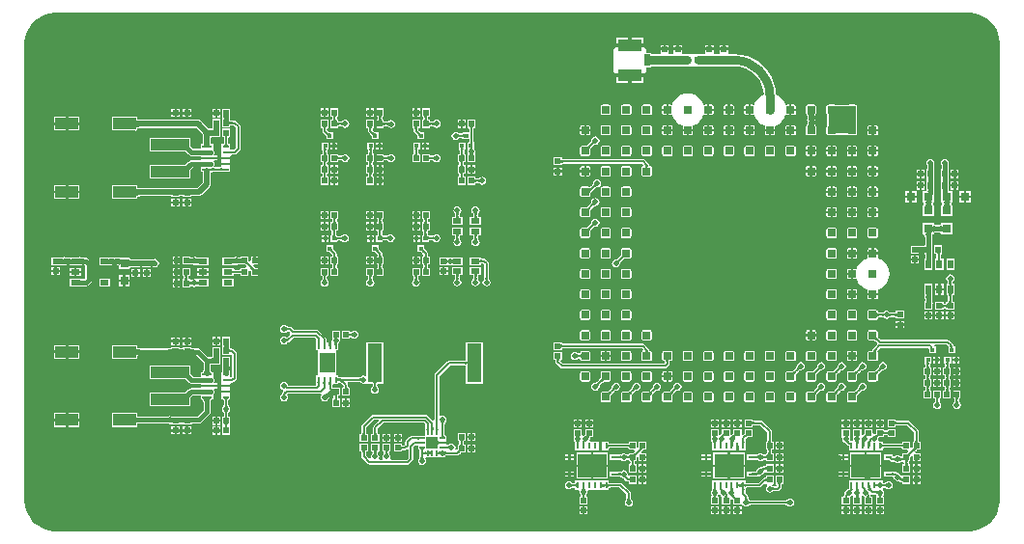
<source format=gtl>
G04*
G04 #@! TF.GenerationSoftware,Altium Limited,Altium Designer,20.0.13 (296)*
G04*
G04 Layer_Physical_Order=1*
G04 Layer_Color=255*
%FSLAX25Y25*%
%MOIN*%
G70*
G01*
G75*
%ADD11C,0.00787*%
%ADD14C,0.01575*%
%ADD16R,0.03150X0.01968*%
%ADD17R,0.02362X0.00984*%
%ADD18R,0.03543X0.00984*%
%ADD19R,0.05118X0.00984*%
%ADD20R,0.10039X0.08071*%
%ADD21R,0.00984X0.02362*%
%ADD22R,0.01850X0.02047*%
%ADD23R,0.03937X0.03937*%
%ADD24R,0.01968X0.00984*%
%ADD25R,0.00984X0.01968*%
%ADD26R,0.05118X0.13386*%
%ADD27R,0.13386X0.03858*%
%ADD28R,0.02047X0.01850*%
%ADD29R,0.03150X0.03150*%
G04:AMPARAMS|DCode=30|XSize=27.56mil|YSize=27.56mil|CornerRadius=2.76mil|HoleSize=0mil|Usage=FLASHONLY|Rotation=0.000|XOffset=0mil|YOffset=0mil|HoleType=Round|Shape=RoundedRectangle|*
%AMROUNDEDRECTD30*
21,1,0.02756,0.02205,0,0,0.0*
21,1,0.02205,0.02756,0,0,0.0*
1,1,0.00551,0.01102,-0.01102*
1,1,0.00551,-0.01102,-0.01102*
1,1,0.00551,-0.01102,0.01102*
1,1,0.00551,0.01102,0.01102*
%
%ADD30ROUNDEDRECTD30*%
%ADD31R,0.05709X0.06890*%
%ADD32R,0.02362X0.03937*%
%ADD33R,0.07874X0.03937*%
%ADD34R,0.03150X0.03150*%
%ADD35R,0.01575X0.01575*%
%ADD36R,0.01575X0.01575*%
%ADD37R,0.01968X0.03150*%
%ADD62C,0.02953*%
%ADD64C,0.03032*%
%ADD65C,0.01968*%
%ADD66C,0.19685*%
%ADD67C,0.01968*%
G36*
X315669Y168288D02*
X317074Y168103D01*
X318442Y167736D01*
X319751Y167194D01*
X320978Y166486D01*
X322102Y165623D01*
X323104Y164621D01*
X323966Y163497D01*
X324674Y162271D01*
X325217Y160962D01*
X325583Y159593D01*
X325768Y158189D01*
Y157480D01*
Y0D01*
Y-708D01*
X325583Y-2113D01*
X325217Y-3481D01*
X324674Y-4790D01*
X323966Y-6017D01*
X323104Y-7141D01*
X322102Y-8143D01*
X320978Y-9005D01*
X319751Y-9714D01*
X318442Y-10256D01*
X317074Y-10623D01*
X315669Y-10808D01*
X314961D01*
X-0Y-10808D01*
X-709D01*
X-2113Y-10623D01*
X-3482Y-10256D01*
X-4791Y-9714D01*
X-6017Y-9005D01*
X-7141Y-8143D01*
X-8143Y-7141D01*
X-9006Y-6017D01*
X-9714Y-4790D01*
X-10256Y-3481D01*
X-10623Y-2113D01*
X-10808Y-708D01*
Y-0D01*
Y157480D01*
Y158189D01*
X-10623Y159593D01*
X-10256Y160962D01*
X-9714Y162271D01*
X-9006Y163497D01*
X-8143Y164621D01*
X-7141Y165623D01*
X-6017Y166486D01*
X-4791Y167194D01*
X-3482Y167736D01*
X-2113Y168103D01*
X-709Y168288D01*
X0Y168288D01*
X314961D01*
X315669Y168288D01*
D02*
G37*
%LPC*%
G36*
X202795Y159768D02*
X198661D01*
Y157602D01*
X202795D01*
Y159768D01*
D02*
G37*
G36*
X197480D02*
X193346D01*
Y157602D01*
X197480D01*
Y159768D01*
D02*
G37*
G36*
X231968Y157146D02*
X230945D01*
Y156220D01*
X231968D01*
Y157146D01*
D02*
G37*
G36*
X230157D02*
X229134D01*
Y156220D01*
X230157D01*
Y157146D01*
D02*
G37*
G36*
X226968D02*
X225945D01*
Y156220D01*
X226968D01*
Y157146D01*
D02*
G37*
G36*
X225157D02*
X224134D01*
Y156220D01*
X225157D01*
Y157146D01*
D02*
G37*
G36*
X216083D02*
X215059D01*
Y156220D01*
X216083D01*
Y157146D01*
D02*
G37*
G36*
X214272D02*
X213248D01*
Y156220D01*
X214272D01*
Y157146D01*
D02*
G37*
G36*
X211583D02*
X210559D01*
Y156220D01*
X211583D01*
Y157146D01*
D02*
G37*
G36*
X209772D02*
X208748D01*
Y156220D01*
X209772D01*
Y157146D01*
D02*
G37*
G36*
X202795Y146185D02*
X198661D01*
Y144020D01*
X202795D01*
Y146185D01*
D02*
G37*
G36*
X197480D02*
X193346D01*
Y144020D01*
X197480D01*
Y146185D01*
D02*
G37*
G36*
X202795Y156421D02*
X198071D01*
X193346D01*
Y156256D01*
X192953D01*
X192651Y156131D01*
X192526Y155830D01*
Y147956D01*
X192651Y147654D01*
X192953Y147530D01*
X193346D01*
Y147366D01*
X198071D01*
Y146776D01*
D01*
Y147366D01*
X202795D01*
Y147530D01*
X203189D01*
X203490Y147654D01*
X203615Y147956D01*
Y149531D01*
X205551D01*
Y149768D01*
X233661D01*
X233747Y149785D01*
X234240Y149768D01*
D01*
X234732Y149759D01*
X236217Y149613D01*
X238117Y149037D01*
X239868Y148100D01*
X241404Y146841D01*
X242664Y145306D01*
X243600Y143554D01*
X244176Y141654D01*
X244331Y140082D01*
X243578Y139770D01*
X242385Y138855D01*
X241470Y137662D01*
X241033Y136607D01*
X240734Y136516D01*
X240472Y136568D01*
X239764D01*
Y134783D01*
Y132999D01*
X240472D01*
X240734Y133051D01*
X241033Y132960D01*
X241470Y131904D01*
X242385Y130712D01*
X243578Y129797D01*
X244633Y129360D01*
X244724Y129060D01*
X244672Y128799D01*
Y128091D01*
X248241D01*
Y128799D01*
X248189Y129060D01*
X248280Y129360D01*
X249336Y129797D01*
X250528Y130712D01*
X251443Y131904D01*
X251880Y132960D01*
X252180Y133051D01*
X252441Y132999D01*
X253150D01*
Y134783D01*
Y136568D01*
X252441D01*
X252180Y136516D01*
X251880Y136607D01*
X251443Y137662D01*
X250528Y138855D01*
X249336Y139770D01*
X248553Y140094D01*
X248409Y141921D01*
X247883Y144110D01*
X247022Y146190D01*
X245846Y148109D01*
X244384Y149821D01*
X242672Y151283D01*
X240753Y152459D01*
X238673Y153321D01*
X236484Y153846D01*
X234240Y154023D01*
Y154023D01*
X233747Y154002D01*
X233661Y154019D01*
X231996D01*
X231968Y154508D01*
X231968Y154519D01*
Y155433D01*
X229134D01*
Y154519D01*
X229134Y154508D01*
X229106Y154019D01*
X226996D01*
X226968Y154508D01*
X226968Y154519D01*
Y155433D01*
X224134D01*
Y154519D01*
X224134Y154508D01*
X224107Y154019D01*
X216110D01*
X216083Y154508D01*
X216083Y154519D01*
Y155433D01*
X213248D01*
Y154519D01*
X213248Y154508D01*
X213221Y154019D01*
X211610D01*
X211583Y154508D01*
X211583Y154519D01*
Y155433D01*
X208748D01*
Y154519D01*
X208748Y154508D01*
X208721Y154019D01*
X205551D01*
Y154256D01*
X203615D01*
Y155830D01*
X203490Y156131D01*
X203189Y156256D01*
X202795D01*
Y156421D01*
D02*
G37*
G36*
X218110Y140541D02*
X216620Y140345D01*
X215231Y139770D01*
X214039Y138855D01*
X213124Y137662D01*
X212687Y136607D01*
X212387Y136516D01*
X212126Y136568D01*
X211417D01*
Y134783D01*
Y132999D01*
X212126D01*
X212387Y133051D01*
X212687Y132960D01*
X213124Y131904D01*
X214039Y130712D01*
X215231Y129797D01*
X216286Y129360D01*
X216377Y129060D01*
X216325Y128799D01*
Y128091D01*
X219895D01*
Y128799D01*
X219843Y129060D01*
X219934Y129360D01*
X220989Y129797D01*
X222182Y130712D01*
X223097Y131904D01*
X223534Y132960D01*
X223833Y133051D01*
X224095Y132999D01*
X224803D01*
Y134783D01*
Y136568D01*
X224095D01*
X223833Y136516D01*
X223534Y136607D01*
X223097Y137662D01*
X222182Y138855D01*
X220989Y139770D01*
X219601Y140345D01*
X218110Y140541D01*
D02*
G37*
G36*
X275905Y136568D02*
X273701D01*
X273440Y136516D01*
X273286Y136414D01*
X269233D01*
X269080Y136516D01*
X268819Y136568D01*
X266614D01*
X266353Y136516D01*
X266132Y136368D01*
X265984Y136147D01*
X265932Y135886D01*
Y133681D01*
X265984Y133420D01*
X266132Y133198D01*
X266208Y133148D01*
Y129333D01*
X266132Y129282D01*
X265984Y129060D01*
X265932Y128799D01*
Y126594D01*
X265984Y126333D01*
X266132Y126112D01*
X266353Y125964D01*
X266614Y125912D01*
X268819D01*
X269080Y125964D01*
X269301Y126112D01*
X269326Y126149D01*
X273194D01*
X273218Y126112D01*
X273440Y125964D01*
X273701Y125912D01*
X275905D01*
X276167Y125964D01*
X276388Y126112D01*
X276536Y126333D01*
X276588Y126594D01*
Y128799D01*
X276536Y129060D01*
X276410Y129248D01*
Y133232D01*
X276536Y133420D01*
X276588Y133681D01*
Y135886D01*
X276536Y136147D01*
X276388Y136368D01*
X276167Y136516D01*
X275905Y136568D01*
D02*
G37*
G36*
X254646D02*
X253937D01*
Y135177D01*
X255328D01*
Y135886D01*
X255276Y136147D01*
X255128Y136368D01*
X254907Y136516D01*
X254646Y136568D01*
D02*
G37*
G36*
X238976D02*
X238268D01*
X238006Y136516D01*
X237785Y136368D01*
X237637Y136147D01*
X237585Y135886D01*
Y135177D01*
X238976D01*
Y136568D01*
D02*
G37*
G36*
X233386D02*
X232677D01*
Y135177D01*
X234068D01*
Y135886D01*
X234016Y136147D01*
X233868Y136368D01*
X233647Y136516D01*
X233386Y136568D01*
D02*
G37*
G36*
X231890D02*
X231181D01*
X230920Y136516D01*
X230698Y136368D01*
X230551Y136147D01*
X230499Y135886D01*
Y135177D01*
X231890D01*
Y136568D01*
D02*
G37*
G36*
X226299D02*
X225590D01*
Y135177D01*
X226982D01*
Y135886D01*
X226930Y136147D01*
X226782Y136368D01*
X226560Y136516D01*
X226299Y136568D01*
D02*
G37*
G36*
X210630D02*
X209921D01*
X209660Y136516D01*
X209439Y136368D01*
X209291Y136147D01*
X209239Y135886D01*
Y135177D01*
X210630D01*
Y136568D01*
D02*
G37*
G36*
X109862Y135276D02*
X108937D01*
Y134252D01*
X109862D01*
Y135276D01*
D02*
G37*
G36*
X108150D02*
X107224D01*
Y134252D01*
X108150D01*
Y135276D01*
D02*
G37*
G36*
X125610D02*
X124685D01*
Y134252D01*
X125610D01*
Y135276D01*
D02*
G37*
G36*
X94114D02*
X93189D01*
Y134252D01*
X94114D01*
Y135276D01*
D02*
G37*
G36*
X123898D02*
X122973D01*
Y134252D01*
X123898D01*
Y135276D01*
D02*
G37*
G36*
X92402D02*
X91476D01*
Y134252D01*
X92402D01*
Y135276D01*
D02*
G37*
G36*
X46693Y134902D02*
X45669D01*
Y133976D01*
X46693D01*
Y134902D01*
D02*
G37*
G36*
X44882D02*
X43858D01*
Y133976D01*
X44882D01*
Y134902D01*
D02*
G37*
G36*
X56713Y135000D02*
X55787D01*
Y133976D01*
X56713D01*
Y135000D01*
D02*
G37*
G36*
X55000D02*
X54075D01*
Y133976D01*
X55000D01*
Y135000D01*
D02*
G37*
G36*
X42756Y134902D02*
X41732D01*
Y133976D01*
X42756D01*
Y134902D01*
D02*
G37*
G36*
X40945D02*
X39921D01*
Y133976D01*
X40945D01*
Y134902D01*
D02*
G37*
G36*
X255328Y134390D02*
X253937D01*
Y132999D01*
X254646D01*
X254907Y133051D01*
X255128Y133198D01*
X255276Y133420D01*
X255328Y133681D01*
Y134390D01*
D02*
G37*
G36*
X238976D02*
X237585D01*
Y133681D01*
X237637Y133420D01*
X237785Y133198D01*
X238006Y133051D01*
X238268Y132999D01*
X238976D01*
Y134390D01*
D02*
G37*
G36*
X234068D02*
X232677D01*
Y132999D01*
X233386D01*
X233647Y133051D01*
X233868Y133198D01*
X234016Y133420D01*
X234068Y133681D01*
Y134390D01*
D02*
G37*
G36*
X231890D02*
X230499D01*
Y133681D01*
X230551Y133420D01*
X230698Y133198D01*
X230920Y133051D01*
X231181Y132999D01*
X231890D01*
Y134390D01*
D02*
G37*
G36*
X226982D02*
X225590D01*
Y132999D01*
X226299D01*
X226560Y133051D01*
X226782Y133198D01*
X226930Y133420D01*
X226982Y133681D01*
Y134390D01*
D02*
G37*
G36*
X210630D02*
X209239D01*
Y133681D01*
X209291Y133420D01*
X209439Y133198D01*
X209660Y133051D01*
X209921Y132999D01*
X210630D01*
Y134390D01*
D02*
G37*
G36*
X205039Y136568D02*
X202835D01*
X202573Y136516D01*
X202352Y136368D01*
X202204Y136147D01*
X202152Y135886D01*
Y133681D01*
X202204Y133420D01*
X202352Y133198D01*
X202573Y133051D01*
X202835Y132999D01*
X205039D01*
X205300Y133051D01*
X205522Y133198D01*
X205670Y133420D01*
X205722Y133681D01*
Y135886D01*
X205670Y136147D01*
X205522Y136368D01*
X205300Y136516D01*
X205039Y136568D01*
D02*
G37*
G36*
X197953D02*
X195748D01*
X195487Y136516D01*
X195265Y136368D01*
X195118Y136147D01*
X195066Y135886D01*
Y133681D01*
X195118Y133420D01*
X195265Y133198D01*
X195487Y133051D01*
X195748Y132999D01*
X197953D01*
X198214Y133051D01*
X198435Y133198D01*
X198583Y133420D01*
X198635Y133681D01*
Y135886D01*
X198583Y136147D01*
X198435Y136368D01*
X198214Y136516D01*
X197953Y136568D01*
D02*
G37*
G36*
X190866D02*
X188661D01*
X188400Y136516D01*
X188179Y136368D01*
X188031Y136147D01*
X187979Y135886D01*
Y133681D01*
X188031Y133420D01*
X188179Y133198D01*
X188400Y133051D01*
X188661Y132999D01*
X190866D01*
X191127Y133051D01*
X191349Y133198D01*
X191497Y133420D01*
X191549Y133681D01*
Y135886D01*
X191497Y136147D01*
X191349Y136368D01*
X191127Y136516D01*
X190866Y136568D01*
D02*
G37*
G36*
X125610Y133465D02*
X124685D01*
Y132441D01*
X125610D01*
Y133465D01*
D02*
G37*
G36*
X123898D02*
X122973D01*
Y132441D01*
X123898D01*
Y133465D01*
D02*
G37*
G36*
X109862Y133465D02*
X108937D01*
Y132441D01*
X109862D01*
Y133465D01*
D02*
G37*
G36*
X108150D02*
X107224D01*
Y132441D01*
X108150D01*
Y133465D01*
D02*
G37*
G36*
X94114Y133465D02*
X93189D01*
Y132441D01*
X94114D01*
Y133465D01*
D02*
G37*
G36*
X92402D02*
X91476D01*
Y132441D01*
X92402D01*
Y133465D01*
D02*
G37*
G36*
X27547Y132304D02*
X27538Y132300D01*
X27502Y132301D01*
X27469Y132283D01*
X19291D01*
Y127559D01*
X27453D01*
X27469Y127559D01*
X27502Y127541D01*
X27538Y127542D01*
X27547Y127539D01*
X27953Y127559D01*
X27953Y127786D01*
X28119Y128244D01*
X28119Y128244D01*
X28230Y128312D01*
X28391Y128376D01*
X28601Y128432D01*
X28860Y128475D01*
X29166Y128502D01*
X29527Y128511D01*
X29539Y128516D01*
X48497D01*
X50760Y126253D01*
Y122933D01*
X50000D01*
Y121283D01*
X47347D01*
X47007Y121636D01*
X46676Y122018D01*
X46566Y122163D01*
X46489Y122279D01*
X46457Y122341D01*
Y122369D01*
X46477Y122418D01*
X46457Y122467D01*
Y122538D01*
X46457Y122546D01*
X46457Y122547D01*
Y125098D01*
X32283D01*
Y120453D01*
X44363D01*
X44363Y120452D01*
X44371Y120453D01*
X44442D01*
X44492Y120432D01*
X44541Y120453D01*
X44569D01*
X44631Y120420D01*
X44735Y120351D01*
X45506Y119683D01*
X45752Y119441D01*
X45774Y119432D01*
X45979Y119227D01*
X45979Y119227D01*
X46370Y118966D01*
X46831Y118875D01*
X50000D01*
Y118504D01*
X52953D01*
X55905D01*
Y118996D01*
X54842D01*
X54575Y119496D01*
X54656Y119618D01*
X54748Y120079D01*
X54656Y120540D01*
X54522Y120740D01*
X54331Y121161D01*
Y122933D01*
X53570D01*
Y125041D01*
X53810Y125280D01*
X54070Y125391D01*
X54379Y125383D01*
X54427Y125380D01*
X54448Y125387D01*
X54480Y125373D01*
X54530Y125394D01*
X56713D01*
Y127728D01*
X56713Y127773D01*
X56733Y127823D01*
X56713Y128228D01*
X56708Y128728D01*
X56713Y128779D01*
X56733Y129185D01*
X56713Y129235D01*
Y131614D01*
X54075D01*
Y129279D01*
X54075Y129235D01*
X54054Y129185D01*
X54075Y128779D01*
X53807Y128390D01*
X53671Y128238D01*
X52762Y128225D01*
X50072Y130915D01*
X49616Y131219D01*
X49079Y131326D01*
X46693D01*
Y131516D01*
X43858D01*
Y131326D01*
X42756D01*
Y131516D01*
X39921D01*
Y131326D01*
X29539D01*
X29527Y131332D01*
X29166Y131341D01*
X28860Y131368D01*
X28601Y131410D01*
X28391Y131466D01*
X28230Y131531D01*
X28119Y131598D01*
X28119Y131598D01*
X27953Y132056D01*
Y132283D01*
X27547Y132304D01*
D02*
G37*
G36*
X46693Y133189D02*
X45669D01*
Y132264D01*
X46693D01*
Y133189D01*
D02*
G37*
G36*
X44882D02*
X43858D01*
Y132264D01*
X44882D01*
Y133189D01*
D02*
G37*
G36*
X42756Y133189D02*
X41732D01*
Y132264D01*
X42756D01*
Y133189D01*
D02*
G37*
G36*
X40945D02*
X39921D01*
Y132264D01*
X40945D01*
Y133189D01*
D02*
G37*
G36*
X56713Y133189D02*
X55787D01*
Y132165D01*
X56713D01*
Y133189D01*
D02*
G37*
G36*
X55000D02*
X54075D01*
Y132165D01*
X55000D01*
Y133189D01*
D02*
G37*
G36*
X8268Y132283D02*
X4331D01*
Y130315D01*
X8268D01*
Y132283D01*
D02*
G37*
G36*
X3543D02*
X-394D01*
Y130315D01*
X3543D01*
Y132283D01*
D02*
G37*
G36*
X141358Y131339D02*
X140433D01*
Y130315D01*
X141358D01*
Y131339D01*
D02*
G37*
G36*
X139646D02*
X138721D01*
Y130315D01*
X139646D01*
Y131339D01*
D02*
G37*
G36*
X128996Y135276D02*
X126358D01*
Y132441D01*
X126813D01*
X126815Y132436D01*
X126831Y132378D01*
X126845Y132294D01*
X126854Y132187D01*
X126857Y132048D01*
X126874Y132010D01*
Y131769D01*
X126857Y131731D01*
X126854Y131592D01*
X126845Y131485D01*
X126831Y131402D01*
X126815Y131343D01*
X126813Y131339D01*
X126358D01*
Y128504D01*
X128996D01*
Y129054D01*
X129010Y129060D01*
X129067Y129075D01*
X129148Y129089D01*
X129253Y129098D01*
X129389Y129102D01*
X129427Y129118D01*
X129875D01*
X129912Y129102D01*
X129996Y129099D01*
X130062Y129093D01*
X130121Y129083D01*
X130175Y129070D01*
X130223Y129054D01*
X130266Y129036D01*
X130306Y129015D01*
X130343Y128991D01*
X130377Y128964D01*
X130423Y128921D01*
X130448Y128912D01*
X130880Y128623D01*
X131417Y128516D01*
X131955Y128623D01*
X132411Y128928D01*
X132715Y129384D01*
X132822Y129921D01*
X132715Y130459D01*
X132411Y130915D01*
X131955Y131219D01*
X131417Y131326D01*
X130880Y131219D01*
X130448Y130931D01*
X130423Y130921D01*
X130377Y130878D01*
X130343Y130851D01*
X130306Y130828D01*
X130266Y130807D01*
X130223Y130788D01*
X130174Y130772D01*
X130121Y130759D01*
X130062Y130750D01*
X129996Y130744D01*
X129912Y130741D01*
X129875Y130724D01*
X129427D01*
X129389Y130741D01*
X129253Y130745D01*
X129148Y130754D01*
X129067Y130767D01*
X129010Y130782D01*
X128996Y130788D01*
Y131339D01*
X128541D01*
X128539Y131343D01*
X128524Y131402D01*
X128510Y131485D01*
X128500Y131592D01*
X128497Y131731D01*
X128480Y131769D01*
Y132010D01*
X128497Y132048D01*
X128500Y132187D01*
X128510Y132294D01*
X128524Y132378D01*
X128539Y132436D01*
X128541Y132441D01*
X128996D01*
Y135276D01*
D02*
G37*
G36*
X97500D02*
X94862D01*
Y132441D01*
X95317D01*
X95319Y132436D01*
X95335Y132378D01*
X95349Y132294D01*
X95358Y132187D01*
X95361Y132048D01*
X95378Y132010D01*
Y131769D01*
X95361Y131731D01*
X95358Y131592D01*
X95349Y131485D01*
X95335Y131402D01*
X95319Y131343D01*
X95317Y131339D01*
X94862D01*
Y128504D01*
X97500D01*
Y129054D01*
X97514Y129060D01*
X97571Y129075D01*
X97652Y129089D01*
X97756Y129098D01*
X97893Y129102D01*
X97931Y129118D01*
X98378D01*
X98416Y129102D01*
X98500Y129099D01*
X98566Y129093D01*
X98625Y129083D01*
X98678Y129070D01*
X98727Y129054D01*
X98770Y129036D01*
X98810Y129015D01*
X98847Y128991D01*
X98881Y128964D01*
X98927Y128921D01*
X98952Y128912D01*
X99384Y128623D01*
X99921Y128516D01*
X100459Y128623D01*
X100915Y128928D01*
X101219Y129384D01*
X101326Y129921D01*
X101219Y130459D01*
X100915Y130915D01*
X100459Y131219D01*
X99921Y131326D01*
X99384Y131219D01*
X98952Y130931D01*
X98927Y130921D01*
X98881Y130878D01*
X98847Y130851D01*
X98810Y130828D01*
X98770Y130807D01*
X98727Y130788D01*
X98678Y130772D01*
X98625Y130759D01*
X98566Y130750D01*
X98500Y130744D01*
X98416Y130741D01*
X98378Y130724D01*
X97931D01*
X97893Y130741D01*
X97756Y130745D01*
X97652Y130754D01*
X97571Y130767D01*
X97514Y130782D01*
X97500Y130788D01*
Y131339D01*
X97045D01*
X97043Y131343D01*
X97027Y131402D01*
X97014Y131485D01*
X97004Y131592D01*
X97001Y131731D01*
X96984Y131769D01*
Y132010D01*
X97001Y132048D01*
X97004Y132187D01*
X97014Y132294D01*
X97027Y132378D01*
X97043Y132436D01*
X97045Y132441D01*
X97500D01*
Y135276D01*
D02*
G37*
G36*
X141358Y129528D02*
X140433D01*
Y128504D01*
X141358D01*
Y129528D01*
D02*
G37*
G36*
X139646D02*
X138721D01*
Y128504D01*
X139646D01*
Y129528D01*
D02*
G37*
G36*
X113248Y135276D02*
X110610D01*
Y132441D01*
X111065D01*
X111067Y132436D01*
X111083Y132378D01*
X111097Y132294D01*
X111106Y132187D01*
X111109Y132048D01*
X111126Y132010D01*
Y131769D01*
X111109Y131731D01*
X111106Y131592D01*
X111097Y131485D01*
X111083Y131402D01*
X111067Y131343D01*
X111065Y131339D01*
X110610D01*
Y128504D01*
X113248D01*
Y129029D01*
X113262Y129035D01*
X113319Y129050D01*
X113400Y129063D01*
X113505Y129073D01*
X113641Y129076D01*
X113679Y129093D01*
X114116D01*
X114153Y129076D01*
X114237Y129074D01*
X114302Y129067D01*
X114360Y129058D01*
X114412Y129045D01*
X114459Y129029D01*
X114500Y129010D01*
X114538Y128990D01*
X114573Y128966D01*
X114606Y128940D01*
X114650Y128896D01*
X114668Y128889D01*
X114676Y128877D01*
X115132Y128573D01*
X115669Y128466D01*
X116207Y128573D01*
X116663Y128877D01*
X116967Y129333D01*
X117074Y129871D01*
X116967Y130408D01*
X116663Y130864D01*
X116207Y131169D01*
X115669Y131275D01*
X115132Y131169D01*
X114747Y130912D01*
X114701Y130896D01*
X114653Y130853D01*
X114617Y130826D01*
X114578Y130802D01*
X114537Y130781D01*
X114492Y130763D01*
X114442Y130747D01*
X114387Y130734D01*
X114327Y130724D01*
X114260Y130718D01*
X114176Y130716D01*
X114138Y130699D01*
X113679D01*
X113641Y130716D01*
X113505Y130719D01*
X113400Y130728D01*
X113319Y130742D01*
X113262Y130757D01*
X113248Y130763D01*
Y131339D01*
X112793D01*
X112791Y131343D01*
X112775Y131402D01*
X112762Y131485D01*
X112752Y131592D01*
X112749Y131731D01*
X112732Y131769D01*
Y132010D01*
X112749Y132048D01*
X112752Y132187D01*
X112762Y132294D01*
X112775Y132378D01*
X112791Y132436D01*
X112793Y132441D01*
X113248D01*
Y135276D01*
D02*
G37*
G36*
X282992Y129482D02*
X282283D01*
Y128091D01*
X283675D01*
Y128799D01*
X283623Y129060D01*
X283475Y129282D01*
X283253Y129430D01*
X282992Y129482D01*
D02*
G37*
G36*
X281496D02*
X280787D01*
X280526Y129430D01*
X280305Y129282D01*
X280157Y129060D01*
X280105Y128799D01*
Y128091D01*
X281496D01*
Y129482D01*
D02*
G37*
G36*
X254646D02*
X253937D01*
Y128091D01*
X255328D01*
Y128799D01*
X255276Y129060D01*
X255128Y129282D01*
X254907Y129430D01*
X254646Y129482D01*
D02*
G37*
G36*
X253150D02*
X252441D01*
X252180Y129430D01*
X251958Y129282D01*
X251810Y129060D01*
X251759Y128799D01*
Y128091D01*
X253150D01*
Y129482D01*
D02*
G37*
G36*
X240472D02*
X239764D01*
Y128091D01*
X241155D01*
Y128799D01*
X241103Y129060D01*
X240955Y129282D01*
X240734Y129430D01*
X240472Y129482D01*
D02*
G37*
G36*
X238976D02*
X238268D01*
X238006Y129430D01*
X237785Y129282D01*
X237637Y129060D01*
X237585Y128799D01*
Y128091D01*
X238976D01*
Y129482D01*
D02*
G37*
G36*
X233386D02*
X232677D01*
Y128091D01*
X234068D01*
Y128799D01*
X234016Y129060D01*
X233868Y129282D01*
X233647Y129430D01*
X233386Y129482D01*
D02*
G37*
G36*
X231890D02*
X231181D01*
X230920Y129430D01*
X230698Y129282D01*
X230551Y129060D01*
X230499Y128799D01*
Y128091D01*
X231890D01*
Y129482D01*
D02*
G37*
G36*
X226299D02*
X225590D01*
Y128091D01*
X226982D01*
Y128799D01*
X226930Y129060D01*
X226782Y129282D01*
X226560Y129430D01*
X226299Y129482D01*
D02*
G37*
G36*
X224803D02*
X224095D01*
X223833Y129430D01*
X223612Y129282D01*
X223464Y129060D01*
X223412Y128799D01*
Y128091D01*
X224803D01*
Y129482D01*
D02*
G37*
G36*
X212126D02*
X211417D01*
Y128091D01*
X212808D01*
Y128799D01*
X212756Y129060D01*
X212609Y129282D01*
X212387Y129430D01*
X212126Y129482D01*
D02*
G37*
G36*
X210630D02*
X209921D01*
X209660Y129430D01*
X209439Y129282D01*
X209291Y129060D01*
X209239Y128799D01*
Y128091D01*
X210630D01*
Y129482D01*
D02*
G37*
G36*
X183780D02*
X183071D01*
Y128091D01*
X184462D01*
Y128799D01*
X184410Y129060D01*
X184262Y129282D01*
X184041Y129430D01*
X183780Y129482D01*
D02*
G37*
G36*
X182283D02*
X181575D01*
X181314Y129430D01*
X181092Y129282D01*
X180944Y129060D01*
X180892Y128799D01*
Y128091D01*
X182283D01*
Y129482D01*
D02*
G37*
G36*
X8268Y129528D02*
X4331D01*
Y127559D01*
X8268D01*
Y129528D01*
D02*
G37*
G36*
X3543D02*
X-394D01*
Y127559D01*
X3543D01*
Y129528D01*
D02*
G37*
G36*
X144744Y131339D02*
X142106D01*
Y128504D01*
X142561D01*
X142563Y128499D01*
X142579Y128441D01*
X142593Y128357D01*
X142602Y128250D01*
X142605Y128111D01*
X142622Y128073D01*
Y126969D01*
X141051D01*
X141036Y126969D01*
X141003Y126987D01*
X140966Y126985D01*
X140957Y126989D01*
X140551Y126969D01*
Y126758D01*
X140189Y126619D01*
X140104Y126590D01*
X139535D01*
X139498Y126607D01*
X139413Y126610D01*
X139348Y126616D01*
X139288Y126626D01*
X139235Y126638D01*
X139187Y126654D01*
X139143Y126673D01*
X139103Y126694D01*
X139067Y126717D01*
X139032Y126744D01*
X138986Y126788D01*
X138962Y126797D01*
X138530Y127085D01*
X137992Y127192D01*
X137454Y127085D01*
X136999Y126781D01*
X136694Y126325D01*
X136587Y125787D01*
X136694Y125250D01*
X136999Y124794D01*
X137454Y124489D01*
X137992Y124382D01*
X138530Y124489D01*
X138962Y124778D01*
X138986Y124787D01*
X139032Y124830D01*
X139067Y124857D01*
X139103Y124881D01*
X139143Y124902D01*
X139187Y124920D01*
X139235Y124936D01*
X139288Y124949D01*
X139348Y124959D01*
X139413Y124965D01*
X139498Y124968D01*
X139535Y124985D01*
X140104D01*
X140551Y124833D01*
Y124606D01*
X140957Y124586D01*
X140966Y124590D01*
X141003Y124588D01*
X141036Y124606D01*
X142622D01*
Y123856D01*
X142605Y123818D01*
X142602Y123680D01*
X142593Y123573D01*
X142579Y123490D01*
X142563Y123432D01*
X142561Y123425D01*
X142028D01*
Y121063D01*
X142027Y121063D01*
X142058Y120563D01*
X142001Y120276D01*
X142054Y120006D01*
X142106Y119528D01*
X142106Y119527D01*
X142106Y119527D01*
Y116693D01*
X144744D01*
Y119527D01*
X144744Y119528D01*
X144760Y120021D01*
X144810Y120276D01*
X144703Y120813D01*
X144440Y121208D01*
X144425Y121250D01*
X144390Y121289D01*
Y121417D01*
X144410Y121465D01*
X144390Y121516D01*
Y121521D01*
X144397Y121572D01*
X144390Y121583D01*
Y122906D01*
X144397Y122916D01*
X144390Y122967D01*
X144390Y122973D01*
X144410Y123023D01*
X144390Y123425D01*
X144228Y123910D01*
Y128073D01*
X144245Y128111D01*
X144248Y128250D01*
X144258Y128357D01*
X144272Y128441D01*
X144287Y128499D01*
X144289Y128504D01*
X144744D01*
Y131339D01*
D02*
G37*
G36*
X283675Y127303D02*
X282283D01*
Y125912D01*
X282992D01*
X283253Y125964D01*
X283475Y126112D01*
X283623Y126333D01*
X283675Y126594D01*
Y127303D01*
D02*
G37*
G36*
X281496D02*
X280105D01*
Y126594D01*
X280157Y126333D01*
X280305Y126112D01*
X280526Y125964D01*
X280787Y125912D01*
X281496D01*
Y127303D01*
D02*
G37*
G36*
X261732Y136568D02*
X259527D01*
X259266Y136516D01*
X259045Y136368D01*
X258897Y136147D01*
X258845Y135886D01*
Y133681D01*
X258897Y133420D01*
X259012Y133248D01*
X259036Y133190D01*
X259059Y133180D01*
X259070Y133159D01*
X259138Y133104D01*
X259179Y133058D01*
X259223Y132991D01*
X259267Y132900D01*
X259309Y132784D01*
X259345Y132642D01*
X259374Y132482D01*
X259412Y132068D01*
X259415Y131902D01*
X259332Y131778D01*
X259225Y131240D01*
X259332Y130702D01*
X259415Y130578D01*
X259412Y130407D01*
X259398Y130194D01*
X259375Y130004D01*
X259345Y129838D01*
X259309Y129697D01*
X259267Y129581D01*
X259223Y129489D01*
X259179Y129422D01*
X259138Y129376D01*
X259070Y129321D01*
X259059Y129300D01*
X259036Y129290D01*
X259012Y129233D01*
X258897Y129060D01*
X258845Y128799D01*
Y126594D01*
X258897Y126333D01*
X259045Y126112D01*
X259266Y125964D01*
X259527Y125912D01*
X261732D01*
X261993Y125964D01*
X262215Y126112D01*
X262363Y126333D01*
X262415Y126594D01*
Y128799D01*
X262363Y129060D01*
X262248Y129233D01*
X262224Y129290D01*
X262201Y129300D01*
X262190Y129321D01*
X262122Y129376D01*
X262080Y129422D01*
X262037Y129489D01*
X261993Y129580D01*
X261951Y129697D01*
X261914Y129838D01*
X261885Y129999D01*
X261848Y130413D01*
X261845Y130578D01*
X261928Y130702D01*
X262035Y131240D01*
X261928Y131778D01*
X261845Y131902D01*
X261848Y132073D01*
X261862Y132286D01*
X261884Y132476D01*
X261914Y132642D01*
X261951Y132784D01*
X261993Y132900D01*
X262037Y132991D01*
X262080Y133058D01*
X262122Y133104D01*
X262190Y133159D01*
X262201Y133180D01*
X262224Y133190D01*
X262248Y133248D01*
X262363Y133420D01*
X262415Y133681D01*
Y135886D01*
X262363Y136147D01*
X262215Y136368D01*
X261993Y136516D01*
X261732Y136568D01*
D02*
G37*
G36*
X255328Y127303D02*
X253937D01*
Y125912D01*
X254646D01*
X254907Y125964D01*
X255128Y126112D01*
X255276Y126333D01*
X255328Y126594D01*
Y127303D01*
D02*
G37*
G36*
X253150D02*
X251759D01*
Y126594D01*
X251810Y126333D01*
X251958Y126112D01*
X252180Y125964D01*
X252441Y125912D01*
X253150D01*
Y127303D01*
D02*
G37*
G36*
X248241D02*
X246850D01*
Y125912D01*
X247559D01*
X247820Y125964D01*
X248042Y126112D01*
X248189Y126333D01*
X248241Y126594D01*
Y127303D01*
D02*
G37*
G36*
X246063D02*
X244672D01*
Y126594D01*
X244724Y126333D01*
X244872Y126112D01*
X245093Y125964D01*
X245354Y125912D01*
X246063D01*
Y127303D01*
D02*
G37*
G36*
X241155D02*
X239764D01*
Y125912D01*
X240472D01*
X240734Y125964D01*
X240955Y126112D01*
X241103Y126333D01*
X241155Y126594D01*
Y127303D01*
D02*
G37*
G36*
X238976D02*
X237585D01*
Y126594D01*
X237637Y126333D01*
X237785Y126112D01*
X238006Y125964D01*
X238268Y125912D01*
X238976D01*
Y127303D01*
D02*
G37*
G36*
X234068D02*
X232677D01*
Y125912D01*
X233386D01*
X233647Y125964D01*
X233868Y126112D01*
X234016Y126333D01*
X234068Y126594D01*
Y127303D01*
D02*
G37*
G36*
X231890D02*
X230499D01*
Y126594D01*
X230551Y126333D01*
X230698Y126112D01*
X230920Y125964D01*
X231181Y125912D01*
X231890D01*
Y127303D01*
D02*
G37*
G36*
X226982D02*
X225590D01*
Y125912D01*
X226299D01*
X226560Y125964D01*
X226782Y126112D01*
X226930Y126333D01*
X226982Y126594D01*
Y127303D01*
D02*
G37*
G36*
X224803D02*
X223412D01*
Y126594D01*
X223464Y126333D01*
X223612Y126112D01*
X223833Y125964D01*
X224095Y125912D01*
X224803D01*
Y127303D01*
D02*
G37*
G36*
X219895D02*
X218504D01*
Y125912D01*
X219213D01*
X219474Y125964D01*
X219695Y126112D01*
X219843Y126333D01*
X219895Y126594D01*
Y127303D01*
D02*
G37*
G36*
X217717D02*
X216325D01*
Y126594D01*
X216377Y126333D01*
X216525Y126112D01*
X216747Y125964D01*
X217008Y125912D01*
X217717D01*
Y127303D01*
D02*
G37*
G36*
X212808D02*
X211417D01*
Y125912D01*
X212126D01*
X212387Y125964D01*
X212609Y126112D01*
X212756Y126333D01*
X212808Y126594D01*
Y127303D01*
D02*
G37*
G36*
X210630D02*
X209239D01*
Y126594D01*
X209291Y126333D01*
X209439Y126112D01*
X209660Y125964D01*
X209921Y125912D01*
X210630D01*
Y127303D01*
D02*
G37*
G36*
X205039Y129482D02*
X202835D01*
X202573Y129430D01*
X202352Y129282D01*
X202204Y129060D01*
X202152Y128799D01*
Y126594D01*
X202204Y126333D01*
X202352Y126112D01*
X202573Y125964D01*
X202835Y125912D01*
X205039D01*
X205300Y125964D01*
X205522Y126112D01*
X205670Y126333D01*
X205722Y126594D01*
Y128799D01*
X205670Y129060D01*
X205522Y129282D01*
X205300Y129430D01*
X205039Y129482D01*
D02*
G37*
G36*
X197953D02*
X195748D01*
X195487Y129430D01*
X195265Y129282D01*
X195118Y129060D01*
X195066Y128799D01*
Y126594D01*
X195118Y126333D01*
X195265Y126112D01*
X195487Y125964D01*
X195748Y125912D01*
X197953D01*
X198214Y125964D01*
X198435Y126112D01*
X198583Y126333D01*
X198635Y126594D01*
Y128799D01*
X198583Y129060D01*
X198435Y129282D01*
X198214Y129430D01*
X197953Y129482D01*
D02*
G37*
G36*
X190866D02*
X188661D01*
X188400Y129430D01*
X188179Y129282D01*
X188031Y129060D01*
X187979Y128799D01*
Y126594D01*
X188031Y126333D01*
X188179Y126112D01*
X188400Y125964D01*
X188661Y125912D01*
X190866D01*
X191127Y125964D01*
X191349Y126112D01*
X191497Y126333D01*
X191549Y126594D01*
Y128799D01*
X191497Y129060D01*
X191349Y129282D01*
X191127Y129430D01*
X190866Y129482D01*
D02*
G37*
G36*
X184462Y127303D02*
X183071D01*
Y125912D01*
X183780D01*
X184041Y125964D01*
X184262Y126112D01*
X184410Y126333D01*
X184462Y126594D01*
Y127303D01*
D02*
G37*
G36*
X182283D02*
X180892D01*
Y126594D01*
X180944Y126333D01*
X181092Y126112D01*
X181314Y125964D01*
X181575Y125912D01*
X182283D01*
Y127303D01*
D02*
G37*
G36*
X125610Y131339D02*
X122973D01*
Y128504D01*
X123428D01*
X123430Y128499D01*
X123445Y128441D01*
X123459Y128357D01*
X123468Y128250D01*
X123472Y128111D01*
X123488Y128073D01*
Y127480D01*
X123550Y127173D01*
X123724Y126913D01*
X124326Y126310D01*
X124340Y126273D01*
X124619Y125972D01*
X124711Y125857D01*
X124781Y125756D01*
X124803Y125718D01*
Y125499D01*
X124783Y125449D01*
X124796Y125417D01*
X124788Y125383D01*
X124803Y125358D01*
Y124606D01*
X127165D01*
Y126969D01*
X126414D01*
X126389Y126984D01*
X126355Y126976D01*
X126322Y126989D01*
X126273Y126969D01*
X126054D01*
X126016Y126990D01*
X125920Y127057D01*
X125656Y127280D01*
X125505Y127426D01*
X125465Y127442D01*
X125094Y127813D01*
Y128073D01*
X125111Y128111D01*
X125115Y128250D01*
X125124Y128357D01*
X125138Y128441D01*
X125153Y128499D01*
X125155Y128504D01*
X125610D01*
Y131339D01*
D02*
G37*
G36*
X109862D02*
X107224D01*
Y128504D01*
X107679D01*
X107682Y128499D01*
X107697Y128441D01*
X107711Y128357D01*
X107720Y128250D01*
X107724Y128111D01*
X107740Y128073D01*
Y127480D01*
X107802Y127173D01*
X107976Y126913D01*
X108578Y126310D01*
X108592Y126273D01*
X108871Y125972D01*
X108963Y125857D01*
X109033Y125756D01*
X109055Y125718D01*
Y125499D01*
X109035Y125449D01*
X109048Y125417D01*
X109040Y125383D01*
X109055Y125358D01*
Y124606D01*
X111417D01*
Y126969D01*
X110666D01*
X110641Y126984D01*
X110607Y126976D01*
X110574Y126989D01*
X110525Y126969D01*
X110306D01*
X110268Y126990D01*
X110172Y127057D01*
X109908Y127280D01*
X109757Y127426D01*
X109717Y127442D01*
X109346Y127813D01*
Y128073D01*
X109363Y128111D01*
X109367Y128250D01*
X109376Y128357D01*
X109390Y128441D01*
X109405Y128499D01*
X109407Y128504D01*
X109862D01*
Y131339D01*
D02*
G37*
G36*
X94114D02*
X91476D01*
Y128504D01*
X91931D01*
X91934Y128499D01*
X91949Y128441D01*
X91963Y128357D01*
X91972Y128250D01*
X91976Y128111D01*
X91992Y128073D01*
Y127480D01*
X92054Y127173D01*
X92228Y126913D01*
X92830Y126310D01*
X92844Y126273D01*
X93123Y125972D01*
X93215Y125857D01*
X93285Y125756D01*
X93307Y125718D01*
Y125499D01*
X93287Y125449D01*
X93300Y125417D01*
X93292Y125383D01*
X93307Y125358D01*
Y124606D01*
X95669D01*
Y126969D01*
X94918D01*
X94893Y126984D01*
X94859Y126976D01*
X94826Y126989D01*
X94777Y126969D01*
X94558D01*
X94520Y126990D01*
X94424Y127057D01*
X94160Y127280D01*
X94009Y127426D01*
X93969Y127442D01*
X93598Y127813D01*
Y128073D01*
X93615Y128111D01*
X93619Y128250D01*
X93628Y128357D01*
X93642Y128441D01*
X93657Y128499D01*
X93659Y128504D01*
X94114D01*
Y131339D01*
D02*
G37*
G36*
X128642Y123425D02*
X127854D01*
Y122638D01*
X128642D01*
Y123425D01*
D02*
G37*
G36*
X127067D02*
X126279D01*
Y122638D01*
X127067D01*
Y123425D01*
D02*
G37*
G36*
X112894D02*
X112106D01*
Y122638D01*
X112894D01*
Y123425D01*
D02*
G37*
G36*
X111319D02*
X110531D01*
Y122638D01*
X111319D01*
Y123425D01*
D02*
G37*
G36*
X97146D02*
X96358D01*
Y122638D01*
X97146D01*
Y123425D01*
D02*
G37*
G36*
X95571D02*
X94784D01*
Y122638D01*
X95571D01*
Y123425D01*
D02*
G37*
G36*
X186221Y125558D02*
X185683Y125452D01*
X185227Y125147D01*
X184923Y124691D01*
X184821Y124182D01*
X184810Y124158D01*
X184808Y124095D01*
X184803Y124051D01*
X184794Y124009D01*
X184781Y123966D01*
X184763Y123922D01*
X184740Y123877D01*
X184711Y123829D01*
X184676Y123781D01*
X184634Y123730D01*
X184576Y123669D01*
X184562Y123630D01*
X183796Y122864D01*
X183758Y122850D01*
X183456Y122569D01*
X183338Y122474D01*
X183236Y122403D01*
X183223Y122395D01*
X182936D01*
X182935Y122396D01*
X182933Y122395D01*
X181575D01*
X181314Y122343D01*
X181092Y122195D01*
X180944Y121974D01*
X180892Y121713D01*
Y119508D01*
X180944Y119247D01*
X181092Y119025D01*
X181314Y118877D01*
X181575Y118825D01*
X183780D01*
X184041Y118877D01*
X184262Y119025D01*
X184410Y119247D01*
X184462Y119508D01*
Y120867D01*
X184462Y120868D01*
X184462Y120869D01*
Y121156D01*
X184469Y121169D01*
X184538Y121267D01*
X184764Y121532D01*
X184912Y121685D01*
X184927Y121725D01*
X185697Y122495D01*
X185735Y122509D01*
X185797Y122567D01*
X185847Y122609D01*
X185896Y122644D01*
X185943Y122673D01*
X185989Y122696D01*
X186033Y122714D01*
X186076Y122727D01*
X186118Y122736D01*
X186162Y122741D01*
X186225Y122743D01*
X186249Y122754D01*
X186758Y122855D01*
X187214Y123160D01*
X187519Y123616D01*
X187625Y124153D01*
X187519Y124691D01*
X187214Y125147D01*
X186758Y125452D01*
X186221Y125558D01*
D02*
G37*
G36*
X128642Y121850D02*
X127854D01*
Y121063D01*
X128642D01*
Y121850D01*
D02*
G37*
G36*
X127067D02*
X126279D01*
Y121063D01*
X127067D01*
Y121850D01*
D02*
G37*
G36*
X112894Y121850D02*
X112106D01*
Y121063D01*
X112894D01*
Y121850D01*
D02*
G37*
G36*
X111319D02*
X110531D01*
Y121063D01*
X111319D01*
Y121850D01*
D02*
G37*
G36*
X97146Y121850D02*
X96358D01*
Y121063D01*
X97146D01*
Y121850D01*
D02*
G37*
G36*
X95571D02*
X94784D01*
Y121063D01*
X95571D01*
Y121850D01*
D02*
G37*
G36*
X282992Y122395D02*
X282283D01*
Y121004D01*
X283675D01*
Y121713D01*
X283623Y121974D01*
X283475Y122195D01*
X283253Y122343D01*
X282992Y122395D01*
D02*
G37*
G36*
X281496D02*
X280787D01*
X280526Y122343D01*
X280305Y122195D01*
X280157Y121974D01*
X280105Y121713D01*
Y121004D01*
X281496D01*
Y122395D01*
D02*
G37*
G36*
X275905D02*
X275197D01*
Y121004D01*
X276588D01*
Y121713D01*
X276536Y121974D01*
X276388Y122195D01*
X276167Y122343D01*
X275905Y122395D01*
D02*
G37*
G36*
X274409D02*
X273701D01*
X273440Y122343D01*
X273218Y122195D01*
X273070Y121974D01*
X273018Y121713D01*
Y121004D01*
X274409D01*
Y122395D01*
D02*
G37*
G36*
X268819D02*
X268110D01*
Y121004D01*
X269501D01*
Y121713D01*
X269449Y121974D01*
X269301Y122195D01*
X269080Y122343D01*
X268819Y122395D01*
D02*
G37*
G36*
X267323D02*
X266614D01*
X266353Y122343D01*
X266132Y122195D01*
X265984Y121974D01*
X265932Y121713D01*
Y121004D01*
X267323D01*
Y122395D01*
D02*
G37*
G36*
X261732D02*
X261024D01*
Y121004D01*
X262415D01*
Y121713D01*
X262363Y121974D01*
X262215Y122195D01*
X261993Y122343D01*
X261732Y122395D01*
D02*
G37*
G36*
X260236D02*
X259527D01*
X259266Y122343D01*
X259045Y122195D01*
X258897Y121974D01*
X258845Y121713D01*
Y121004D01*
X260236D01*
Y122395D01*
D02*
G37*
G36*
X60098Y135000D02*
X57461D01*
Y132665D01*
X57461Y132620D01*
X57440Y132571D01*
X57461Y132165D01*
X57466Y131665D01*
X57461Y131614D01*
X57440Y131209D01*
X57461Y131159D01*
Y128779D01*
X60098D01*
Y129332D01*
X60758Y129376D01*
X61039Y129377D01*
X61079Y129394D01*
X61400D01*
X62189Y128604D01*
Y121691D01*
X61380Y120882D01*
X60665D01*
X60627Y120898D01*
X60599Y120917D01*
X60236Y121164D01*
X60236Y121465D01*
Y122933D01*
X59647D01*
X59641Y122947D01*
X59626Y123004D01*
X59612Y123085D01*
X59603Y123189D01*
X59599Y123326D01*
X59582Y123364D01*
Y124963D01*
X59599Y125001D01*
X59603Y125140D01*
X59612Y125247D01*
X59626Y125330D01*
X59641Y125389D01*
X59643Y125394D01*
X60098D01*
Y128228D01*
X57461D01*
Y125394D01*
X57916D01*
X57918Y125389D01*
X57933Y125330D01*
X57947Y125247D01*
X57956Y125140D01*
X57960Y125001D01*
X57977Y124963D01*
Y123364D01*
X57960Y123326D01*
X57956Y123189D01*
X57947Y123085D01*
X57933Y123004D01*
X57918Y122947D01*
X57912Y122933D01*
X57087D01*
Y121465D01*
X57087Y121161D01*
X57087Y120661D01*
X57087Y119193D01*
X57087Y118693D01*
Y118504D01*
X58661D01*
X60236D01*
Y118860D01*
X60377Y119088D01*
X60551Y119210D01*
X60626Y119261D01*
X60661Y119276D01*
X61713D01*
X62020Y119337D01*
X62280Y119511D01*
X63560Y120791D01*
X63734Y121051D01*
X63795Y121358D01*
X63795Y121358D01*
Y128937D01*
X63734Y129244D01*
X63560Y129505D01*
X63560Y129505D01*
X62300Y130764D01*
X62040Y130939D01*
X61732Y131000D01*
X61079D01*
X61039Y131017D01*
X60751Y131018D01*
X60581Y131024D01*
X60410Y131092D01*
X60271Y131186D01*
X60098Y131614D01*
X60093Y132114D01*
X60098Y132165D01*
X60119Y132571D01*
X60098Y132620D01*
Y135000D01*
D02*
G37*
G36*
X283675Y120217D02*
X282283D01*
Y118825D01*
X282992D01*
X283253Y118877D01*
X283475Y119025D01*
X283623Y119247D01*
X283675Y119508D01*
Y120217D01*
D02*
G37*
G36*
X281496D02*
X280105D01*
Y119508D01*
X280157Y119247D01*
X280305Y119025D01*
X280526Y118877D01*
X280787Y118825D01*
X281496D01*
Y120217D01*
D02*
G37*
G36*
X276588D02*
X275197D01*
Y118825D01*
X275905D01*
X276167Y118877D01*
X276388Y119025D01*
X276536Y119247D01*
X276588Y119508D01*
Y120217D01*
D02*
G37*
G36*
X274409D02*
X273018D01*
Y119508D01*
X273070Y119247D01*
X273218Y119025D01*
X273440Y118877D01*
X273701Y118825D01*
X274409D01*
Y120217D01*
D02*
G37*
G36*
X269501D02*
X268110D01*
Y118825D01*
X268819D01*
X269080Y118877D01*
X269301Y119025D01*
X269449Y119247D01*
X269501Y119508D01*
Y120217D01*
D02*
G37*
G36*
X267323D02*
X265932D01*
Y119508D01*
X265984Y119247D01*
X266132Y119025D01*
X266353Y118877D01*
X266614Y118825D01*
X267323D01*
Y120217D01*
D02*
G37*
G36*
X262415D02*
X261024D01*
Y118825D01*
X261732D01*
X261993Y118877D01*
X262215Y119025D01*
X262363Y119247D01*
X262415Y119508D01*
Y120217D01*
D02*
G37*
G36*
X260236D02*
X258845D01*
Y119508D01*
X258897Y119247D01*
X259045Y119025D01*
X259266Y118877D01*
X259527Y118825D01*
X260236D01*
Y120217D01*
D02*
G37*
G36*
X254646Y122395D02*
X252441D01*
X252180Y122343D01*
X251958Y122195D01*
X251810Y121974D01*
X251759Y121713D01*
Y119508D01*
X251810Y119247D01*
X251958Y119025D01*
X252180Y118877D01*
X252441Y118825D01*
X254646D01*
X254907Y118877D01*
X255128Y119025D01*
X255276Y119247D01*
X255328Y119508D01*
Y121713D01*
X255276Y121974D01*
X255128Y122195D01*
X254907Y122343D01*
X254646Y122395D01*
D02*
G37*
G36*
X247559D02*
X245354D01*
X245093Y122343D01*
X244872Y122195D01*
X244724Y121974D01*
X244672Y121713D01*
Y119508D01*
X244724Y119247D01*
X244872Y119025D01*
X245093Y118877D01*
X245354Y118825D01*
X247559D01*
X247820Y118877D01*
X248042Y119025D01*
X248189Y119247D01*
X248241Y119508D01*
Y121713D01*
X248189Y121974D01*
X248042Y122195D01*
X247820Y122343D01*
X247559Y122395D01*
D02*
G37*
G36*
X240472D02*
X238268D01*
X238006Y122343D01*
X237785Y122195D01*
X237637Y121974D01*
X237585Y121713D01*
Y119508D01*
X237637Y119247D01*
X237785Y119025D01*
X238006Y118877D01*
X238268Y118825D01*
X240472D01*
X240734Y118877D01*
X240955Y119025D01*
X241103Y119247D01*
X241155Y119508D01*
Y121713D01*
X241103Y121974D01*
X240955Y122195D01*
X240734Y122343D01*
X240472Y122395D01*
D02*
G37*
G36*
X233386D02*
X231181D01*
X230920Y122343D01*
X230698Y122195D01*
X230551Y121974D01*
X230499Y121713D01*
Y119508D01*
X230551Y119247D01*
X230698Y119025D01*
X230920Y118877D01*
X231181Y118825D01*
X233386D01*
X233647Y118877D01*
X233868Y119025D01*
X234016Y119247D01*
X234068Y119508D01*
Y121713D01*
X234016Y121974D01*
X233868Y122195D01*
X233647Y122343D01*
X233386Y122395D01*
D02*
G37*
G36*
X226299D02*
X224095D01*
X223833Y122343D01*
X223612Y122195D01*
X223464Y121974D01*
X223412Y121713D01*
Y119508D01*
X223464Y119247D01*
X223612Y119025D01*
X223833Y118877D01*
X224095Y118825D01*
X226299D01*
X226560Y118877D01*
X226782Y119025D01*
X226930Y119247D01*
X226982Y119508D01*
Y121713D01*
X226930Y121974D01*
X226782Y122195D01*
X226560Y122343D01*
X226299Y122395D01*
D02*
G37*
G36*
X219213D02*
X217008D01*
X216747Y122343D01*
X216525Y122195D01*
X216377Y121974D01*
X216325Y121713D01*
Y119508D01*
X216377Y119247D01*
X216525Y119025D01*
X216747Y118877D01*
X217008Y118825D01*
X219213D01*
X219474Y118877D01*
X219695Y119025D01*
X219843Y119247D01*
X219895Y119508D01*
Y121713D01*
X219843Y121974D01*
X219695Y122195D01*
X219474Y122343D01*
X219213Y122395D01*
D02*
G37*
G36*
X212126D02*
X209921D01*
X209660Y122343D01*
X209439Y122195D01*
X209291Y121974D01*
X209239Y121713D01*
Y119508D01*
X209291Y119247D01*
X209439Y119025D01*
X209660Y118877D01*
X209921Y118825D01*
X212126D01*
X212387Y118877D01*
X212609Y119025D01*
X212756Y119247D01*
X212808Y119508D01*
Y121713D01*
X212756Y121974D01*
X212609Y122195D01*
X212387Y122343D01*
X212126Y122395D01*
D02*
G37*
G36*
X205039D02*
X202835D01*
X202573Y122343D01*
X202352Y122195D01*
X202204Y121974D01*
X202152Y121713D01*
Y119508D01*
X202204Y119247D01*
X202352Y119025D01*
X202573Y118877D01*
X202835Y118825D01*
X205039D01*
X205300Y118877D01*
X205522Y119025D01*
X205670Y119247D01*
X205722Y119508D01*
Y121713D01*
X205670Y121974D01*
X205522Y122195D01*
X205300Y122343D01*
X205039Y122395D01*
D02*
G37*
G36*
X197953D02*
X195748D01*
X195487Y122343D01*
X195265Y122195D01*
X195118Y121974D01*
X195066Y121713D01*
Y119508D01*
X195118Y119247D01*
X195265Y119025D01*
X195487Y118877D01*
X195748Y118825D01*
X197953D01*
X198214Y118877D01*
X198435Y119025D01*
X198583Y119247D01*
X198635Y119508D01*
Y121713D01*
X198583Y121974D01*
X198435Y122195D01*
X198214Y122343D01*
X197953Y122395D01*
D02*
G37*
G36*
X190866D02*
X188661D01*
X188400Y122343D01*
X188179Y122195D01*
X188031Y121974D01*
X187979Y121713D01*
Y119508D01*
X188031Y119247D01*
X188179Y119025D01*
X188400Y118877D01*
X188661Y118825D01*
X190866D01*
X191127Y118877D01*
X191349Y119025D01*
X191497Y119247D01*
X191549Y119508D01*
Y121713D01*
X191497Y121974D01*
X191349Y122195D01*
X191127Y122343D01*
X190866Y122395D01*
D02*
G37*
G36*
X128996Y119528D02*
X126358D01*
Y116693D01*
X128996D01*
Y117243D01*
X129010Y117249D01*
X129067Y117264D01*
X129148Y117278D01*
X129253Y117287D01*
X129389Y117291D01*
X129427Y117307D01*
X129875D01*
X129912Y117291D01*
X129996Y117288D01*
X130062Y117282D01*
X130121Y117272D01*
X130175Y117259D01*
X130223Y117243D01*
X130266Y117225D01*
X130306Y117204D01*
X130343Y117180D01*
X130377Y117153D01*
X130423Y117110D01*
X130448Y117101D01*
X130880Y116812D01*
X131417Y116705D01*
X131955Y116812D01*
X132411Y117117D01*
X132715Y117573D01*
X132822Y118110D01*
X132715Y118648D01*
X132411Y119104D01*
X131955Y119408D01*
X131417Y119515D01*
X130880Y119408D01*
X130448Y119120D01*
X130423Y119110D01*
X130377Y119067D01*
X130343Y119040D01*
X130306Y119017D01*
X130266Y118996D01*
X130223Y118977D01*
X130174Y118961D01*
X130121Y118948D01*
X130062Y118939D01*
X129996Y118932D01*
X129912Y118930D01*
X129875Y118913D01*
X129427D01*
X129389Y118930D01*
X129253Y118933D01*
X129148Y118943D01*
X129067Y118956D01*
X129010Y118972D01*
X128996Y118977D01*
Y119528D01*
D02*
G37*
G36*
X113248D02*
X110610D01*
Y116693D01*
X113248D01*
Y117243D01*
X113262Y117249D01*
X113319Y117264D01*
X113400Y117278D01*
X113505Y117287D01*
X113641Y117291D01*
X113679Y117307D01*
X114127D01*
X114164Y117291D01*
X114248Y117288D01*
X114314Y117282D01*
X114373Y117272D01*
X114426Y117259D01*
X114475Y117243D01*
X114518Y117225D01*
X114558Y117204D01*
X114595Y117180D01*
X114629Y117153D01*
X114675Y117110D01*
X114700Y117101D01*
X115132Y116812D01*
X115669Y116705D01*
X116207Y116812D01*
X116663Y117117D01*
X116967Y117573D01*
X117074Y118110D01*
X116967Y118648D01*
X116663Y119104D01*
X116207Y119408D01*
X115669Y119515D01*
X115132Y119408D01*
X114700Y119120D01*
X114675Y119110D01*
X114629Y119067D01*
X114595Y119040D01*
X114558Y119017D01*
X114518Y118996D01*
X114475Y118977D01*
X114426Y118961D01*
X114373Y118948D01*
X114314Y118939D01*
X114248Y118932D01*
X114164Y118930D01*
X114126Y118913D01*
X113679D01*
X113641Y118930D01*
X113505Y118933D01*
X113400Y118943D01*
X113319Y118956D01*
X113262Y118972D01*
X113248Y118977D01*
Y119528D01*
D02*
G37*
G36*
X97500D02*
X94862D01*
Y116693D01*
X97500D01*
Y117243D01*
X97514Y117249D01*
X97571Y117264D01*
X97652Y117278D01*
X97756Y117287D01*
X97893Y117291D01*
X97931Y117307D01*
X98378D01*
X98416Y117291D01*
X98500Y117288D01*
X98566Y117282D01*
X98625Y117272D01*
X98678Y117259D01*
X98727Y117243D01*
X98770Y117225D01*
X98810Y117204D01*
X98847Y117180D01*
X98881Y117153D01*
X98927Y117110D01*
X98952Y117101D01*
X99384Y116812D01*
X99921Y116705D01*
X100459Y116812D01*
X100915Y117117D01*
X101219Y117573D01*
X101326Y118110D01*
X101219Y118648D01*
X100915Y119104D01*
X100459Y119408D01*
X99921Y119515D01*
X99384Y119408D01*
X98952Y119120D01*
X98927Y119110D01*
X98881Y119067D01*
X98847Y119040D01*
X98810Y119017D01*
X98770Y118996D01*
X98727Y118977D01*
X98678Y118961D01*
X98625Y118948D01*
X98566Y118939D01*
X98500Y118932D01*
X98416Y118930D01*
X98378Y118913D01*
X97931D01*
X97893Y118930D01*
X97756Y118933D01*
X97652Y118943D01*
X97571Y118956D01*
X97514Y118972D01*
X97500Y118977D01*
Y119528D01*
D02*
G37*
G36*
X125689Y123425D02*
X123327D01*
Y121563D01*
X123327Y121558D01*
X123311Y121532D01*
X123313Y121481D01*
X123306Y121465D01*
X123327Y121063D01*
X123424D01*
X123597Y120582D01*
Y119958D01*
X123580Y119920D01*
X123576Y119781D01*
X123567Y119674D01*
X123553Y119591D01*
X123538Y119533D01*
X123536Y119528D01*
X122973D01*
Y116693D01*
X125610D01*
Y119028D01*
X125610Y119064D01*
X125611Y119065D01*
X125611Y119104D01*
X125613Y119110D01*
X125610Y119528D01*
X125378D01*
Y119528D01*
X125378D01*
X125219Y119920D01*
X125202Y119958D01*
Y120632D01*
X125219Y120670D01*
X125223Y120809D01*
X125232Y120915D01*
X125246Y120998D01*
X125261Y121056D01*
X125264Y121063D01*
X125689D01*
Y123425D01*
D02*
G37*
G36*
X60236Y117717D02*
X58661D01*
X57087D01*
Y117224D01*
X57087Y116724D01*
Y116535D01*
X58661D01*
X60236D01*
Y117028D01*
X60236Y117528D01*
Y117717D01*
D02*
G37*
G36*
X55905D02*
X52953D01*
X50000D01*
Y117346D01*
X46831D01*
X46370Y117254D01*
X45979Y116993D01*
X45979Y116993D01*
X45777Y116791D01*
X45755Y116782D01*
X45273Y116318D01*
X44891Y115987D01*
X44746Y115877D01*
X44631Y115800D01*
X44569Y115768D01*
X44541D01*
X44492Y115788D01*
X44442Y115768D01*
X44371D01*
X44363Y115768D01*
X44363Y115768D01*
X32283D01*
Y111122D01*
X46457D01*
Y113673D01*
X46457Y113674D01*
X46457Y113682D01*
Y113753D01*
X46477Y113803D01*
X46457Y113852D01*
Y113880D01*
X46489Y113942D01*
X46558Y114046D01*
X47226Y114817D01*
X47345Y114937D01*
X50000D01*
Y113287D01*
X50760D01*
Y109747D01*
X48717Y107704D01*
X29539D01*
X29527Y107710D01*
X29166Y107719D01*
X28860Y107746D01*
X28601Y107788D01*
X28391Y107844D01*
X28230Y107909D01*
X28119Y107976D01*
X28119Y107976D01*
X27953Y108434D01*
Y108661D01*
X27547Y108682D01*
X27538Y108678D01*
X27502Y108679D01*
X27469Y108661D01*
X19291D01*
Y103937D01*
X27453D01*
X27469Y103937D01*
X27502Y103919D01*
X27538Y103920D01*
X27547Y103917D01*
X27953Y103937D01*
X27953Y104164D01*
X28119Y104622D01*
X28119Y104622D01*
X28230Y104690D01*
X28391Y104754D01*
X28601Y104810D01*
X28860Y104853D01*
X29166Y104880D01*
X29527Y104889D01*
X29539Y104894D01*
X39921D01*
Y104705D01*
X42756D01*
Y104894D01*
X43858D01*
Y104705D01*
X46693D01*
Y104894D01*
X49299D01*
X49837Y105001D01*
X50293Y105306D01*
X53159Y108172D01*
X53463Y108628D01*
X53570Y109165D01*
Y112940D01*
X53863Y113210D01*
X54331Y113287D01*
X54817Y113370D01*
X56597D01*
X57087Y113287D01*
X57492Y113267D01*
X57542Y113287D01*
X57587Y113287D01*
X60236D01*
Y114756D01*
X60236Y115059D01*
X60236Y115559D01*
Y115748D01*
X58661D01*
X57087D01*
Y115392D01*
X56946Y115164D01*
X56772Y115042D01*
X56696Y114991D01*
X56662Y114976D01*
X54759D01*
X54757Y114977D01*
X54698Y115055D01*
X54533Y115497D01*
X54656Y115681D01*
X54748Y116142D01*
X54656Y116603D01*
X54575Y116724D01*
X54842Y117224D01*
X55905D01*
Y117717D01*
D02*
G37*
G36*
X113248Y115591D02*
X112323D01*
Y114567D01*
X113248D01*
Y115591D01*
D02*
G37*
G36*
X111535D02*
X110610D01*
Y114567D01*
X111535D01*
Y115591D01*
D02*
G37*
G36*
X97500D02*
X96575D01*
Y114567D01*
X97500D01*
Y115591D01*
D02*
G37*
G36*
X95787D02*
X94862D01*
Y114567D01*
X95787D01*
Y115591D01*
D02*
G37*
G36*
X144744D02*
X143819D01*
Y114567D01*
X144744D01*
Y115591D01*
D02*
G37*
G36*
X143032D02*
X142106D01*
Y114567D01*
X143032D01*
Y115591D01*
D02*
G37*
G36*
X174646Y114842D02*
X173622D01*
Y113917D01*
X174646D01*
Y114842D01*
D02*
G37*
G36*
X172835D02*
X171811D01*
Y113917D01*
X172835D01*
Y114842D01*
D02*
G37*
G36*
X282992Y115308D02*
X282283D01*
Y113917D01*
X283675D01*
Y114626D01*
X283623Y114887D01*
X283475Y115109D01*
X283253Y115256D01*
X282992Y115308D01*
D02*
G37*
G36*
X281496D02*
X280787D01*
X280526Y115256D01*
X280305Y115109D01*
X280157Y114887D01*
X280105Y114626D01*
Y113917D01*
X281496D01*
Y115308D01*
D02*
G37*
G36*
X275905D02*
X275197D01*
Y113917D01*
X276588D01*
Y114626D01*
X276536Y114887D01*
X276388Y115109D01*
X276167Y115256D01*
X275905Y115308D01*
D02*
G37*
G36*
X274409D02*
X273701D01*
X273440Y115256D01*
X273218Y115109D01*
X273070Y114887D01*
X273018Y114626D01*
Y113917D01*
X274409D01*
Y115308D01*
D02*
G37*
G36*
X268819D02*
X268110D01*
Y113917D01*
X269501D01*
Y114626D01*
X269449Y114887D01*
X269301Y115109D01*
X269080Y115256D01*
X268819Y115308D01*
D02*
G37*
G36*
X267323D02*
X266614D01*
X266353Y115256D01*
X266132Y115109D01*
X265984Y114887D01*
X265932Y114626D01*
Y113917D01*
X267323D01*
Y115308D01*
D02*
G37*
G36*
X261732D02*
X261024D01*
Y113917D01*
X262415D01*
Y114626D01*
X262363Y114887D01*
X262215Y115109D01*
X261993Y115256D01*
X261732Y115308D01*
D02*
G37*
G36*
X260236D02*
X259527D01*
X259266Y115256D01*
X259045Y115109D01*
X258897Y114887D01*
X258845Y114626D01*
Y113917D01*
X260236D01*
Y115308D01*
D02*
G37*
G36*
X183780D02*
X183071D01*
Y113917D01*
X184462D01*
Y114626D01*
X184410Y114887D01*
X184262Y115109D01*
X184041Y115256D01*
X183780Y115308D01*
D02*
G37*
G36*
X182283D02*
X181575D01*
X181314Y115256D01*
X181092Y115109D01*
X180944Y114887D01*
X180892Y114626D01*
Y113917D01*
X182283D01*
Y115308D01*
D02*
G37*
G36*
X299764Y113965D02*
X298839D01*
Y112941D01*
X299764D01*
Y113965D01*
D02*
G37*
G36*
X298051D02*
X297126D01*
Y112941D01*
X298051D01*
Y113965D01*
D02*
G37*
G36*
X311535D02*
X310610D01*
Y112941D01*
X311535D01*
Y113965D01*
D02*
G37*
G36*
X309823D02*
X308898D01*
Y112941D01*
X309823D01*
Y113965D01*
D02*
G37*
G36*
X144744Y113779D02*
X143819D01*
Y112756D01*
X144744D01*
Y113779D01*
D02*
G37*
G36*
X143032D02*
X142106D01*
Y112756D01*
X143032D01*
Y113779D01*
D02*
G37*
G36*
X113248Y113779D02*
X112323D01*
Y112756D01*
X113248D01*
Y113779D01*
D02*
G37*
G36*
X111535D02*
X110610D01*
Y112756D01*
X111535D01*
Y113779D01*
D02*
G37*
G36*
X97500Y113779D02*
X96575D01*
Y112756D01*
X97500D01*
Y113779D01*
D02*
G37*
G36*
X95787D02*
X94862D01*
Y112756D01*
X95787D01*
Y113779D01*
D02*
G37*
G36*
X174646Y113130D02*
X173622D01*
Y112205D01*
X174646D01*
Y113130D01*
D02*
G37*
G36*
X172835D02*
X171811D01*
Y112205D01*
X172835D01*
Y113130D01*
D02*
G37*
G36*
X283675Y113130D02*
X282283D01*
Y111739D01*
X282992D01*
X283253Y111791D01*
X283475Y111939D01*
X283623Y112160D01*
X283675Y112421D01*
Y113130D01*
D02*
G37*
G36*
X281496D02*
X280105D01*
Y112421D01*
X280157Y112160D01*
X280305Y111939D01*
X280526Y111791D01*
X280787Y111739D01*
X281496D01*
Y113130D01*
D02*
G37*
G36*
X276588D02*
X275197D01*
Y111739D01*
X275905D01*
X276167Y111791D01*
X276388Y111939D01*
X276536Y112160D01*
X276588Y112421D01*
Y113130D01*
D02*
G37*
G36*
X274409D02*
X273018D01*
Y112421D01*
X273070Y112160D01*
X273218Y111939D01*
X273440Y111791D01*
X273701Y111739D01*
X274409D01*
Y113130D01*
D02*
G37*
G36*
X269501D02*
X268110D01*
Y111739D01*
X268819D01*
X269080Y111791D01*
X269301Y111939D01*
X269449Y112160D01*
X269501Y112421D01*
Y113130D01*
D02*
G37*
G36*
X267323D02*
X265932D01*
Y112421D01*
X265984Y112160D01*
X266132Y111939D01*
X266353Y111791D01*
X266614Y111739D01*
X267323D01*
Y113130D01*
D02*
G37*
G36*
X262415D02*
X261024D01*
Y111739D01*
X261732D01*
X261993Y111791D01*
X262215Y111939D01*
X262363Y112160D01*
X262415Y112421D01*
Y113130D01*
D02*
G37*
G36*
X260236D02*
X258845D01*
Y112421D01*
X258897Y112160D01*
X259045Y111939D01*
X259266Y111791D01*
X259527Y111739D01*
X260236D01*
Y113130D01*
D02*
G37*
G36*
X174646Y118228D02*
X171811D01*
Y115591D01*
X174646D01*
Y116046D01*
X174651Y116048D01*
X174709Y116063D01*
X174793Y116077D01*
X174899Y116086D01*
X175038Y116090D01*
X175076Y116107D01*
X202324D01*
X202658Y115736D01*
X202589Y115345D01*
X202522Y115222D01*
X202352Y115109D01*
X202204Y114887D01*
X202152Y114626D01*
Y112421D01*
X202204Y112160D01*
X202352Y111939D01*
X202573Y111791D01*
X202835Y111739D01*
X205039D01*
X205300Y111791D01*
X205522Y111939D01*
X205670Y112160D01*
X205722Y112421D01*
Y114626D01*
X205670Y114887D01*
X205522Y115109D01*
X205300Y115256D01*
X205039Y115308D01*
X204790D01*
X204781Y115344D01*
X204768Y115424D01*
X204760Y115527D01*
X204757Y115660D01*
X204722Y115738D01*
X204679Y115957D01*
X204505Y116217D01*
X203245Y117477D01*
X202984Y117651D01*
X202677Y117712D01*
X175076D01*
X175038Y117729D01*
X174899Y117733D01*
X174793Y117742D01*
X174709Y117756D01*
X174651Y117771D01*
X174646Y117773D01*
Y118228D01*
D02*
G37*
G36*
X197953Y115308D02*
X195748D01*
X195487Y115256D01*
X195265Y115109D01*
X195118Y114887D01*
X195066Y114626D01*
Y112421D01*
X195118Y112160D01*
X195265Y111939D01*
X195487Y111791D01*
X195748Y111739D01*
X197953D01*
X198214Y111791D01*
X198435Y111939D01*
X198583Y112160D01*
X198635Y112421D01*
Y114626D01*
X198583Y114887D01*
X198435Y115109D01*
X198214Y115256D01*
X197953Y115308D01*
D02*
G37*
G36*
X190866D02*
X188661D01*
X188400Y115256D01*
X188179Y115109D01*
X188031Y114887D01*
X187979Y114626D01*
Y112421D01*
X188031Y112160D01*
X188179Y111939D01*
X188400Y111791D01*
X188661Y111739D01*
X190866D01*
X191127Y111791D01*
X191349Y111939D01*
X191497Y112160D01*
X191549Y112421D01*
Y114626D01*
X191497Y114887D01*
X191349Y115109D01*
X191127Y115256D01*
X190866Y115308D01*
D02*
G37*
G36*
X184462Y113130D02*
X183071D01*
Y111739D01*
X183780D01*
X184041Y111791D01*
X184262Y111939D01*
X184410Y112160D01*
X184462Y112421D01*
Y113130D01*
D02*
G37*
G36*
X182283D02*
X180892D01*
Y112421D01*
X180944Y112160D01*
X181092Y111939D01*
X181314Y111791D01*
X181575Y111739D01*
X182283D01*
Y113130D01*
D02*
G37*
G36*
X311535Y112153D02*
X310610D01*
Y111130D01*
X311535D01*
Y112153D01*
D02*
G37*
G36*
X309823D02*
X308898D01*
Y111130D01*
X309823D01*
Y112153D01*
D02*
G37*
G36*
X299764Y112153D02*
X298839D01*
Y111130D01*
X299764D01*
Y112153D01*
D02*
G37*
G36*
X298051D02*
X297126D01*
Y111130D01*
X298051D01*
Y112153D01*
D02*
G37*
G36*
X97500Y111653D02*
X96575D01*
Y110630D01*
X97500D01*
Y111653D01*
D02*
G37*
G36*
X95787D02*
X94862D01*
Y110630D01*
X95787D01*
Y111653D01*
D02*
G37*
G36*
X113248D02*
X112323D01*
Y110630D01*
X113248D01*
Y111653D01*
D02*
G37*
G36*
X111535D02*
X110610D01*
Y110630D01*
X111535D01*
Y111653D01*
D02*
G37*
G36*
X299764Y110028D02*
X298839D01*
Y109004D01*
X299764D01*
Y110028D01*
D02*
G37*
G36*
X298051D02*
X297126D01*
Y109004D01*
X298051D01*
Y110028D01*
D02*
G37*
G36*
X311535D02*
X310610D01*
Y109004D01*
X311535D01*
Y110028D01*
D02*
G37*
G36*
X309823D02*
X308898D01*
Y109004D01*
X309823D01*
Y110028D01*
D02*
G37*
G36*
X144744Y111653D02*
X142106D01*
Y108819D01*
X144744D01*
Y109369D01*
X144758Y109375D01*
X144815Y109390D01*
X144896Y109404D01*
X145001Y109413D01*
X145137Y109416D01*
X145175Y109433D01*
X145623D01*
X145660Y109417D01*
X145744Y109414D01*
X145810Y109408D01*
X145869Y109398D01*
X145923Y109385D01*
X145971Y109369D01*
X146014Y109351D01*
X146054Y109330D01*
X146091Y109306D01*
X146125Y109279D01*
X146171Y109236D01*
X146196Y109227D01*
X146628Y108938D01*
X147165Y108831D01*
X147703Y108938D01*
X148159Y109243D01*
X148463Y109699D01*
X148570Y110236D01*
X148463Y110774D01*
X148159Y111230D01*
X147703Y111534D01*
X147165Y111641D01*
X146628Y111534D01*
X146196Y111246D01*
X146171Y111236D01*
X146125Y111193D01*
X146091Y111166D01*
X146054Y111143D01*
X146014Y111122D01*
X145971Y111103D01*
X145922Y111087D01*
X145869Y111074D01*
X145810Y111065D01*
X145744Y111058D01*
X145660Y111056D01*
X145623Y111039D01*
X145175D01*
X145137Y111056D01*
X145001Y111059D01*
X144896Y111069D01*
X144815Y111082D01*
X144758Y111098D01*
X144744Y111103D01*
Y111653D01*
D02*
G37*
G36*
X141437Y123425D02*
X139075D01*
Y121563D01*
X139075Y121558D01*
X139059Y121532D01*
X139061Y121481D01*
X139054Y121465D01*
X139075Y121063D01*
X139172D01*
X139345Y120582D01*
Y119958D01*
X139328Y119920D01*
X139324Y119781D01*
X139315Y119674D01*
X139301Y119591D01*
X139286Y119532D01*
X139284Y119528D01*
X138721D01*
Y116693D01*
X139176D01*
X139178Y116688D01*
X139193Y116630D01*
X139207Y116546D01*
X139216Y116439D01*
X139220Y116300D01*
X139236Y116262D01*
Y116021D01*
X139220Y115983D01*
X139216Y115844D01*
X139207Y115737D01*
X139193Y115654D01*
X139178Y115595D01*
X139176Y115591D01*
X138721D01*
Y112756D01*
X139176D01*
X139178Y112751D01*
X139193Y112693D01*
X139207Y112609D01*
X139216Y112502D01*
X139220Y112363D01*
X139236Y112325D01*
Y112084D01*
X139220Y112046D01*
X139216Y111907D01*
X139207Y111800D01*
X139193Y111717D01*
X139178Y111658D01*
X139176Y111653D01*
X138721D01*
Y108819D01*
X141358D01*
Y111653D01*
X140903D01*
X140901Y111658D01*
X140886Y111717D01*
X140872Y111800D01*
X140863Y111907D01*
X140859Y112046D01*
X140842Y112084D01*
Y112325D01*
X140859Y112363D01*
X140863Y112502D01*
X140872Y112609D01*
X140886Y112693D01*
X140901Y112751D01*
X140903Y112756D01*
X141358D01*
Y115591D01*
X140903D01*
X140901Y115595D01*
X140886Y115654D01*
X140872Y115737D01*
X140863Y115844D01*
X140859Y115983D01*
X140842Y116021D01*
Y116262D01*
X140859Y116300D01*
X140863Y116439D01*
X140872Y116546D01*
X140886Y116630D01*
X140901Y116688D01*
X140903Y116693D01*
X141358D01*
Y119028D01*
X141358Y119064D01*
X141359Y119065D01*
X141359Y119104D01*
X141361Y119110D01*
X141358Y119528D01*
X141126D01*
Y119528D01*
X141126D01*
X140967Y119920D01*
X140951Y119958D01*
Y120632D01*
X140967Y120670D01*
X140971Y120809D01*
X140980Y120915D01*
X140994Y120998D01*
X141009Y121056D01*
X141012Y121063D01*
X141437D01*
Y123425D01*
D02*
G37*
G36*
X113248Y109843D02*
X112323D01*
Y108819D01*
X113248D01*
Y109843D01*
D02*
G37*
G36*
X111535D02*
X110610D01*
Y108819D01*
X111535D01*
Y109843D01*
D02*
G37*
G36*
X109941Y123425D02*
X107579D01*
Y121563D01*
X107579Y121558D01*
X107563Y121532D01*
X107565Y121481D01*
X107558Y121465D01*
X107579Y121063D01*
X107676D01*
X107849Y120582D01*
Y119958D01*
X107832Y119920D01*
X107828Y119781D01*
X107819Y119674D01*
X107805Y119591D01*
X107790Y119532D01*
X107788Y119528D01*
X107224D01*
Y116693D01*
X107679D01*
X107682Y116688D01*
X107697Y116630D01*
X107711Y116546D01*
X107720Y116439D01*
X107724Y116300D01*
X107740Y116262D01*
Y116021D01*
X107724Y115983D01*
X107720Y115844D01*
X107711Y115737D01*
X107697Y115654D01*
X107682Y115595D01*
X107679Y115591D01*
X107224D01*
Y112756D01*
X107679D01*
X107682Y112751D01*
X107697Y112693D01*
X107711Y112609D01*
X107720Y112502D01*
X107724Y112363D01*
X107740Y112325D01*
Y112084D01*
X107724Y112046D01*
X107720Y111907D01*
X107711Y111800D01*
X107697Y111717D01*
X107682Y111658D01*
X107679Y111653D01*
X107224D01*
Y108819D01*
X109862D01*
Y111653D01*
X109407D01*
X109405Y111658D01*
X109390Y111717D01*
X109376Y111800D01*
X109367Y111907D01*
X109363Y112046D01*
X109346Y112084D01*
Y112325D01*
X109363Y112363D01*
X109367Y112502D01*
X109376Y112609D01*
X109390Y112693D01*
X109405Y112751D01*
X109407Y112756D01*
X109862D01*
Y115591D01*
X109407D01*
X109405Y115595D01*
X109390Y115654D01*
X109376Y115737D01*
X109367Y115844D01*
X109363Y115983D01*
X109346Y116021D01*
Y116262D01*
X109363Y116300D01*
X109367Y116439D01*
X109376Y116546D01*
X109390Y116630D01*
X109405Y116688D01*
X109407Y116693D01*
X109862D01*
Y119028D01*
X109862Y119064D01*
X109863Y119065D01*
X109863Y119104D01*
X109865Y119110D01*
X109862Y119528D01*
X109630D01*
Y119528D01*
X109629D01*
X109471Y119920D01*
X109454Y119958D01*
Y120632D01*
X109471Y120670D01*
X109475Y120809D01*
X109484Y120915D01*
X109498Y120998D01*
X109513Y121056D01*
X109516Y121063D01*
X109941D01*
Y123425D01*
D02*
G37*
G36*
X97500Y109843D02*
X96575D01*
Y108819D01*
X97500D01*
Y109843D01*
D02*
G37*
G36*
X95787D02*
X94862D01*
Y108819D01*
X95787D01*
Y109843D01*
D02*
G37*
G36*
X94193Y123425D02*
X91831D01*
Y121563D01*
X91831Y121558D01*
X91815Y121532D01*
X91817Y121481D01*
X91810Y121465D01*
X91831Y121063D01*
X91928D01*
X92101Y120582D01*
Y119958D01*
X92084Y119920D01*
X92080Y119781D01*
X92071Y119674D01*
X92057Y119591D01*
X92042Y119533D01*
X92040Y119528D01*
X91476D01*
Y116693D01*
X91931D01*
X91934Y116688D01*
X91949Y116630D01*
X91963Y116546D01*
X91972Y116439D01*
X91976Y116300D01*
X91992Y116262D01*
Y116021D01*
X91976Y115983D01*
X91972Y115844D01*
X91963Y115737D01*
X91949Y115654D01*
X91934Y115595D01*
X91931Y115591D01*
X91476D01*
Y112756D01*
X91931D01*
X91934Y112751D01*
X91949Y112693D01*
X91963Y112609D01*
X91972Y112502D01*
X91976Y112363D01*
X91992Y112325D01*
Y112084D01*
X91976Y112046D01*
X91972Y111907D01*
X91963Y111800D01*
X91949Y111717D01*
X91934Y111658D01*
X91931Y111653D01*
X91476D01*
Y108819D01*
X94114D01*
Y111653D01*
X93659D01*
X93657Y111658D01*
X93642Y111717D01*
X93628Y111800D01*
X93619Y111907D01*
X93615Y112046D01*
X93598Y112084D01*
Y112325D01*
X93615Y112363D01*
X93619Y112502D01*
X93628Y112609D01*
X93642Y112693D01*
X93657Y112751D01*
X93659Y112756D01*
X94114D01*
Y115591D01*
X93659D01*
X93657Y115595D01*
X93642Y115654D01*
X93628Y115737D01*
X93619Y115844D01*
X93615Y115983D01*
X93598Y116021D01*
Y116262D01*
X93615Y116300D01*
X93619Y116439D01*
X93628Y116546D01*
X93642Y116630D01*
X93657Y116688D01*
X93659Y116693D01*
X94114D01*
Y119028D01*
X94114Y119064D01*
X94115Y119065D01*
X94115Y119104D01*
X94117Y119110D01*
X94114Y119528D01*
X93882D01*
Y119528D01*
X93881D01*
X93723Y119920D01*
X93706Y119958D01*
Y120632D01*
X93723Y120670D01*
X93727Y120809D01*
X93736Y120915D01*
X93750Y120998D01*
X93765Y121056D01*
X93768Y121063D01*
X94193D01*
Y123425D01*
D02*
G37*
G36*
X186811Y110755D02*
X186273Y110648D01*
X185818Y110344D01*
X185513Y109888D01*
X185412Y109379D01*
X185401Y109355D01*
X185399Y109292D01*
X185394Y109248D01*
X185384Y109205D01*
X185371Y109163D01*
X185353Y109119D01*
X185330Y109073D01*
X185302Y109026D01*
X185267Y108977D01*
X185225Y108927D01*
X185167Y108865D01*
X185152Y108827D01*
X184646Y108321D01*
X184262Y108022D01*
X184041Y108170D01*
X183780Y108222D01*
X181575D01*
X181314Y108170D01*
X181092Y108022D01*
X180944Y107800D01*
X180892Y107539D01*
Y105335D01*
X180944Y105073D01*
X181092Y104852D01*
X181314Y104704D01*
X181575Y104652D01*
X183780D01*
X184041Y104704D01*
X184262Y104852D01*
X184410Y105073D01*
X184462Y105335D01*
Y105457D01*
X184462Y105457D01*
X184465Y105543D01*
X184475Y105607D01*
X184492Y105675D01*
X184518Y105749D01*
X184554Y105827D01*
X184601Y105910D01*
X184659Y105998D01*
X184729Y106091D01*
X184812Y106187D01*
X184914Y106294D01*
X184929Y106333D01*
X186288Y107692D01*
X186326Y107706D01*
X186388Y107764D01*
X186438Y107806D01*
X186487Y107841D01*
X186534Y107870D01*
X186579Y107893D01*
X186623Y107910D01*
X186666Y107924D01*
X186709Y107933D01*
X186752Y107938D01*
X186816Y107940D01*
X186839Y107951D01*
X187349Y108052D01*
X187804Y108357D01*
X188109Y108813D01*
X188216Y109350D01*
X188109Y109888D01*
X187804Y110344D01*
X187349Y110648D01*
X186811Y110755D01*
D02*
G37*
G36*
X311535Y108217D02*
X310610D01*
Y107193D01*
X311535D01*
Y108217D01*
D02*
G37*
G36*
X309823D02*
X308898D01*
Y107193D01*
X309823D01*
Y108217D01*
D02*
G37*
G36*
X299764Y108217D02*
X298839D01*
Y107193D01*
X299764D01*
Y108217D01*
D02*
G37*
G36*
X298051D02*
X297126D01*
Y107193D01*
X298051D01*
Y108217D01*
D02*
G37*
G36*
X282992Y108222D02*
X282283D01*
Y106831D01*
X283675D01*
Y107539D01*
X283623Y107800D01*
X283475Y108022D01*
X283253Y108170D01*
X282992Y108222D01*
D02*
G37*
G36*
X281496D02*
X280787D01*
X280526Y108170D01*
X280305Y108022D01*
X280157Y107800D01*
X280105Y107539D01*
Y106831D01*
X281496D01*
Y108222D01*
D02*
G37*
G36*
X275905D02*
X275197D01*
Y106831D01*
X276588D01*
Y107539D01*
X276536Y107800D01*
X276388Y108022D01*
X276167Y108170D01*
X275905Y108222D01*
D02*
G37*
G36*
X274409D02*
X273701D01*
X273440Y108170D01*
X273218Y108022D01*
X273070Y107800D01*
X273018Y107539D01*
Y106831D01*
X274409D01*
Y108222D01*
D02*
G37*
G36*
X268819D02*
X268110D01*
Y106831D01*
X269501D01*
Y107539D01*
X269449Y107800D01*
X269301Y108022D01*
X269080Y108170D01*
X268819Y108222D01*
D02*
G37*
G36*
X267323D02*
X266614D01*
X266353Y108170D01*
X266132Y108022D01*
X265984Y107800D01*
X265932Y107539D01*
Y106831D01*
X267323D01*
Y108222D01*
D02*
G37*
G36*
X8268Y108661D02*
X4331D01*
Y106693D01*
X8268D01*
Y108661D01*
D02*
G37*
G36*
X3543D02*
X-394D01*
Y106693D01*
X3543D01*
Y108661D01*
D02*
G37*
G36*
X296949Y106642D02*
X295374D01*
Y105067D01*
X296949D01*
Y106642D01*
D02*
G37*
G36*
X294587D02*
X293012D01*
Y105067D01*
X294587D01*
Y106642D01*
D02*
G37*
G36*
X315650D02*
X314075D01*
Y105067D01*
X315650D01*
Y106642D01*
D02*
G37*
G36*
X313287D02*
X311713D01*
Y105067D01*
X313287D01*
Y106642D01*
D02*
G37*
G36*
X283675Y106043D02*
X282283D01*
Y104652D01*
X282992D01*
X283253Y104704D01*
X283475Y104852D01*
X283623Y105073D01*
X283675Y105335D01*
Y106043D01*
D02*
G37*
G36*
X281496D02*
X280105D01*
Y105335D01*
X280157Y105073D01*
X280305Y104852D01*
X280526Y104704D01*
X280787Y104652D01*
X281496D01*
Y106043D01*
D02*
G37*
G36*
X276588D02*
X275197D01*
Y104652D01*
X275905D01*
X276167Y104704D01*
X276388Y104852D01*
X276536Y105073D01*
X276588Y105335D01*
Y106043D01*
D02*
G37*
G36*
X274409D02*
X273018D01*
Y105335D01*
X273070Y105073D01*
X273218Y104852D01*
X273440Y104704D01*
X273701Y104652D01*
X274409D01*
Y106043D01*
D02*
G37*
G36*
X269501D02*
X268110D01*
Y104652D01*
X268819D01*
X269080Y104704D01*
X269301Y104852D01*
X269449Y105073D01*
X269501Y105335D01*
Y106043D01*
D02*
G37*
G36*
X267323D02*
X265932D01*
Y105335D01*
X265984Y105073D01*
X266132Y104852D01*
X266353Y104704D01*
X266614Y104652D01*
X267323D01*
Y106043D01*
D02*
G37*
G36*
X197953Y108222D02*
X195748D01*
X195487Y108170D01*
X195265Y108022D01*
X195118Y107800D01*
X195066Y107539D01*
Y105335D01*
X195118Y105073D01*
X195265Y104852D01*
X195487Y104704D01*
X195748Y104652D01*
X197953D01*
X198214Y104704D01*
X198435Y104852D01*
X198583Y105073D01*
X198635Y105335D01*
Y107539D01*
X198583Y107800D01*
X198435Y108022D01*
X198214Y108170D01*
X197953Y108222D01*
D02*
G37*
G36*
X190866D02*
X188661D01*
X188400Y108170D01*
X188179Y108022D01*
X188031Y107800D01*
X187979Y107539D01*
Y105335D01*
X188031Y105073D01*
X188179Y104852D01*
X188400Y104704D01*
X188661Y104652D01*
X190866D01*
X191127Y104704D01*
X191349Y104852D01*
X191497Y105073D01*
X191549Y105335D01*
Y107539D01*
X191497Y107800D01*
X191349Y108022D01*
X191127Y108170D01*
X190866Y108222D01*
D02*
G37*
G36*
X8268Y105905D02*
X4331D01*
Y103937D01*
X8268D01*
Y105905D01*
D02*
G37*
G36*
X3543D02*
X-394D01*
Y103937D01*
X3543D01*
Y105905D01*
D02*
G37*
G36*
X42756Y103957D02*
X41732D01*
Y103032D01*
X42756D01*
Y103957D01*
D02*
G37*
G36*
X46693D02*
X45669D01*
Y103032D01*
X46693D01*
Y103957D01*
D02*
G37*
G36*
X44882D02*
X43858D01*
Y103032D01*
X44882D01*
Y103957D01*
D02*
G37*
G36*
X40945D02*
X39921D01*
Y103032D01*
X40945D01*
Y103957D01*
D02*
G37*
G36*
X315650Y104279D02*
X314075D01*
Y102705D01*
X315650D01*
Y104279D01*
D02*
G37*
G36*
X313287D02*
X311713D01*
Y102705D01*
X313287D01*
Y104279D01*
D02*
G37*
G36*
X296949Y104279D02*
X295374D01*
Y102705D01*
X296949D01*
Y104279D01*
D02*
G37*
G36*
X294587D02*
X293012D01*
Y102705D01*
X294587D01*
Y104279D01*
D02*
G37*
G36*
X46693Y102244D02*
X45669D01*
Y101319D01*
X46693D01*
Y102244D01*
D02*
G37*
G36*
X44882D02*
X43858D01*
Y101319D01*
X44882D01*
Y102244D01*
D02*
G37*
G36*
X42756D02*
X41732D01*
Y101319D01*
X42756D01*
Y102244D01*
D02*
G37*
G36*
X40945D02*
X39921D01*
Y101319D01*
X40945D01*
Y102244D01*
D02*
G37*
G36*
X186221Y104299D02*
X185683Y104192D01*
X185227Y103887D01*
X184923Y103431D01*
X184821Y102922D01*
X184810Y102898D01*
X184808Y102835D01*
X184803Y102792D01*
X184794Y102749D01*
X184781Y102706D01*
X184763Y102662D01*
X184740Y102617D01*
X184711Y102570D01*
X184676Y102521D01*
X184634Y102470D01*
X184576Y102409D01*
X184562Y102370D01*
X183796Y101604D01*
X183758Y101590D01*
X183456Y101309D01*
X183338Y101214D01*
X183236Y101143D01*
X183223Y101135D01*
X182936D01*
X182935Y101136D01*
X182933Y101135D01*
X181575D01*
X181314Y101083D01*
X181092Y100935D01*
X180944Y100714D01*
X180892Y100453D01*
Y98248D01*
X180944Y97987D01*
X181092Y97765D01*
X181314Y97618D01*
X181575Y97566D01*
X183780D01*
X184041Y97618D01*
X184262Y97765D01*
X184410Y97987D01*
X184462Y98248D01*
Y99607D01*
X184462Y99608D01*
X184462Y99609D01*
Y99897D01*
X184469Y99910D01*
X184538Y100007D01*
X184764Y100273D01*
X184912Y100425D01*
X184927Y100465D01*
X185697Y101235D01*
X185735Y101250D01*
X185797Y101307D01*
X185847Y101349D01*
X185896Y101384D01*
X185943Y101413D01*
X185989Y101436D01*
X186033Y101454D01*
X186076Y101467D01*
X186118Y101476D01*
X186162Y101481D01*
X186225Y101484D01*
X186249Y101494D01*
X186758Y101596D01*
X187214Y101900D01*
X187519Y102356D01*
X187625Y102894D01*
X187519Y103431D01*
X187214Y103887D01*
X186758Y104192D01*
X186221Y104299D01*
D02*
G37*
G36*
X282992Y101135D02*
X282283D01*
Y99744D01*
X283675D01*
Y100453D01*
X283623Y100714D01*
X283475Y100935D01*
X283253Y101083D01*
X282992Y101135D01*
D02*
G37*
G36*
X281496D02*
X280787D01*
X280526Y101083D01*
X280305Y100935D01*
X280157Y100714D01*
X280105Y100453D01*
Y99744D01*
X281496D01*
Y101135D01*
D02*
G37*
G36*
X275905D02*
X275197D01*
Y99744D01*
X276588D01*
Y100453D01*
X276536Y100714D01*
X276388Y100935D01*
X276167Y101083D01*
X275905Y101135D01*
D02*
G37*
G36*
X274409D02*
X273701D01*
X273440Y101083D01*
X273218Y100935D01*
X273070Y100714D01*
X273018Y100453D01*
Y99744D01*
X274409D01*
Y101135D01*
D02*
G37*
G36*
X268819D02*
X268110D01*
Y99744D01*
X269501D01*
Y100453D01*
X269449Y100714D01*
X269301Y100935D01*
X269080Y101083D01*
X268819Y101135D01*
D02*
G37*
G36*
X267323D02*
X266614D01*
X266353Y101083D01*
X266132Y100935D01*
X265984Y100714D01*
X265932Y100453D01*
Y99744D01*
X267323D01*
Y101135D01*
D02*
G37*
G36*
X109862Y99843D02*
X108937D01*
Y98819D01*
X109862D01*
Y99843D01*
D02*
G37*
G36*
X108150D02*
X107224D01*
Y98819D01*
X108150D01*
Y99843D01*
D02*
G37*
G36*
X125610D02*
X124685D01*
Y98819D01*
X125610D01*
Y99843D01*
D02*
G37*
G36*
X94114D02*
X93189D01*
Y98819D01*
X94114D01*
Y99843D01*
D02*
G37*
G36*
X123898D02*
X122973D01*
Y98819D01*
X123898D01*
Y99843D01*
D02*
G37*
G36*
X92402D02*
X91476D01*
Y98819D01*
X92402D01*
Y99843D01*
D02*
G37*
G36*
X306831Y117744D02*
X306293Y117637D01*
X305837Y117332D01*
X305533Y116876D01*
X305426Y116339D01*
X305533Y115801D01*
X305627Y115661D01*
Y115158D01*
X305617Y115135D01*
X305616Y114841D01*
X305597Y114148D01*
X305583Y113965D01*
X305512D01*
X305491Y113559D01*
X305512Y113510D01*
Y111630D01*
X305512Y111585D01*
X305491Y111536D01*
X305512Y111130D01*
X305558D01*
X305598Y110521D01*
X305512Y110028D01*
X305491Y109622D01*
X305512Y109573D01*
Y107693D01*
X305512Y107648D01*
X305491Y107599D01*
X305512Y107193D01*
X305517Y106693D01*
X305512Y106642D01*
X305491Y106238D01*
X305512Y106188D01*
Y103205D01*
X305512Y103189D01*
X305494Y103156D01*
X305495Y103120D01*
X305491Y103110D01*
X305512Y102705D01*
X305739Y102705D01*
X305884Y102583D01*
Y101990D01*
X305739Y101868D01*
X305512D01*
X305491Y101462D01*
X305495Y101453D01*
X305494Y101417D01*
X305512Y101384D01*
Y97931D01*
X309449D01*
Y101368D01*
X309449Y101384D01*
X309467Y101417D01*
X309465Y101453D01*
X309469Y101462D01*
X309449Y101868D01*
X309222Y101868D01*
X309076Y101990D01*
Y102583D01*
X309222Y102705D01*
X309449D01*
X309469Y103110D01*
X309465Y103120D01*
X309467Y103156D01*
X309449Y103189D01*
Y106642D01*
X308463D01*
X308452Y106648D01*
X308353Y106659D01*
X308316Y106672D01*
X308284Y106694D01*
X308247Y106733D01*
X308150Y107193D01*
X308170Y107599D01*
X308150Y107648D01*
Y109528D01*
X308150Y109573D01*
X308170Y109622D01*
X308150Y110028D01*
X308103D01*
X308064Y110636D01*
X308150Y111130D01*
X308170Y111536D01*
X308150Y111585D01*
Y113465D01*
X308150Y113510D01*
X308170Y113559D01*
X308150Y113965D01*
X308103D01*
X308046Y114849D01*
X308044Y115135D01*
X308035Y115158D01*
Y115661D01*
X308129Y115801D01*
X308236Y116339D01*
X308129Y116876D01*
X307824Y117332D01*
X307368Y117637D01*
X306831Y117744D01*
D02*
G37*
G36*
X301831D02*
X301293Y117637D01*
X300837Y117332D01*
X300533Y116876D01*
X300426Y116339D01*
X300533Y115801D01*
X300626Y115661D01*
Y115158D01*
X300617Y115135D01*
X300616Y114841D01*
X300598Y114148D01*
X300583Y113965D01*
X300512D01*
X300491Y113559D01*
X300512Y113510D01*
Y111630D01*
X300512Y111585D01*
X300491Y111536D01*
X300512Y111130D01*
X300558D01*
X300598Y110521D01*
X300512Y110028D01*
X300491Y109622D01*
X300512Y109573D01*
Y107648D01*
X300491Y107599D01*
X300512Y107193D01*
X300414Y106733D01*
X300378Y106694D01*
X300345Y106672D01*
X300309Y106659D01*
X300209Y106648D01*
X300198Y106642D01*
X299213D01*
Y103205D01*
X299213Y103189D01*
X299195Y103156D01*
X299196Y103120D01*
X299192Y103110D01*
X299213Y102705D01*
X299440Y102705D01*
X299585Y102583D01*
Y101990D01*
X299440Y101868D01*
X299213D01*
X299192Y101462D01*
X299196Y101453D01*
X299195Y101417D01*
X299213Y101384D01*
Y97931D01*
X303150D01*
Y101368D01*
X303150Y101384D01*
X303168Y101417D01*
X303166Y101453D01*
X303170Y101462D01*
X303150Y101868D01*
X302922Y101868D01*
X302777Y101990D01*
Y102583D01*
X302922Y102705D01*
X303150D01*
X303170Y103110D01*
X303166Y103120D01*
X303168Y103156D01*
X303150Y103189D01*
Y106142D01*
X303150Y106188D01*
X303170Y106238D01*
X303150Y106642D01*
X303145Y107142D01*
X303150Y107193D01*
X303170Y107599D01*
X303150Y107648D01*
Y109528D01*
X303150Y109573D01*
X303170Y109622D01*
X303150Y110028D01*
X303103D01*
X303064Y110636D01*
X303150Y111130D01*
X303170Y111536D01*
X303150Y111585D01*
Y113465D01*
X303150Y113510D01*
X303170Y113559D01*
X303150Y113965D01*
X303103D01*
X303046Y114849D01*
X303044Y115135D01*
X303035Y115158D01*
Y115661D01*
X303129Y115801D01*
X303236Y116339D01*
X303129Y116876D01*
X302824Y117332D01*
X302368Y117637D01*
X301831Y117744D01*
D02*
G37*
G36*
X283675Y98957D02*
X282283D01*
Y97566D01*
X282992D01*
X283253Y97618D01*
X283475Y97765D01*
X283623Y97987D01*
X283675Y98248D01*
Y98957D01*
D02*
G37*
G36*
X281496D02*
X280105D01*
Y98248D01*
X280157Y97987D01*
X280305Y97765D01*
X280526Y97618D01*
X280787Y97566D01*
X281496D01*
Y98957D01*
D02*
G37*
G36*
X276588D02*
X275197D01*
Y97566D01*
X275905D01*
X276167Y97618D01*
X276388Y97765D01*
X276536Y97987D01*
X276588Y98248D01*
Y98957D01*
D02*
G37*
G36*
X274409D02*
X273018D01*
Y98248D01*
X273070Y97987D01*
X273218Y97765D01*
X273440Y97618D01*
X273701Y97566D01*
X274409D01*
Y98957D01*
D02*
G37*
G36*
X269501D02*
X268110D01*
Y97566D01*
X268819D01*
X269080Y97618D01*
X269301Y97765D01*
X269449Y97987D01*
X269501Y98248D01*
Y98957D01*
D02*
G37*
G36*
X267323D02*
X265932D01*
Y98248D01*
X265984Y97987D01*
X266132Y97765D01*
X266353Y97618D01*
X266614Y97566D01*
X267323D01*
Y98957D01*
D02*
G37*
G36*
X197953Y101135D02*
X195748D01*
X195487Y101083D01*
X195265Y100935D01*
X195118Y100714D01*
X195066Y100453D01*
Y98248D01*
X195118Y97987D01*
X195265Y97765D01*
X195487Y97618D01*
X195748Y97566D01*
X197953D01*
X198214Y97618D01*
X198435Y97765D01*
X198583Y97987D01*
X198635Y98248D01*
Y100453D01*
X198583Y100714D01*
X198435Y100935D01*
X198214Y101083D01*
X197953Y101135D01*
D02*
G37*
G36*
X190866D02*
X188661D01*
X188400Y101083D01*
X188179Y100935D01*
X188031Y100714D01*
X187979Y100453D01*
Y98248D01*
X188031Y97987D01*
X188179Y97765D01*
X188400Y97618D01*
X188661Y97566D01*
X190866D01*
X191127Y97618D01*
X191349Y97765D01*
X191497Y97987D01*
X191549Y98248D01*
Y100453D01*
X191497Y100714D01*
X191349Y100935D01*
X191127Y101083D01*
X190866Y101135D01*
D02*
G37*
G36*
X125610Y98032D02*
X124685D01*
Y97008D01*
X125610D01*
Y98032D01*
D02*
G37*
G36*
X123898D02*
X122973D01*
Y97008D01*
X123898D01*
Y98032D01*
D02*
G37*
G36*
X109862Y98032D02*
X108937D01*
Y97008D01*
X109862D01*
Y98032D01*
D02*
G37*
G36*
X108150D02*
X107224D01*
Y97008D01*
X108150D01*
Y98032D01*
D02*
G37*
G36*
X94114Y98032D02*
X93189D01*
Y97008D01*
X94114D01*
Y98032D01*
D02*
G37*
G36*
X92402D02*
X91476D01*
Y97008D01*
X92402D01*
Y98032D01*
D02*
G37*
G36*
X302744Y95688D02*
X302735Y95684D01*
X302699Y95685D01*
X302665Y95667D01*
X299213D01*
Y92230D01*
X299213Y92214D01*
X299195Y92181D01*
X299196Y92145D01*
X299192Y92136D01*
X299213Y91730D01*
X299440Y91730D01*
X299841Y91493D01*
X299865Y91434D01*
X299907Y91275D01*
X299939Y91075D01*
X299960Y90837D01*
X299968Y90550D01*
X299977Y90530D01*
Y89110D01*
X299968Y89088D01*
X299966Y88794D01*
X299948Y88101D01*
X299933Y87917D01*
X299862D01*
Y87774D01*
X299825Y87767D01*
X298978Y87716D01*
X298834Y87715D01*
X298794Y87715D01*
X298101Y87733D01*
X297917Y87748D01*
Y87819D01*
X297512Y87839D01*
X297462Y87819D01*
X295083D01*
Y85181D01*
X297417D01*
X297462Y85181D01*
X297512Y85161D01*
X297917Y85181D01*
Y85227D01*
X298795Y85285D01*
X299244Y85278D01*
X299663Y85252D01*
X299813Y85235D01*
X299862Y85226D01*
Y85083D01*
X299908D01*
X299961Y84278D01*
X299951Y83800D01*
X299924Y83448D01*
X299919Y83413D01*
X299803Y83413D01*
X299783Y83008D01*
X299803Y82958D01*
X299803Y82913D01*
Y79476D01*
X302559D01*
Y82913D01*
X302559Y82958D01*
X302579Y83008D01*
X302559Y83413D01*
X302452D01*
X302398Y84277D01*
X302414Y84899D01*
X302429Y85083D01*
X302500D01*
X302520Y85488D01*
X302500Y85538D01*
Y87417D01*
X302500Y87462D01*
X302520Y87512D01*
X302500Y87917D01*
X302454D01*
X302396Y88802D01*
X302395Y89088D01*
X302385Y89110D01*
Y90530D01*
X302395Y90550D01*
X302402Y90837D01*
X302423Y91075D01*
X302455Y91275D01*
X302498Y91434D01*
X302545Y91552D01*
X302591Y91628D01*
X302629Y91670D01*
X302659Y91690D01*
X302692Y91702D01*
X302789Y91712D01*
X302822Y91730D01*
X303150D01*
Y92058D01*
X303168Y92091D01*
X303178Y92188D01*
X303190Y92221D01*
X303210Y92251D01*
X303252Y92289D01*
X303328Y92335D01*
X303446Y92382D01*
X303605Y92424D01*
X303805Y92457D01*
X304043Y92478D01*
X304330Y92485D01*
X304331Y92486D01*
X304332Y92485D01*
X304618Y92478D01*
X304857Y92457D01*
X305057Y92424D01*
X305216Y92382D01*
X305274Y92359D01*
X305512Y91957D01*
Y91730D01*
X305918Y91710D01*
X305927Y91714D01*
X305963Y91712D01*
X305996Y91730D01*
X309449D01*
Y95667D01*
X306012D01*
X305996Y95667D01*
X305963Y95685D01*
X305927Y95684D01*
X305918Y95688D01*
X305512Y95667D01*
X305512Y95440D01*
X305274Y95039D01*
X305216Y95015D01*
X305057Y94973D01*
X304857Y94940D01*
X304618Y94920D01*
X304332Y94912D01*
X304331Y94912D01*
X304330Y94912D01*
X304043Y94920D01*
X303805Y94940D01*
X303605Y94973D01*
X303446Y95015D01*
X303387Y95039D01*
X303150Y95440D01*
Y95667D01*
X302744Y95688D01*
D02*
G37*
G36*
X125610Y95906D02*
X124685D01*
Y94882D01*
X125610D01*
Y95906D01*
D02*
G37*
G36*
X94114D02*
X93189D01*
Y94882D01*
X94114D01*
Y95906D01*
D02*
G37*
G36*
X123898D02*
X122973D01*
Y94882D01*
X123898D01*
Y95906D01*
D02*
G37*
G36*
X92402D02*
X91476D01*
Y94882D01*
X92402D01*
Y95906D01*
D02*
G37*
G36*
X109862D02*
X108937D01*
Y94882D01*
X109862D01*
Y95906D01*
D02*
G37*
G36*
X144882Y101405D02*
X144344Y101298D01*
X143888Y100993D01*
X143584Y100538D01*
X143477Y100000D01*
X143584Y99462D01*
X143872Y99030D01*
X143882Y99006D01*
X143925Y98960D01*
X143952Y98925D01*
X143975Y98889D01*
X143997Y98849D01*
X144015Y98805D01*
X144031Y98757D01*
X144044Y98704D01*
X144053Y98644D01*
X144060Y98579D01*
X144062Y98494D01*
X144079Y98457D01*
Y98069D01*
X144062Y98031D01*
X144059Y97894D01*
X144049Y97790D01*
X144036Y97709D01*
X144021Y97652D01*
X144015Y97638D01*
X142913D01*
Y94882D01*
X146850D01*
Y97638D01*
X145749D01*
X145743Y97652D01*
X145728Y97708D01*
X145714Y97790D01*
X145705Y97894D01*
X145702Y98031D01*
X145685Y98069D01*
Y98457D01*
X145702Y98495D01*
X145704Y98579D01*
X145710Y98644D01*
X145720Y98704D01*
X145733Y98757D01*
X145749Y98805D01*
X145767Y98849D01*
X145788Y98889D01*
X145812Y98925D01*
X145839Y98960D01*
X145882Y99006D01*
X145891Y99030D01*
X146180Y99462D01*
X146287Y100000D01*
X146180Y100538D01*
X145875Y100993D01*
X145420Y101298D01*
X144882Y101405D01*
D02*
G37*
G36*
X138583D02*
X138045Y101298D01*
X137589Y100993D01*
X137285Y100538D01*
X137178Y100000D01*
X137285Y99462D01*
X137573Y99030D01*
X137582Y99006D01*
X137626Y98960D01*
X137653Y98925D01*
X137676Y98889D01*
X137697Y98849D01*
X137716Y98805D01*
X137732Y98757D01*
X137744Y98704D01*
X137754Y98644D01*
X137760Y98579D01*
X137763Y98494D01*
X137780Y98457D01*
Y98069D01*
X137763Y98031D01*
X137759Y97894D01*
X137750Y97790D01*
X137737Y97709D01*
X137721Y97652D01*
X137716Y97638D01*
X136614D01*
Y94882D01*
X140551D01*
Y97638D01*
X139450D01*
X139444Y97652D01*
X139429Y97708D01*
X139415Y97790D01*
X139406Y97894D01*
X139402Y98031D01*
X139385Y98069D01*
Y98457D01*
X139402Y98495D01*
X139405Y98579D01*
X139411Y98644D01*
X139421Y98704D01*
X139434Y98757D01*
X139450Y98805D01*
X139468Y98849D01*
X139489Y98889D01*
X139513Y98925D01*
X139540Y98960D01*
X139583Y99006D01*
X139592Y99030D01*
X139881Y99462D01*
X139988Y100000D01*
X139881Y100538D01*
X139576Y100993D01*
X139120Y101298D01*
X138583Y101405D01*
D02*
G37*
G36*
X108150Y95906D02*
X107224D01*
Y94882D01*
X108150D01*
Y95906D01*
D02*
G37*
G36*
X186221Y97212D02*
X185683Y97105D01*
X185227Y96801D01*
X184923Y96345D01*
X184821Y95835D01*
X184810Y95811D01*
X184808Y95748D01*
X184803Y95705D01*
X184794Y95662D01*
X184781Y95619D01*
X184763Y95575D01*
X184740Y95530D01*
X184711Y95483D01*
X184676Y95434D01*
X184634Y95384D01*
X184576Y95322D01*
X184562Y95284D01*
X183796Y94518D01*
X183758Y94504D01*
X183456Y94222D01*
X183338Y94128D01*
X183236Y94056D01*
X183223Y94049D01*
X182936D01*
X182935Y94049D01*
X182933Y94049D01*
X181575D01*
X181314Y93997D01*
X181092Y93849D01*
X180944Y93627D01*
X180892Y93366D01*
Y91161D01*
X180944Y90900D01*
X181092Y90679D01*
X181314Y90531D01*
X181575Y90479D01*
X183780D01*
X184041Y90531D01*
X184262Y90679D01*
X184410Y90900D01*
X184462Y91161D01*
Y92520D01*
X184462Y92521D01*
X184462Y92523D01*
Y92810D01*
X184469Y92823D01*
X184538Y92920D01*
X184764Y93186D01*
X184912Y93339D01*
X184927Y93378D01*
X185697Y94148D01*
X185735Y94163D01*
X185797Y94221D01*
X185847Y94263D01*
X185896Y94298D01*
X185943Y94326D01*
X185989Y94349D01*
X186033Y94367D01*
X186076Y94380D01*
X186118Y94389D01*
X186162Y94395D01*
X186225Y94397D01*
X186249Y94408D01*
X186758Y94509D01*
X187214Y94814D01*
X187519Y95269D01*
X187625Y95807D01*
X187519Y96345D01*
X187214Y96801D01*
X186758Y97105D01*
X186221Y97212D01*
D02*
G37*
G36*
X125610Y94095D02*
X124685D01*
Y93071D01*
X125610D01*
Y94095D01*
D02*
G37*
G36*
X123898D02*
X122973D01*
Y93071D01*
X123898D01*
Y94095D01*
D02*
G37*
G36*
X109862Y94095D02*
X108937D01*
Y93071D01*
X109862D01*
Y94095D01*
D02*
G37*
G36*
X108150D02*
X107224D01*
Y93071D01*
X108150D01*
Y94095D01*
D02*
G37*
G36*
X94114Y94095D02*
X93189D01*
Y93071D01*
X94114D01*
Y94095D01*
D02*
G37*
G36*
X92402D02*
X91476D01*
Y93071D01*
X92402D01*
Y94095D01*
D02*
G37*
G36*
X94193Y91535D02*
X93405D01*
Y90748D01*
X94193D01*
Y91535D01*
D02*
G37*
G36*
X92618D02*
X91831D01*
Y90748D01*
X92618D01*
Y91535D01*
D02*
G37*
G36*
X109941D02*
X109153D01*
Y90748D01*
X109941D01*
Y91535D01*
D02*
G37*
G36*
X108366D02*
X107579D01*
Y90748D01*
X108366D01*
Y91535D01*
D02*
G37*
G36*
X125689D02*
X124902D01*
Y90748D01*
X125689D01*
Y91535D01*
D02*
G37*
G36*
X124114D02*
X123327D01*
Y90748D01*
X124114D01*
Y91535D01*
D02*
G37*
G36*
X282992Y94049D02*
X280787D01*
X280526Y93997D01*
X280305Y93849D01*
X280157Y93627D01*
X280105Y93366D01*
Y91161D01*
X280157Y90900D01*
X280305Y90679D01*
X280526Y90531D01*
X280787Y90479D01*
X282992D01*
X283253Y90531D01*
X283475Y90679D01*
X283623Y90900D01*
X283675Y91161D01*
Y93366D01*
X283623Y93627D01*
X283475Y93849D01*
X283253Y93997D01*
X282992Y94049D01*
D02*
G37*
G36*
X275905D02*
X273701D01*
X273440Y93997D01*
X273218Y93849D01*
X273070Y93627D01*
X273018Y93366D01*
Y91161D01*
X273070Y90900D01*
X273218Y90679D01*
X273440Y90531D01*
X273701Y90479D01*
X275905D01*
X276167Y90531D01*
X276388Y90679D01*
X276536Y90900D01*
X276588Y91161D01*
Y93366D01*
X276536Y93627D01*
X276388Y93849D01*
X276167Y93997D01*
X275905Y94049D01*
D02*
G37*
G36*
X268819D02*
X266614D01*
X266353Y93997D01*
X266132Y93849D01*
X265984Y93627D01*
X265932Y93366D01*
Y91161D01*
X265984Y90900D01*
X266132Y90679D01*
X266353Y90531D01*
X266614Y90479D01*
X268819D01*
X269080Y90531D01*
X269301Y90679D01*
X269449Y90900D01*
X269501Y91161D01*
Y93366D01*
X269449Y93627D01*
X269301Y93849D01*
X269080Y93997D01*
X268819Y94049D01*
D02*
G37*
G36*
X197953D02*
X195748D01*
X195487Y93997D01*
X195265Y93849D01*
X195118Y93627D01*
X195066Y93366D01*
Y91161D01*
X195118Y90900D01*
X195265Y90679D01*
X195487Y90531D01*
X195748Y90479D01*
X197953D01*
X198214Y90531D01*
X198435Y90679D01*
X198583Y90900D01*
X198635Y91161D01*
Y93366D01*
X198583Y93627D01*
X198435Y93849D01*
X198214Y93997D01*
X197953Y94049D01*
D02*
G37*
G36*
X190866D02*
X188661D01*
X188400Y93997D01*
X188179Y93849D01*
X188031Y93627D01*
X187979Y93366D01*
Y91161D01*
X188031Y90900D01*
X188179Y90679D01*
X188400Y90531D01*
X188661Y90479D01*
X190866D01*
X191127Y90531D01*
X191349Y90679D01*
X191497Y90900D01*
X191549Y91161D01*
Y93366D01*
X191497Y93627D01*
X191349Y93849D01*
X191127Y93997D01*
X190866Y94049D01*
D02*
G37*
G36*
X125689Y89961D02*
X124902D01*
Y89173D01*
X125689D01*
Y89961D01*
D02*
G37*
G36*
X124114D02*
X123327D01*
Y89173D01*
X124114D01*
Y89961D01*
D02*
G37*
G36*
X109941Y89961D02*
X109153D01*
Y89173D01*
X109941D01*
Y89961D01*
D02*
G37*
G36*
X108366D02*
X107579D01*
Y89173D01*
X108366D01*
Y89961D01*
D02*
G37*
G36*
X94193Y89961D02*
X93405D01*
Y89173D01*
X94193D01*
Y89961D01*
D02*
G37*
G36*
X92618D02*
X91831D01*
Y89173D01*
X92618D01*
Y89961D01*
D02*
G37*
G36*
X128996Y99843D02*
X126358D01*
Y97008D01*
X126813D01*
X126815Y97003D01*
X126831Y96944D01*
X126845Y96861D01*
X126854Y96754D01*
X126857Y96615D01*
X126874Y96577D01*
Y96336D01*
X126857Y96298D01*
X126854Y96159D01*
X126845Y96052D01*
X126831Y95969D01*
X126815Y95910D01*
X126813Y95906D01*
X126358D01*
Y93571D01*
X126358Y93535D01*
X126358Y93534D01*
X126358Y93494D01*
X126355Y93489D01*
X126358Y93071D01*
X126591D01*
Y93071D01*
X126591D01*
X126749Y92678D01*
X126766Y92640D01*
Y91966D01*
X126749Y91928D01*
X126746Y91790D01*
X126736Y91684D01*
X126723Y91600D01*
X126707Y91542D01*
X126705Y91535D01*
X126279D01*
Y89173D01*
X128642D01*
Y89596D01*
X128656Y89601D01*
X128712Y89617D01*
X128794Y89630D01*
X128898Y89639D01*
X129035Y89643D01*
X129072Y89660D01*
X129766D01*
X129804Y89643D01*
X129888Y89640D01*
X129953Y89634D01*
X130013Y89624D01*
X130066Y89612D01*
X130114Y89596D01*
X130158Y89577D01*
X130198Y89556D01*
X130234Y89533D01*
X130269Y89506D01*
X130315Y89462D01*
X130339Y89453D01*
X130771Y89165D01*
X131309Y89058D01*
X131847Y89165D01*
X132302Y89469D01*
X132607Y89925D01*
X132714Y90463D01*
X132607Y91000D01*
X132302Y91456D01*
X131847Y91761D01*
X131309Y91868D01*
X130771Y91761D01*
X130339Y91472D01*
X130315Y91463D01*
X130269Y91420D01*
X130235Y91393D01*
X130198Y91369D01*
X130158Y91348D01*
X130114Y91329D01*
X130066Y91314D01*
X130013Y91301D01*
X129953Y91291D01*
X129888Y91285D01*
X129804Y91282D01*
X129766Y91265D01*
X129070D01*
X129031Y91282D01*
X128891Y91285D01*
X128778Y91292D01*
X128686Y91303D01*
X128642Y91311D01*
Y91535D01*
X128417D01*
X128410Y91573D01*
X128391Y91790D01*
X128389Y91925D01*
X128372Y91964D01*
Y92640D01*
X128389Y92678D01*
X128392Y92817D01*
X128402Y92924D01*
X128415Y93007D01*
X128431Y93066D01*
X128433Y93071D01*
X128996D01*
Y95906D01*
X128541D01*
X128539Y95910D01*
X128524Y95969D01*
X128510Y96052D01*
X128500Y96159D01*
X128497Y96298D01*
X128480Y96336D01*
Y96577D01*
X128497Y96615D01*
X128500Y96754D01*
X128510Y96861D01*
X128524Y96944D01*
X128539Y97003D01*
X128541Y97008D01*
X128996D01*
Y99843D01*
D02*
G37*
G36*
X113248D02*
X110610D01*
Y97008D01*
X111065D01*
X111067Y97003D01*
X111083Y96944D01*
X111097Y96861D01*
X111106Y96754D01*
X111109Y96615D01*
X111126Y96577D01*
Y96336D01*
X111109Y96298D01*
X111106Y96159D01*
X111097Y96052D01*
X111083Y95969D01*
X111067Y95910D01*
X111065Y95906D01*
X110610D01*
Y93571D01*
X110610Y93535D01*
X110610Y93534D01*
X110610Y93494D01*
X110607Y93489D01*
X110610Y93071D01*
X110843D01*
Y93071D01*
X110843D01*
X111001Y92678D01*
X111018Y92640D01*
Y91966D01*
X111001Y91928D01*
X110998Y91790D01*
X110988Y91684D01*
X110975Y91600D01*
X110959Y91542D01*
X110956Y91535D01*
X110531D01*
Y89173D01*
X112894D01*
Y89596D01*
X112908Y89601D01*
X112964Y89617D01*
X113046Y89630D01*
X113150Y89639D01*
X113287Y89643D01*
X113324Y89660D01*
X114018D01*
X114056Y89643D01*
X114140Y89640D01*
X114205Y89634D01*
X114265Y89624D01*
X114318Y89612D01*
X114366Y89596D01*
X114410Y89577D01*
X114450Y89556D01*
X114486Y89533D01*
X114521Y89506D01*
X114567Y89462D01*
X114591Y89453D01*
X115023Y89165D01*
X115561Y89058D01*
X116099Y89165D01*
X116554Y89469D01*
X116859Y89925D01*
X116966Y90463D01*
X116859Y91000D01*
X116554Y91456D01*
X116099Y91761D01*
X115561Y91868D01*
X115023Y91761D01*
X114591Y91472D01*
X114567Y91463D01*
X114521Y91420D01*
X114487Y91393D01*
X114450Y91369D01*
X114410Y91348D01*
X114366Y91329D01*
X114318Y91314D01*
X114265Y91301D01*
X114205Y91291D01*
X114140Y91285D01*
X114056Y91282D01*
X114018Y91265D01*
X113322D01*
X113283Y91282D01*
X113143Y91285D01*
X113029Y91292D01*
X112938Y91303D01*
X112894Y91311D01*
Y91535D01*
X112669D01*
X112662Y91573D01*
X112643Y91790D01*
X112641Y91925D01*
X112624Y91964D01*
Y92640D01*
X112641Y92678D01*
X112644Y92817D01*
X112654Y92924D01*
X112667Y93007D01*
X112683Y93066D01*
X112685Y93071D01*
X113248D01*
Y95906D01*
X112793D01*
X112791Y95910D01*
X112775Y95969D01*
X112762Y96052D01*
X112752Y96159D01*
X112749Y96298D01*
X112732Y96336D01*
Y96577D01*
X112749Y96615D01*
X112752Y96754D01*
X112762Y96861D01*
X112775Y96944D01*
X112791Y97003D01*
X112793Y97008D01*
X113248D01*
Y99843D01*
D02*
G37*
G36*
X97500D02*
X94862D01*
Y97008D01*
X95317D01*
X95319Y97003D01*
X95335Y96944D01*
X95349Y96861D01*
X95358Y96754D01*
X95361Y96615D01*
X95378Y96577D01*
Y96336D01*
X95361Y96298D01*
X95358Y96159D01*
X95349Y96052D01*
X95335Y95969D01*
X95319Y95910D01*
X95317Y95906D01*
X94862D01*
Y93571D01*
X94862Y93535D01*
X94862Y93534D01*
X94862Y93494D01*
X94859Y93489D01*
X94862Y93071D01*
X95095D01*
Y93071D01*
X95095D01*
X95253Y92678D01*
X95270Y92640D01*
Y91966D01*
X95253Y91928D01*
X95249Y91790D01*
X95240Y91684D01*
X95227Y91600D01*
X95211Y91542D01*
X95208Y91535D01*
X94784D01*
Y89173D01*
X96646D01*
X96661Y89173D01*
X96694Y89155D01*
X96731Y89157D01*
X96740Y89153D01*
X97146Y89173D01*
Y89384D01*
X97508Y89523D01*
X97593Y89552D01*
X98162D01*
X98199Y89535D01*
X98284Y89532D01*
X98349Y89526D01*
X98408Y89516D01*
X98462Y89503D01*
X98510Y89487D01*
X98554Y89469D01*
X98593Y89448D01*
X98630Y89424D01*
X98664Y89397D01*
X98711Y89354D01*
X98735Y89345D01*
X99167Y89056D01*
X99705Y88949D01*
X100242Y89056D01*
X100698Y89361D01*
X101003Y89817D01*
X101110Y90354D01*
X101003Y90892D01*
X100698Y91348D01*
X100242Y91652D01*
X99705Y91759D01*
X99167Y91652D01*
X98735Y91364D01*
X98711Y91355D01*
X98664Y91311D01*
X98630Y91284D01*
X98593Y91261D01*
X98554Y91240D01*
X98510Y91221D01*
X98462Y91205D01*
X98408Y91193D01*
X98349Y91183D01*
X98284Y91176D01*
X98199Y91174D01*
X98162Y91157D01*
X97576D01*
X97538Y91174D01*
X97401Y91177D01*
X97296Y91186D01*
X97214Y91200D01*
X97156Y91215D01*
X97146Y91219D01*
Y91535D01*
X96921D01*
X96914Y91573D01*
X96895Y91790D01*
X96893Y91925D01*
X96876Y91964D01*
Y92640D01*
X96892Y92678D01*
X96896Y92817D01*
X96905Y92924D01*
X96919Y93007D01*
X96935Y93066D01*
X96937Y93071D01*
X97500D01*
Y95906D01*
X97045D01*
X97043Y95910D01*
X97027Y95969D01*
X97014Y96052D01*
X97004Y96159D01*
X97001Y96298D01*
X96984Y96336D01*
Y96577D01*
X97001Y96615D01*
X97004Y96754D01*
X97014Y96861D01*
X97027Y96944D01*
X97043Y97003D01*
X97045Y97008D01*
X97500D01*
Y99843D01*
D02*
G37*
G36*
X146850Y94095D02*
X142913D01*
Y91339D01*
X144018D01*
X144020Y91334D01*
X144036Y91275D01*
X144049Y91192D01*
X144059Y91085D01*
X144062Y90946D01*
X144079Y90908D01*
Y90519D01*
X144062Y90482D01*
X144060Y90398D01*
X144053Y90332D01*
X144044Y90273D01*
X144031Y90219D01*
X144015Y90171D01*
X143997Y90127D01*
X143975Y90088D01*
X143952Y90051D01*
X143925Y90017D01*
X143882Y89970D01*
X143872Y89946D01*
X143584Y89514D01*
X143477Y88976D01*
X143584Y88439D01*
X143888Y87983D01*
X144344Y87678D01*
X144882Y87571D01*
X145420Y87678D01*
X145875Y87983D01*
X146180Y88439D01*
X146287Y88976D01*
X146180Y89514D01*
X145891Y89946D01*
X145882Y89970D01*
X145839Y90017D01*
X145812Y90051D01*
X145788Y90088D01*
X145767Y90127D01*
X145749Y90171D01*
X145733Y90219D01*
X145720Y90273D01*
X145710Y90332D01*
X145704Y90398D01*
X145702Y90482D01*
X145685Y90519D01*
Y90908D01*
X145702Y90946D01*
X145705Y91085D01*
X145714Y91192D01*
X145728Y91275D01*
X145744Y91334D01*
X145746Y91339D01*
X146850D01*
Y94095D01*
D02*
G37*
G36*
X140551D02*
X136614D01*
Y91339D01*
X137719D01*
X137721Y91334D01*
X137736Y91275D01*
X137750Y91192D01*
X137759Y91085D01*
X137763Y90946D01*
X137780Y90908D01*
Y90519D01*
X137763Y90482D01*
X137760Y90398D01*
X137754Y90332D01*
X137744Y90273D01*
X137732Y90219D01*
X137716Y90171D01*
X137697Y90127D01*
X137676Y90088D01*
X137653Y90051D01*
X137626Y90017D01*
X137582Y89970D01*
X137573Y89946D01*
X137285Y89514D01*
X137178Y88976D01*
X137285Y88439D01*
X137589Y87983D01*
X138045Y87678D01*
X138583Y87571D01*
X139120Y87678D01*
X139576Y87983D01*
X139881Y88439D01*
X139988Y88976D01*
X139881Y89514D01*
X139592Y89946D01*
X139583Y89970D01*
X139540Y90017D01*
X139513Y90051D01*
X139489Y90088D01*
X139468Y90127D01*
X139450Y90171D01*
X139434Y90219D01*
X139421Y90273D01*
X139411Y90332D01*
X139405Y90398D01*
X139402Y90482D01*
X139385Y90519D01*
Y90908D01*
X139402Y90946D01*
X139406Y91085D01*
X139415Y91192D01*
X139429Y91275D01*
X139444Y91334D01*
X139446Y91339D01*
X140551D01*
Y94095D01*
D02*
G37*
G36*
X282992Y86962D02*
X282283D01*
Y85571D01*
X283675D01*
Y86279D01*
X283623Y86541D01*
X283475Y86762D01*
X283253Y86910D01*
X282992Y86962D01*
D02*
G37*
G36*
X281496D02*
X280787D01*
X280526Y86910D01*
X280305Y86762D01*
X280157Y86541D01*
X280105Y86279D01*
Y85571D01*
X281496D01*
Y86962D01*
D02*
G37*
G36*
X275905D02*
X275197D01*
Y85571D01*
X276588D01*
Y86279D01*
X276536Y86541D01*
X276388Y86762D01*
X276167Y86910D01*
X275905Y86962D01*
D02*
G37*
G36*
X274409D02*
X273701D01*
X273440Y86910D01*
X273218Y86762D01*
X273070Y86541D01*
X273018Y86279D01*
Y85571D01*
X274409D01*
Y86962D01*
D02*
G37*
G36*
X45913Y84115D02*
X45864Y84095D01*
X45857Y84095D01*
X45807Y84101D01*
X45798Y84095D01*
X43681D01*
Y81260D01*
X45819D01*
X45864Y81260D01*
X45913Y81239D01*
X46319Y81260D01*
Y81306D01*
X47203Y81364D01*
X47231Y81364D01*
X47356Y81281D01*
X47894Y81174D01*
X48319Y81258D01*
X48819Y81102D01*
X49225Y81082D01*
X49274Y81102D01*
X49274D01*
X49327Y81094D01*
X49338Y81102D01*
X52756D01*
Y83858D01*
X49274D01*
X49225Y83879D01*
X48819Y83858D01*
X48335Y83896D01*
X47894Y83984D01*
X47356Y83877D01*
X47234Y83795D01*
X47202Y83795D01*
X46719Y83820D01*
X46539Y83840D01*
X46394Y83864D01*
X46319Y83883D01*
X46319Y84095D01*
X45913Y84115D01*
D02*
G37*
G36*
X136614Y83858D02*
Y83858D01*
X136114Y83812D01*
X135945Y83846D01*
X135740Y83805D01*
X135276Y83720D01*
X135276Y83720D01*
X135276Y83720D01*
X132441D01*
Y81083D01*
X135276D01*
X135276Y81083D01*
X135771Y81071D01*
X135945Y81036D01*
X136127Y81072D01*
X136614Y81102D01*
X136614Y81102D01*
X136614Y81102D01*
X140551D01*
Y83858D01*
X136614D01*
X136614Y83858D01*
D02*
G37*
G36*
X64323Y84115D02*
X63917Y84095D01*
Y83883D01*
X63842Y83864D01*
X63706Y83842D01*
X63031Y83795D01*
X63002Y83795D01*
X62880Y83877D01*
X62343Y83984D01*
X61902Y83896D01*
X61417Y83858D01*
X61012Y83879D01*
X60962Y83858D01*
X57480D01*
Y81102D01*
X60899D01*
X60909Y81094D01*
X60962Y81102D01*
X60962D01*
X61012Y81082D01*
X61417Y81102D01*
X61917Y81258D01*
X62343Y81174D01*
X62880Y81281D01*
X63005Y81364D01*
X63041Y81364D01*
X63733Y81345D01*
X63917Y81331D01*
Y81260D01*
X64323Y81239D01*
X64372Y81260D01*
X64944D01*
X64969Y81245D01*
X65004Y81253D01*
X65036Y81239D01*
X65085Y81260D01*
X65304D01*
X65342Y81238D01*
X65438Y81171D01*
X65702Y80948D01*
X65853Y80802D01*
X65880Y80653D01*
X65497Y80158D01*
X63917D01*
Y79607D01*
X63903Y79601D01*
X63847Y79586D01*
X63765Y79573D01*
X63661Y79563D01*
X63524Y79560D01*
X63487Y79543D01*
X61848D01*
X61810Y79560D01*
X61671Y79563D01*
X61564Y79573D01*
X61481Y79586D01*
X61422Y79602D01*
X61417Y79604D01*
Y80118D01*
X57480D01*
Y77362D01*
X61417D01*
Y77876D01*
X61422Y77878D01*
X61481Y77894D01*
X61564Y77908D01*
X61671Y77917D01*
X61810Y77921D01*
X61848Y77937D01*
X63487D01*
X63524Y77921D01*
X63661Y77917D01*
X63765Y77908D01*
X63846Y77894D01*
X63903Y77879D01*
X63917Y77873D01*
Y77323D01*
X66555D01*
Y79132D01*
X67055Y79373D01*
X67267Y79220D01*
X67303Y79183D01*
Y79060D01*
X67299Y79053D01*
X67303Y79036D01*
Y77323D01*
X69941D01*
Y80158D01*
X69001D01*
X68964Y80172D01*
X68869Y80224D01*
X68759Y80298D01*
X68271Y80709D01*
X68218Y80760D01*
X68408Y81260D01*
X69941D01*
Y82284D01*
X68622D01*
Y82677D01*
X68228D01*
Y84095D01*
X67303D01*
Y82562D01*
X66813Y82360D01*
X66555Y82590D01*
Y82730D01*
X66576Y82779D01*
X66562Y82811D01*
X66570Y82846D01*
X66555Y82870D01*
Y84095D01*
X64438D01*
X64429Y84101D01*
X64380Y84095D01*
X64372Y84095D01*
X64323Y84115D01*
D02*
G37*
G36*
X2953Y83885D02*
X2415Y83778D01*
X2291Y83695D01*
X1601Y83714D01*
X1417Y83728D01*
Y83799D01*
X1012Y83820D01*
X962Y83799D01*
X-1417D01*
Y81161D01*
X917D01*
X962Y81161D01*
X1012Y81141D01*
X1417Y81161D01*
Y81208D01*
X2292Y81265D01*
X2415Y81182D01*
X2953Y81075D01*
X3490Y81182D01*
X3615Y81265D01*
X4338Y81251D01*
X4689Y81223D01*
X4724Y81218D01*
X4724Y81102D01*
X5130Y81082D01*
X5179Y81102D01*
X5224Y81102D01*
X8161D01*
X8206Y81102D01*
X8256Y81082D01*
X8661Y81102D01*
Y81209D01*
X9546Y81265D01*
X9700Y81266D01*
X10109Y80890D01*
X10115Y80881D01*
Y76606D01*
X10096Y76580D01*
X9700Y76216D01*
X9048Y76230D01*
X8696Y76257D01*
X8661Y76262D01*
X8661Y76378D01*
X8256Y76398D01*
X8206Y76378D01*
X8161Y76378D01*
X4724D01*
Y73622D01*
X8161D01*
X8206Y73622D01*
X8256Y73602D01*
X8661Y73622D01*
Y73729D01*
X9546Y73785D01*
X9833Y73786D01*
X9855Y73796D01*
X10396D01*
X10396Y73796D01*
X10857Y73887D01*
X11248Y74148D01*
X12170Y75071D01*
X12170Y75071D01*
X12432Y75462D01*
X12523Y75923D01*
Y81558D01*
X12432Y82019D01*
X12170Y82409D01*
X12170Y82409D01*
X11248Y83332D01*
X10857Y83593D01*
X10396Y83685D01*
X10396Y83685D01*
X9860D01*
X9839Y83694D01*
X9048Y83710D01*
X8696Y83738D01*
X8661Y83743D01*
X8661Y83858D01*
X8256Y83879D01*
X8206Y83858D01*
X8161Y83858D01*
X5224D01*
X5179Y83858D01*
X5130Y83879D01*
X4724Y83858D01*
Y83751D01*
X3840Y83696D01*
X3616Y83694D01*
X3490Y83778D01*
X2953Y83885D01*
D02*
G37*
G36*
X297917Y84433D02*
X296894D01*
Y83508D01*
X297917D01*
Y84433D01*
D02*
G37*
G36*
X296106D02*
X295083D01*
Y83508D01*
X296106D01*
Y84433D01*
D02*
G37*
G36*
X305886Y87917D02*
X303248D01*
Y85083D01*
X303880D01*
X303882Y85076D01*
X303898Y85018D01*
X303911Y84935D01*
X303921Y84828D01*
X303924Y84690D01*
X303941Y84652D01*
Y83844D01*
X303924Y83806D01*
X303766Y83413D01*
X303766D01*
X303766Y83413D01*
X303543Y83413D01*
X303531Y82996D01*
X303534Y82988D01*
X303533Y82950D01*
X303543Y82931D01*
Y79476D01*
X306299D01*
Y83413D01*
X305608D01*
X305606Y83418D01*
X305590Y83477D01*
X305577Y83560D01*
X305567Y83667D01*
X305564Y83806D01*
X305547Y83844D01*
Y84630D01*
X305558Y84679D01*
X305564Y84691D01*
X305654Y85083D01*
X305886D01*
X305906Y85485D01*
X305902Y85497D01*
X305903Y85540D01*
X305886Y85570D01*
Y87917D01*
D02*
G37*
G36*
X276588Y84783D02*
X275197D01*
Y83392D01*
X275905D01*
X276167Y83444D01*
X276388Y83592D01*
X276536Y83814D01*
X276588Y84075D01*
Y84783D01*
D02*
G37*
G36*
X274409D02*
X273018D01*
Y84075D01*
X273070Y83814D01*
X273218Y83592D01*
X273440Y83444D01*
X273701Y83392D01*
X274409D01*
Y84783D01*
D02*
G37*
G36*
X268819Y86962D02*
X266614D01*
X266353Y86910D01*
X266132Y86762D01*
X265984Y86541D01*
X265932Y86279D01*
Y84075D01*
X265984Y83814D01*
X266132Y83592D01*
X266353Y83444D01*
X266614Y83392D01*
X268819D01*
X269080Y83444D01*
X269301Y83592D01*
X269449Y83814D01*
X269501Y84075D01*
Y86279D01*
X269449Y86541D01*
X269301Y86762D01*
X269080Y86910D01*
X268819Y86962D01*
D02*
G37*
G36*
X190866D02*
X188661D01*
X188400Y86910D01*
X188179Y86762D01*
X188031Y86541D01*
X187979Y86279D01*
Y84075D01*
X188031Y83814D01*
X188179Y83592D01*
X188400Y83444D01*
X188661Y83392D01*
X190866D01*
X191127Y83444D01*
X191349Y83592D01*
X191497Y83814D01*
X191549Y84075D01*
Y86279D01*
X191497Y86541D01*
X191349Y86762D01*
X191127Y86910D01*
X190866Y86962D01*
D02*
G37*
G36*
X183780D02*
X181575D01*
X181314Y86910D01*
X181092Y86762D01*
X180944Y86541D01*
X180892Y86279D01*
Y84075D01*
X180944Y83814D01*
X181092Y83592D01*
X181314Y83444D01*
X181575Y83392D01*
X183780D01*
X184041Y83444D01*
X184262Y83592D01*
X184410Y83814D01*
X184462Y84075D01*
Y86279D01*
X184410Y86541D01*
X184262Y86762D01*
X184041Y86910D01*
X183780Y86962D01*
D02*
G37*
G36*
X197953D02*
X195748D01*
X195487Y86910D01*
X195265Y86762D01*
X195118Y86541D01*
X195066Y86279D01*
Y84921D01*
X195065Y84920D01*
X195066Y84918D01*
Y84631D01*
X195058Y84618D01*
X194990Y84521D01*
X194764Y84255D01*
X194616Y84102D01*
X194600Y84063D01*
X193830Y83293D01*
X193792Y83278D01*
X193731Y83220D01*
X193680Y83178D01*
X193631Y83143D01*
X193584Y83114D01*
X193539Y83092D01*
X193495Y83074D01*
X193452Y83060D01*
X193409Y83051D01*
X193366Y83046D01*
X193303Y83044D01*
X193279Y83033D01*
X192769Y82932D01*
X192314Y82627D01*
X192009Y82171D01*
X191902Y81634D01*
X192009Y81096D01*
X192314Y80640D01*
X192769Y80336D01*
X193307Y80229D01*
X193845Y80336D01*
X194300Y80640D01*
X194605Y81096D01*
X194706Y81606D01*
X194717Y81629D01*
X194719Y81693D01*
X194725Y81736D01*
X194734Y81779D01*
X194747Y81822D01*
X194765Y81866D01*
X194788Y81911D01*
X194816Y81958D01*
X194851Y82007D01*
X194893Y82057D01*
X194951Y82119D01*
X194966Y82157D01*
X195732Y82923D01*
X195770Y82937D01*
X196072Y83219D01*
X196189Y83313D01*
X196291Y83385D01*
X196304Y83392D01*
X196592D01*
X196593Y83392D01*
X196594Y83392D01*
X197953D01*
X198214Y83444D01*
X198435Y83592D01*
X198583Y83814D01*
X198635Y84075D01*
Y86279D01*
X198583Y86541D01*
X198435Y86762D01*
X198214Y86910D01*
X197953Y86962D01*
D02*
G37*
G36*
X109862Y84095D02*
X108937D01*
Y83071D01*
X109862D01*
Y84095D01*
D02*
G37*
G36*
X108150D02*
X107224D01*
Y83071D01*
X108150D01*
Y84095D01*
D02*
G37*
G36*
X69941D02*
X69016D01*
Y83071D01*
X69941D01*
Y84095D01*
D02*
G37*
G36*
X125610D02*
X124685D01*
Y83071D01*
X125610D01*
Y84095D01*
D02*
G37*
G36*
X94114D02*
X93189D01*
Y83071D01*
X94114D01*
Y84095D01*
D02*
G37*
G36*
X42933D02*
X42008D01*
Y83071D01*
X42933D01*
Y84095D01*
D02*
G37*
G36*
X123898D02*
X122973D01*
Y83071D01*
X123898D01*
Y84095D01*
D02*
G37*
G36*
X92402D02*
X91476D01*
Y83071D01*
X92402D01*
Y84095D01*
D02*
G37*
G36*
X41221D02*
X40295D01*
Y83071D01*
X41221D01*
Y84095D01*
D02*
G37*
G36*
X297917Y82721D02*
X296894D01*
Y81795D01*
X297917D01*
Y82721D01*
D02*
G37*
G36*
X296106D02*
X295083D01*
Y81795D01*
X296106D01*
Y82721D01*
D02*
G37*
G36*
X125610Y82284D02*
X124685D01*
Y81260D01*
X125610D01*
Y82284D01*
D02*
G37*
G36*
X123898D02*
X122973D01*
Y81260D01*
X123898D01*
Y82284D01*
D02*
G37*
G36*
X109862Y82284D02*
X108937D01*
Y81260D01*
X109862D01*
Y82284D01*
D02*
G37*
G36*
X108150D02*
X107224D01*
Y81260D01*
X108150D01*
Y82284D01*
D02*
G37*
G36*
X94114Y82284D02*
X93189D01*
Y81260D01*
X94114D01*
Y82284D01*
D02*
G37*
G36*
X92402D02*
X91476D01*
Y81260D01*
X92402D01*
Y82284D01*
D02*
G37*
G36*
X42933D02*
X42008D01*
Y81260D01*
X42933D01*
Y82284D01*
D02*
G37*
G36*
X41221D02*
X40295D01*
Y81260D01*
X41221D01*
Y82284D01*
D02*
G37*
G36*
X18492Y83879D02*
X18443Y83858D01*
X18398Y83858D01*
X14961D01*
Y81102D01*
X18398D01*
X18443Y81102D01*
X18492Y81082D01*
X18898Y81102D01*
Y81209D01*
X19782Y81265D01*
X20069Y81267D01*
X20091Y81276D01*
X20453D01*
X20473Y81267D01*
X20761Y81259D01*
X21001Y81238D01*
X21202Y81205D01*
X21362Y81162D01*
X21481Y81114D01*
X21558Y81067D01*
X21602Y81027D01*
X21624Y80995D01*
X21637Y80958D01*
X21648Y80859D01*
X21654Y80848D01*
Y79872D01*
X25091D01*
X25106Y79872D01*
X25139Y79854D01*
X25176Y79855D01*
X25185Y79852D01*
X25591Y79872D01*
X25591Y80099D01*
X25875Y80463D01*
X26142Y80522D01*
X26547Y80501D01*
X26597Y80522D01*
X28476D01*
X28521Y80522D01*
X28571Y80501D01*
X28976Y80522D01*
Y80568D01*
X29585Y80608D01*
X30079Y80522D01*
X30484Y80501D01*
X30534Y80522D01*
X32413D01*
X32458Y80522D01*
X32508Y80501D01*
X32913Y80522D01*
Y80568D01*
X33608Y80613D01*
X33714Y80543D01*
X34252Y80436D01*
X34790Y80543D01*
X35245Y80847D01*
X35550Y81303D01*
X35657Y81840D01*
X35550Y82378D01*
X35245Y82834D01*
X34790Y83139D01*
X34252Y83245D01*
X33714Y83139D01*
X33597Y83060D01*
X33097Y83074D01*
X32913Y83088D01*
Y83160D01*
X32508Y83180D01*
X32458Y83159D01*
X30579D01*
X30534Y83160D01*
X30484Y83180D01*
X30079Y83160D01*
Y83113D01*
X29470Y83073D01*
X28976Y83160D01*
X28571Y83180D01*
X28521Y83159D01*
X26597D01*
X26547Y83180D01*
X26142Y83160D01*
X25875Y83218D01*
X25591Y83582D01*
Y83809D01*
X25185Y83829D01*
X25176Y83826D01*
X25139Y83827D01*
X25106Y83809D01*
X22154D01*
X22107Y83809D01*
X22057Y83829D01*
X21654Y83809D01*
Y83746D01*
X20771Y83695D01*
X20482Y83694D01*
X20460Y83685D01*
X20097D01*
X20076Y83694D01*
X19285Y83710D01*
X18933Y83738D01*
X18898Y83743D01*
X18898Y83858D01*
X18492Y83879D01*
D02*
G37*
G36*
X283675Y84783D02*
X280105D01*
Y84075D01*
X280157Y83814D01*
X280066Y83514D01*
X279011Y83077D01*
X277818Y82162D01*
X276903Y80970D01*
X276466Y79914D01*
X276167Y79823D01*
X275905Y79875D01*
X275197D01*
Y78091D01*
Y76306D01*
X275905D01*
X276167Y76358D01*
X276466Y76267D01*
X276903Y75212D01*
X277818Y74019D01*
X279011Y73104D01*
X280066Y72667D01*
X280157Y72367D01*
X280105Y72106D01*
Y71398D01*
X283675D01*
Y72106D01*
X283623Y72367D01*
X283713Y72667D01*
X284769Y73104D01*
X285961Y74019D01*
X286876Y75212D01*
X287451Y76600D01*
X287648Y78091D01*
X287451Y79581D01*
X286876Y80970D01*
X285961Y82162D01*
X284769Y83077D01*
X283713Y83514D01*
X283623Y83814D01*
X283675Y84075D01*
Y84783D01*
D02*
G37*
G36*
X1417Y80413D02*
X394D01*
Y79488D01*
X1417D01*
Y80413D01*
D02*
G37*
G36*
X-394D02*
X-1417D01*
Y79488D01*
X-394D01*
Y80413D01*
D02*
G37*
G36*
X310039Y83413D02*
X307283D01*
Y79476D01*
X310039D01*
Y83413D01*
D02*
G37*
G36*
X135276Y80335D02*
X134252D01*
Y79409D01*
X135276D01*
Y80335D01*
D02*
G37*
G36*
X133465D02*
X132441D01*
Y79409D01*
X133465D01*
Y80335D01*
D02*
G37*
G36*
X42933Y80158D02*
X42008D01*
Y79134D01*
X42933D01*
Y80158D01*
D02*
G37*
G36*
X52756Y80118D02*
X51181D01*
Y79134D01*
X52756D01*
Y80118D01*
D02*
G37*
G36*
X50394D02*
X48819D01*
Y79134D01*
X50394D01*
Y80118D01*
D02*
G37*
G36*
X8661D02*
X7087D01*
Y79134D01*
X8661D01*
Y80118D01*
D02*
G37*
G36*
X6299D02*
X4724D01*
Y79134D01*
X6299D01*
Y80118D01*
D02*
G37*
G36*
X41221Y80158D02*
X40295D01*
Y79134D01*
X41221D01*
Y80158D01*
D02*
G37*
G36*
X32913Y79774D02*
X31890D01*
Y78848D01*
X32913D01*
Y79774D01*
D02*
G37*
G36*
X31102D02*
X30079D01*
Y78848D01*
X31102D01*
Y79774D01*
D02*
G37*
G36*
X28976D02*
X27953D01*
Y78848D01*
X28976D01*
Y79774D01*
D02*
G37*
G36*
X27165D02*
X26142D01*
Y78848D01*
X27165D01*
Y79774D01*
D02*
G37*
G36*
X274409Y79875D02*
X273701D01*
X273440Y79823D01*
X273218Y79675D01*
X273070Y79454D01*
X273018Y79193D01*
Y78484D01*
X274409D01*
Y79875D01*
D02*
G37*
G36*
X1417Y78701D02*
X394D01*
Y77776D01*
X1417D01*
Y78701D01*
D02*
G37*
G36*
X-394D02*
X-1417D01*
Y77776D01*
X-394D01*
Y78701D01*
D02*
G37*
G36*
X135276Y78622D02*
X134252D01*
Y77697D01*
X135276D01*
Y78622D01*
D02*
G37*
G36*
X133465D02*
X132441D01*
Y77697D01*
X133465D01*
Y78622D01*
D02*
G37*
G36*
X52756Y78347D02*
X51181D01*
Y77362D01*
X52756D01*
Y78347D01*
D02*
G37*
G36*
X50394D02*
X48819D01*
Y77362D01*
X50394D01*
Y78347D01*
D02*
G37*
G36*
X8661D02*
X7087D01*
Y77362D01*
X8661D01*
Y78347D01*
D02*
G37*
G36*
X6299D02*
X4724D01*
Y77362D01*
X6299D01*
Y78347D01*
D02*
G37*
G36*
X127165Y87992D02*
X124803D01*
Y85630D01*
X125555D01*
X125580Y85615D01*
X125614Y85623D01*
X125646Y85610D01*
X125696Y85630D01*
X125915D01*
X125953Y85608D01*
X126049Y85541D01*
X126312Y85318D01*
X126464Y85172D01*
X126503Y85157D01*
X126874Y84786D01*
Y84525D01*
X126857Y84487D01*
X126854Y84348D01*
X126845Y84241D01*
X126831Y84158D01*
X126815Y84099D01*
X126813Y84095D01*
X126358D01*
Y81260D01*
X126813D01*
X126815Y81255D01*
X126831Y81196D01*
X126845Y81113D01*
X126854Y81006D01*
X126857Y80867D01*
X126874Y80829D01*
Y80588D01*
X126857Y80550D01*
X126854Y80411D01*
X126845Y80304D01*
X126831Y80221D01*
X126815Y80162D01*
X126813Y80158D01*
X126358D01*
Y77323D01*
X128996D01*
Y80158D01*
X128541D01*
X128539Y80162D01*
X128524Y80221D01*
X128510Y80304D01*
X128500Y80411D01*
X128497Y80550D01*
X128480Y80588D01*
Y80829D01*
X128497Y80867D01*
X128500Y81006D01*
X128510Y81113D01*
X128524Y81196D01*
X128539Y81255D01*
X128541Y81260D01*
X128996D01*
Y84095D01*
X128541D01*
X128539Y84099D01*
X128524Y84158D01*
X128510Y84241D01*
X128500Y84348D01*
X128497Y84487D01*
X128480Y84525D01*
Y85118D01*
X128480Y85118D01*
X128419Y85425D01*
X128245Y85686D01*
X128245Y85686D01*
X127643Y86288D01*
X127629Y86326D01*
X127350Y86626D01*
X127257Y86742D01*
X127187Y86843D01*
X127165Y86880D01*
Y87100D01*
X127186Y87149D01*
X127172Y87182D01*
X127181Y87216D01*
X127165Y87240D01*
Y87992D01*
D02*
G37*
G36*
X111417D02*
X109055D01*
Y85630D01*
X109807D01*
X109832Y85615D01*
X109866Y85623D01*
X109898Y85610D01*
X109947Y85630D01*
X110167D01*
X110205Y85608D01*
X110301Y85541D01*
X110564Y85318D01*
X110716Y85172D01*
X110755Y85157D01*
X111126Y84786D01*
Y84525D01*
X111109Y84487D01*
X111106Y84348D01*
X111097Y84241D01*
X111083Y84158D01*
X111067Y84099D01*
X111065Y84095D01*
X110610D01*
Y81260D01*
X111065D01*
X111067Y81255D01*
X111083Y81196D01*
X111097Y81113D01*
X111106Y81006D01*
X111109Y80867D01*
X111126Y80829D01*
Y80588D01*
X111109Y80550D01*
X111106Y80411D01*
X111097Y80304D01*
X111083Y80221D01*
X111067Y80162D01*
X111065Y80158D01*
X110610D01*
Y77323D01*
X113248D01*
Y80158D01*
X112793D01*
X112791Y80162D01*
X112775Y80221D01*
X112762Y80304D01*
X112752Y80411D01*
X112749Y80550D01*
X112732Y80588D01*
Y80829D01*
X112749Y80867D01*
X112752Y81006D01*
X112762Y81113D01*
X112775Y81196D01*
X112791Y81255D01*
X112793Y81260D01*
X113248D01*
Y84095D01*
X112793D01*
X112791Y84099D01*
X112775Y84158D01*
X112762Y84241D01*
X112752Y84348D01*
X112749Y84487D01*
X112732Y84525D01*
Y85118D01*
X112732Y85118D01*
X112671Y85425D01*
X112497Y85686D01*
X112497Y85686D01*
X111895Y86288D01*
X111881Y86326D01*
X111602Y86626D01*
X111509Y86742D01*
X111439Y86843D01*
X111417Y86880D01*
Y87100D01*
X111438Y87149D01*
X111424Y87182D01*
X111433Y87216D01*
X111417Y87240D01*
Y87992D01*
D02*
G37*
G36*
X95669D02*
X93307D01*
Y85630D01*
X94059D01*
X94084Y85615D01*
X94118Y85623D01*
X94150Y85610D01*
X94199Y85630D01*
X94419D01*
X94457Y85608D01*
X94553Y85541D01*
X94816Y85318D01*
X94968Y85172D01*
X95007Y85157D01*
X95378Y84786D01*
Y84525D01*
X95361Y84487D01*
X95358Y84348D01*
X95349Y84241D01*
X95335Y84158D01*
X95319Y84099D01*
X95317Y84095D01*
X94862D01*
Y81260D01*
X95317D01*
X95319Y81255D01*
X95335Y81196D01*
X95349Y81113D01*
X95358Y81006D01*
X95361Y80867D01*
X95378Y80829D01*
Y80588D01*
X95361Y80550D01*
X95358Y80411D01*
X95349Y80304D01*
X95335Y80221D01*
X95319Y80162D01*
X95317Y80158D01*
X94862D01*
Y77323D01*
X97500D01*
Y80158D01*
X97045D01*
X97043Y80162D01*
X97027Y80221D01*
X97014Y80304D01*
X97004Y80411D01*
X97001Y80550D01*
X96984Y80588D01*
Y80829D01*
X97001Y80867D01*
X97004Y81006D01*
X97014Y81113D01*
X97027Y81196D01*
X97043Y81255D01*
X97045Y81260D01*
X97500D01*
Y84095D01*
X97045D01*
X97043Y84099D01*
X97027Y84158D01*
X97014Y84241D01*
X97004Y84348D01*
X97001Y84487D01*
X96984Y84525D01*
Y85118D01*
X96984Y85118D01*
X96923Y85425D01*
X96749Y85686D01*
X96749Y85686D01*
X96147Y86288D01*
X96133Y86326D01*
X95854Y86626D01*
X95761Y86742D01*
X95691Y86843D01*
X95669Y86880D01*
Y87100D01*
X95690Y87149D01*
X95676Y87182D01*
X95684Y87216D01*
X95669Y87240D01*
Y87992D01*
D02*
G37*
G36*
X42933Y78347D02*
X42008D01*
Y77323D01*
X42933D01*
Y78347D01*
D02*
G37*
G36*
X41221D02*
X40295D01*
Y77323D01*
X41221D01*
Y78347D01*
D02*
G37*
G36*
X32913Y78061D02*
X31890D01*
Y77136D01*
X32913D01*
Y78061D01*
D02*
G37*
G36*
X31102D02*
X30079D01*
Y77136D01*
X31102D01*
Y78061D01*
D02*
G37*
G36*
X28976Y78061D02*
X27953D01*
Y77136D01*
X28976D01*
Y78061D01*
D02*
G37*
G36*
X27165D02*
X26142D01*
Y77136D01*
X27165D01*
Y78061D01*
D02*
G37*
G36*
X274409Y77697D02*
X273018D01*
Y76988D01*
X273070Y76727D01*
X273218Y76506D01*
X273440Y76358D01*
X273701Y76306D01*
X274409D01*
Y77697D01*
D02*
G37*
G36*
X268819Y79875D02*
X266614D01*
X266353Y79823D01*
X266132Y79675D01*
X265984Y79454D01*
X265932Y79193D01*
Y76988D01*
X265984Y76727D01*
X266132Y76506D01*
X266353Y76358D01*
X266614Y76306D01*
X268819D01*
X269080Y76358D01*
X269301Y76506D01*
X269449Y76727D01*
X269501Y76988D01*
Y79193D01*
X269449Y79454D01*
X269301Y79675D01*
X269080Y79823D01*
X268819Y79875D01*
D02*
G37*
G36*
X197953D02*
X195748D01*
X195487Y79823D01*
X195265Y79675D01*
X195118Y79454D01*
X195066Y79193D01*
Y76988D01*
X195118Y76727D01*
X195265Y76506D01*
X195487Y76358D01*
X195748Y76306D01*
X197953D01*
X198214Y76358D01*
X198435Y76506D01*
X198583Y76727D01*
X198635Y76988D01*
Y79193D01*
X198583Y79454D01*
X198435Y79675D01*
X198214Y79823D01*
X197953Y79875D01*
D02*
G37*
G36*
X190866D02*
X188661D01*
X188400Y79823D01*
X188179Y79675D01*
X188031Y79454D01*
X187979Y79193D01*
Y76988D01*
X188031Y76727D01*
X188179Y76506D01*
X188400Y76358D01*
X188661Y76306D01*
X190866D01*
X191127Y76358D01*
X191349Y76506D01*
X191497Y76727D01*
X191549Y76988D01*
Y79193D01*
X191497Y79454D01*
X191349Y79675D01*
X191127Y79823D01*
X190866Y79875D01*
D02*
G37*
G36*
X183780D02*
X181575D01*
X181314Y79823D01*
X181092Y79675D01*
X180944Y79454D01*
X180892Y79193D01*
Y76988D01*
X180944Y76727D01*
X181092Y76506D01*
X181314Y76358D01*
X181575Y76306D01*
X183780D01*
X184041Y76358D01*
X184262Y76506D01*
X184410Y76727D01*
X184462Y76988D01*
Y79193D01*
X184410Y79454D01*
X184262Y79675D01*
X184041Y79823D01*
X183780Y79875D01*
D02*
G37*
G36*
X25591Y77608D02*
X24016D01*
Y76034D01*
X25591D01*
Y77608D01*
D02*
G37*
G36*
X23228D02*
X21654D01*
Y76034D01*
X23228D01*
Y77608D01*
D02*
G37*
G36*
X42933Y76221D02*
X42008D01*
Y75197D01*
X42933D01*
Y76221D01*
D02*
G37*
G36*
X41221D02*
X40295D01*
Y75197D01*
X41221D01*
Y76221D01*
D02*
G37*
G36*
X146850Y83858D02*
X142913D01*
Y81102D01*
X146850D01*
Y81616D01*
X146855Y81618D01*
X146914Y81634D01*
X146997Y81648D01*
X147104Y81657D01*
X147243Y81661D01*
X147281Y81678D01*
X147600D01*
X147819Y81459D01*
Y76740D01*
X147802Y76702D01*
X147800Y76618D01*
X147794Y76552D01*
X147784Y76493D01*
X147771Y76440D01*
X147755Y76391D01*
X147737Y76348D01*
X147716Y76308D01*
X147692Y76271D01*
X147665Y76237D01*
X147622Y76191D01*
X147613Y76166D01*
X147324Y75735D01*
X147217Y75197D01*
X147324Y74659D01*
X147629Y74203D01*
X148084Y73899D01*
X148622Y73792D01*
X149160Y73899D01*
X149616Y74203D01*
X149920Y74659D01*
X150027Y75197D01*
X149920Y75735D01*
X149631Y76166D01*
X149622Y76191D01*
X149579Y76237D01*
X149552Y76271D01*
X149528Y76308D01*
X149507Y76348D01*
X149489Y76391D01*
X149473Y76440D01*
X149460Y76493D01*
X149450Y76552D01*
X149444Y76618D01*
X149442Y76702D01*
X149425Y76740D01*
Y81791D01*
X149364Y82099D01*
X149190Y82359D01*
X149190Y82359D01*
X148501Y83048D01*
X148240Y83222D01*
X147933Y83283D01*
X147281D01*
X147243Y83300D01*
X147104Y83304D01*
X146997Y83313D01*
X146914Y83327D01*
X146855Y83342D01*
X146850Y83344D01*
Y83858D01*
D02*
G37*
G36*
Y80315D02*
X142913D01*
Y77559D01*
X144018D01*
X144020Y77554D01*
X144036Y77496D01*
X144049Y77412D01*
X144059Y77305D01*
X144062Y77166D01*
X144079Y77128D01*
Y76740D01*
X144062Y76702D01*
X144060Y76618D01*
X144053Y76552D01*
X144044Y76493D01*
X144031Y76440D01*
X144015Y76391D01*
X143997Y76348D01*
X143975Y76308D01*
X143952Y76271D01*
X143925Y76237D01*
X143882Y76191D01*
X143872Y76166D01*
X143584Y75735D01*
X143477Y75197D01*
X143584Y74659D01*
X143888Y74203D01*
X144344Y73899D01*
X144882Y73792D01*
X145420Y73899D01*
X145875Y74203D01*
X146180Y74659D01*
X146287Y75197D01*
X146180Y75735D01*
X145891Y76166D01*
X145882Y76191D01*
X145839Y76237D01*
X145812Y76271D01*
X145788Y76308D01*
X145767Y76348D01*
X145749Y76391D01*
X145733Y76440D01*
X145720Y76493D01*
X145710Y76552D01*
X145704Y76618D01*
X145702Y76702D01*
X145685Y76740D01*
Y77128D01*
X145702Y77166D01*
X145705Y77305D01*
X145714Y77412D01*
X145728Y77496D01*
X145744Y77554D01*
X145746Y77559D01*
X146850D01*
Y80315D01*
D02*
G37*
G36*
X140551D02*
X136614D01*
Y77559D01*
X137719D01*
X137721Y77554D01*
X137736Y77496D01*
X137750Y77412D01*
X137759Y77305D01*
X137763Y77166D01*
X137780Y77128D01*
Y76740D01*
X137763Y76702D01*
X137760Y76618D01*
X137754Y76552D01*
X137744Y76493D01*
X137732Y76440D01*
X137716Y76391D01*
X137697Y76348D01*
X137676Y76308D01*
X137653Y76271D01*
X137626Y76237D01*
X137582Y76191D01*
X137573Y76166D01*
X137285Y75735D01*
X137178Y75197D01*
X137285Y74659D01*
X137589Y74203D01*
X138045Y73899D01*
X138583Y73792D01*
X139120Y73899D01*
X139576Y74203D01*
X139881Y74659D01*
X139988Y75197D01*
X139881Y75735D01*
X139592Y76166D01*
X139583Y76191D01*
X139540Y76237D01*
X139513Y76271D01*
X139489Y76308D01*
X139468Y76348D01*
X139450Y76391D01*
X139434Y76440D01*
X139421Y76493D01*
X139411Y76552D01*
X139405Y76618D01*
X139402Y76702D01*
X139385Y76740D01*
Y77128D01*
X139402Y77166D01*
X139406Y77305D01*
X139415Y77412D01*
X139429Y77496D01*
X139444Y77554D01*
X139446Y77559D01*
X140551D01*
Y80315D01*
D02*
G37*
G36*
X25591Y75246D02*
X24016D01*
Y73671D01*
X25591D01*
Y75246D01*
D02*
G37*
G36*
X23228D02*
X21654D01*
Y73671D01*
X23228D01*
Y75246D01*
D02*
G37*
G36*
X61417Y76378D02*
X57480D01*
Y73622D01*
X61417D01*
Y76378D01*
D02*
G37*
G36*
X18898D02*
X14961D01*
Y73622D01*
X18898D01*
Y76378D01*
D02*
G37*
G36*
X46319Y80158D02*
X43681D01*
Y77323D01*
X44136D01*
X44138Y77318D01*
X44154Y77259D01*
X44167Y77176D01*
X44177Y77069D01*
X44180Y76930D01*
X44197Y76892D01*
Y76651D01*
X44180Y76613D01*
X44177Y76474D01*
X44167Y76367D01*
X44154Y76284D01*
X44138Y76225D01*
X44136Y76221D01*
X43681D01*
Y73386D01*
X46319D01*
Y73662D01*
X46326Y73676D01*
X46398Y73778D01*
X46474Y73809D01*
X46900Y73901D01*
X46924Y73892D01*
X47356Y73604D01*
X47894Y73497D01*
X48335Y73584D01*
X48819Y73622D01*
X48819Y73622D01*
X48819Y73622D01*
X52756D01*
Y76378D01*
X48819D01*
X48819Y76378D01*
X48319Y76222D01*
X47894Y76306D01*
X47356Y76200D01*
X46924Y75911D01*
X46900Y75902D01*
X46474Y75994D01*
X46398Y76025D01*
X46326Y76127D01*
X46319Y76141D01*
Y76221D01*
X45864D01*
X45862Y76225D01*
X45846Y76284D01*
X45833Y76367D01*
X45823Y76474D01*
X45820Y76613D01*
X45803Y76651D01*
Y76892D01*
X45820Y76930D01*
X45823Y77069D01*
X45833Y77176D01*
X45846Y77259D01*
X45862Y77318D01*
X45864Y77323D01*
X46319D01*
Y80158D01*
D02*
G37*
G36*
X125610D02*
X122973D01*
Y77323D01*
X123428D01*
X123430Y77318D01*
X123445Y77259D01*
X123459Y77176D01*
X123468Y77069D01*
X123472Y76930D01*
X123488Y76892D01*
Y76543D01*
X123472Y76505D01*
X123469Y76421D01*
X123463Y76356D01*
X123453Y76296D01*
X123440Y76243D01*
X123424Y76195D01*
X123406Y76151D01*
X123385Y76111D01*
X123361Y76075D01*
X123334Y76040D01*
X123291Y75994D01*
X123282Y75970D01*
X122993Y75538D01*
X122886Y75000D01*
X122993Y74462D01*
X123298Y74007D01*
X123754Y73702D01*
X124291Y73595D01*
X124829Y73702D01*
X125285Y74007D01*
X125589Y74462D01*
X125696Y75000D01*
X125589Y75538D01*
X125301Y75970D01*
X125292Y75994D01*
X125248Y76040D01*
X125222Y76075D01*
X125198Y76111D01*
X125177Y76151D01*
X125158Y76195D01*
X125142Y76243D01*
X125129Y76296D01*
X125120Y76356D01*
X125113Y76421D01*
X125111Y76506D01*
X125094Y76543D01*
Y76892D01*
X125111Y76930D01*
X125115Y77069D01*
X125124Y77176D01*
X125138Y77259D01*
X125153Y77318D01*
X125155Y77323D01*
X125610D01*
Y80158D01*
D02*
G37*
G36*
X109862D02*
X107224D01*
Y77323D01*
X107679D01*
X107682Y77318D01*
X107697Y77259D01*
X107711Y77176D01*
X107720Y77069D01*
X107724Y76930D01*
X107740Y76892D01*
Y76543D01*
X107724Y76505D01*
X107721Y76421D01*
X107715Y76356D01*
X107705Y76296D01*
X107692Y76243D01*
X107676Y76195D01*
X107658Y76151D01*
X107637Y76111D01*
X107613Y76075D01*
X107586Y76040D01*
X107543Y75994D01*
X107534Y75970D01*
X107245Y75538D01*
X107138Y75000D01*
X107245Y74462D01*
X107550Y74007D01*
X108006Y73702D01*
X108543Y73595D01*
X109081Y73702D01*
X109537Y74007D01*
X109841Y74462D01*
X109948Y75000D01*
X109841Y75538D01*
X109553Y75970D01*
X109544Y75994D01*
X109500Y76040D01*
X109473Y76075D01*
X109450Y76111D01*
X109429Y76151D01*
X109410Y76195D01*
X109394Y76243D01*
X109381Y76296D01*
X109372Y76356D01*
X109365Y76421D01*
X109363Y76506D01*
X109346Y76543D01*
Y76892D01*
X109363Y76930D01*
X109367Y77069D01*
X109376Y77176D01*
X109390Y77259D01*
X109405Y77318D01*
X109407Y77323D01*
X109862D01*
Y80158D01*
D02*
G37*
G36*
X94114D02*
X91476D01*
Y77323D01*
X91931D01*
X91934Y77318D01*
X91949Y77259D01*
X91963Y77176D01*
X91972Y77069D01*
X91976Y76930D01*
X91992Y76892D01*
Y76543D01*
X91976Y76505D01*
X91973Y76421D01*
X91967Y76356D01*
X91957Y76296D01*
X91944Y76243D01*
X91928Y76195D01*
X91910Y76151D01*
X91889Y76111D01*
X91865Y76075D01*
X91838Y76040D01*
X91795Y75994D01*
X91786Y75970D01*
X91497Y75538D01*
X91390Y75000D01*
X91497Y74462D01*
X91802Y74007D01*
X92258Y73702D01*
X92795Y73595D01*
X93333Y73702D01*
X93789Y74007D01*
X94093Y74462D01*
X94200Y75000D01*
X94093Y75538D01*
X93805Y75970D01*
X93796Y75994D01*
X93752Y76040D01*
X93725Y76075D01*
X93702Y76111D01*
X93681Y76151D01*
X93662Y76195D01*
X93646Y76243D01*
X93633Y76296D01*
X93624Y76356D01*
X93617Y76421D01*
X93615Y76506D01*
X93598Y76543D01*
Y76892D01*
X93615Y76930D01*
X93619Y77069D01*
X93628Y77176D01*
X93642Y77259D01*
X93657Y77318D01*
X93659Y77323D01*
X94114D01*
Y80158D01*
D02*
G37*
G36*
X42933Y74410D02*
X42008D01*
Y73386D01*
X42933D01*
Y74410D01*
D02*
G37*
G36*
X41221D02*
X40295D01*
Y73386D01*
X41221D01*
Y74410D01*
D02*
G37*
G36*
X306299Y74752D02*
X305315D01*
Y73177D01*
X306299D01*
Y74752D01*
D02*
G37*
G36*
X304528D02*
X303543D01*
Y73177D01*
X304528D01*
Y74752D01*
D02*
G37*
G36*
X275905Y72789D02*
X275197D01*
Y71398D01*
X276588D01*
Y72106D01*
X276536Y72367D01*
X276388Y72589D01*
X276167Y72737D01*
X275905Y72789D01*
D02*
G37*
G36*
X274409D02*
X273701D01*
X273440Y72737D01*
X273218Y72589D01*
X273070Y72367D01*
X273018Y72106D01*
Y71398D01*
X274409D01*
Y72789D01*
D02*
G37*
G36*
X306299Y72390D02*
X305315D01*
Y70815D01*
X306299D01*
Y72390D01*
D02*
G37*
G36*
X304528D02*
X303543D01*
Y70815D01*
X304528D01*
Y72390D01*
D02*
G37*
G36*
X283675Y70610D02*
X282283D01*
Y69219D01*
X282992D01*
X283253Y69271D01*
X283475Y69419D01*
X283623Y69640D01*
X283675Y69902D01*
Y70610D01*
D02*
G37*
G36*
X281496D02*
X280105D01*
Y69902D01*
X280157Y69640D01*
X280305Y69419D01*
X280526Y69271D01*
X280787Y69219D01*
X281496D01*
Y70610D01*
D02*
G37*
G36*
X276588D02*
X275197D01*
Y69219D01*
X275905D01*
X276167Y69271D01*
X276388Y69419D01*
X276536Y69640D01*
X276588Y69902D01*
Y70610D01*
D02*
G37*
G36*
X274409D02*
X273018D01*
Y69902D01*
X273070Y69640D01*
X273218Y69419D01*
X273440Y69271D01*
X273701Y69219D01*
X274409D01*
Y70610D01*
D02*
G37*
G36*
X268819Y72789D02*
X266614D01*
X266353Y72737D01*
X266132Y72589D01*
X265984Y72367D01*
X265932Y72106D01*
Y69902D01*
X265984Y69640D01*
X266132Y69419D01*
X266353Y69271D01*
X266614Y69219D01*
X268819D01*
X269080Y69271D01*
X269301Y69419D01*
X269449Y69640D01*
X269501Y69902D01*
Y72106D01*
X269449Y72367D01*
X269301Y72589D01*
X269080Y72737D01*
X268819Y72789D01*
D02*
G37*
G36*
X197953D02*
X195748D01*
X195487Y72737D01*
X195265Y72589D01*
X195118Y72367D01*
X195066Y72106D01*
Y69902D01*
X195118Y69640D01*
X195265Y69419D01*
X195487Y69271D01*
X195748Y69219D01*
X197953D01*
X198214Y69271D01*
X198435Y69419D01*
X198583Y69640D01*
X198635Y69902D01*
Y72106D01*
X198583Y72367D01*
X198435Y72589D01*
X198214Y72737D01*
X197953Y72789D01*
D02*
G37*
G36*
X190866D02*
X188661D01*
X188400Y72737D01*
X188179Y72589D01*
X188031Y72367D01*
X187979Y72106D01*
Y69902D01*
X188031Y69640D01*
X188179Y69419D01*
X188400Y69271D01*
X188661Y69219D01*
X190866D01*
X191127Y69271D01*
X191349Y69419D01*
X191497Y69640D01*
X191549Y69902D01*
Y72106D01*
X191497Y72367D01*
X191349Y72589D01*
X191127Y72737D01*
X190866Y72789D01*
D02*
G37*
G36*
X183780D02*
X181575D01*
X181314Y72737D01*
X181092Y72589D01*
X180944Y72367D01*
X180892Y72106D01*
Y69902D01*
X180944Y69640D01*
X181092Y69419D01*
X181314Y69271D01*
X181575Y69219D01*
X183780D01*
X184041Y69271D01*
X184262Y69419D01*
X184410Y69640D01*
X184462Y69902D01*
Y72106D01*
X184410Y72367D01*
X184262Y72589D01*
X184041Y72737D01*
X183780Y72789D01*
D02*
G37*
G36*
X308661Y77936D02*
X308124Y77829D01*
X307668Y77525D01*
X307363Y77069D01*
X307257Y76531D01*
X307363Y75994D01*
X307652Y75562D01*
X307661Y75538D01*
X307704Y75491D01*
X307731Y75457D01*
X307755Y75420D01*
X307776Y75381D01*
X307794Y75337D01*
X307810Y75288D01*
X307823Y75235D01*
X307754Y75074D01*
X307589Y74860D01*
X307482Y74752D01*
X307283D01*
Y70815D01*
X307798D01*
X307800Y70810D01*
X307815Y70752D01*
X307829Y70668D01*
X307838Y70561D01*
X307842Y70422D01*
X307859Y70384D01*
Y68746D01*
X307842Y68708D01*
X307838Y68571D01*
X307829Y68467D01*
X307815Y68386D01*
X307800Y68329D01*
X307794Y68315D01*
X307244D01*
Y67860D01*
X307239Y67858D01*
X307181Y67842D01*
X307097Y67829D01*
X306990Y67819D01*
X306851Y67816D01*
X306813Y67799D01*
X306769D01*
X306731Y67816D01*
X306592Y67819D01*
X306486Y67829D01*
X306402Y67842D01*
X306343Y67858D01*
X306339Y67860D01*
Y68315D01*
X303504D01*
Y65677D01*
X306339D01*
Y66132D01*
X306343Y66134D01*
X306402Y66150D01*
X306486Y66163D01*
X306592Y66173D01*
X306731Y66176D01*
X306769Y66193D01*
X306813D01*
X306851Y66176D01*
X306990Y66173D01*
X307097Y66163D01*
X307181Y66150D01*
X307239Y66134D01*
X307244Y66132D01*
Y65677D01*
X310079D01*
Y68315D01*
X309528D01*
X309523Y68329D01*
X309507Y68386D01*
X309494Y68467D01*
X309485Y68571D01*
X309481Y68708D01*
X309464Y68746D01*
Y70384D01*
X309481Y70422D01*
X309485Y70561D01*
X309494Y70668D01*
X309508Y70752D01*
X309523Y70810D01*
X309525Y70815D01*
X310039D01*
Y74752D01*
X309841D01*
X309734Y74860D01*
X309569Y75073D01*
X309500Y75235D01*
X309512Y75289D01*
X309528Y75337D01*
X309547Y75381D01*
X309568Y75420D01*
X309592Y75457D01*
X309618Y75491D01*
X309662Y75538D01*
X309671Y75562D01*
X309959Y75994D01*
X310066Y76531D01*
X309959Y77069D01*
X309655Y77525D01*
X309199Y77829D01*
X308661Y77936D01*
D02*
G37*
G36*
X302559Y74752D02*
X299803D01*
Y71270D01*
X299783Y71221D01*
X299803Y70815D01*
X299861Y70315D01*
X299776Y69890D01*
X299883Y69352D01*
X299963Y69232D01*
X299959Y68933D01*
X299933Y68514D01*
X299916Y68364D01*
X299907Y68315D01*
X299764Y68315D01*
X299743Y67909D01*
X299764Y67860D01*
X299764Y67815D01*
Y65677D01*
X302598D01*
Y67815D01*
X302598Y67860D01*
X302619Y67909D01*
X302598Y68315D01*
X302455D01*
X302449Y68353D01*
X302397Y69199D01*
X302397Y69229D01*
X302479Y69352D01*
X302586Y69890D01*
X302502Y70315D01*
X302559Y70815D01*
X302579Y71221D01*
X302559Y71270D01*
Y74752D01*
D02*
G37*
G36*
X310079Y64929D02*
X309055D01*
Y64004D01*
X310079D01*
Y64929D01*
D02*
G37*
G36*
X306339D02*
X305315D01*
Y64004D01*
X306339D01*
Y64929D01*
D02*
G37*
G36*
X302598D02*
X301575D01*
Y64004D01*
X302598D01*
Y64929D01*
D02*
G37*
G36*
X300787D02*
X299764D01*
Y64004D01*
X300787D01*
Y64929D01*
D02*
G37*
G36*
X308268D02*
X307244D01*
Y64004D01*
X308268D01*
Y64929D01*
D02*
G37*
G36*
X304528D02*
X303504D01*
Y64004D01*
X304528D01*
Y64929D01*
D02*
G37*
G36*
X282992Y65702D02*
X280787D01*
X280526Y65650D01*
X280305Y65502D01*
X280157Y65281D01*
X280105Y65020D01*
Y62815D01*
X280157Y62554D01*
X280305Y62332D01*
X280526Y62185D01*
X280787Y62133D01*
X282992D01*
X283253Y62185D01*
X283475Y62332D01*
X283623Y62554D01*
X283675Y62815D01*
Y63056D01*
X283730Y63071D01*
X283813Y63085D01*
X283920Y63094D01*
X284059Y63098D01*
X284097Y63115D01*
X285071D01*
X285109Y63098D01*
X285193Y63095D01*
X285259Y63089D01*
X285318Y63079D01*
X285371Y63066D01*
X285420Y63050D01*
X285463Y63032D01*
X285503Y63011D01*
X285540Y62987D01*
X285574Y62960D01*
X285620Y62917D01*
X285645Y62908D01*
X286076Y62619D01*
X286614Y62512D01*
X287152Y62619D01*
X287584Y62908D01*
X287608Y62917D01*
X287654Y62960D01*
X287689Y62987D01*
X287725Y63011D01*
X287765Y63032D01*
X287809Y63050D01*
X287857Y63066D01*
X287911Y63079D01*
X287970Y63089D01*
X288035Y63095D01*
X288120Y63098D01*
X288157Y63115D01*
X289491D01*
X289528Y63098D01*
X289668Y63094D01*
X289774Y63085D01*
X289858Y63071D01*
X289916Y63055D01*
X289921Y63054D01*
Y62598D01*
X292756D01*
Y65236D01*
X289921D01*
Y64781D01*
X289916Y64779D01*
X289858Y64764D01*
X289774Y64750D01*
X289668Y64741D01*
X289528Y64737D01*
X289491Y64720D01*
X288157D01*
X288120Y64737D01*
X288035Y64740D01*
X287970Y64746D01*
X287911Y64755D01*
X287857Y64768D01*
X287809Y64784D01*
X287765Y64803D01*
X287725Y64824D01*
X287689Y64847D01*
X287654Y64874D01*
X287608Y64917D01*
X287584Y64927D01*
X287152Y65215D01*
X286614Y65322D01*
X286076Y65215D01*
X285645Y64927D01*
X285620Y64917D01*
X285574Y64874D01*
X285540Y64847D01*
X285503Y64824D01*
X285463Y64803D01*
X285420Y64784D01*
X285371Y64768D01*
X285318Y64755D01*
X285259Y64746D01*
X285193Y64740D01*
X285109Y64737D01*
X285071Y64720D01*
X284097D01*
X284059Y64737D01*
X283920Y64741D01*
X283813Y64750D01*
X283730Y64764D01*
X283675Y64778D01*
Y65020D01*
X283623Y65281D01*
X283475Y65502D01*
X283253Y65650D01*
X282992Y65702D01*
D02*
G37*
G36*
X310079Y63217D02*
X309055D01*
Y62291D01*
X310079D01*
Y63217D01*
D02*
G37*
G36*
X308268D02*
X307244D01*
Y62291D01*
X308268D01*
Y63217D01*
D02*
G37*
G36*
X306339D02*
X305315D01*
Y62291D01*
X306339D01*
Y63217D01*
D02*
G37*
G36*
X304528D02*
X303504D01*
Y62291D01*
X304528D01*
Y63217D01*
D02*
G37*
G36*
X302598D02*
X301575D01*
Y62291D01*
X302598D01*
Y63217D01*
D02*
G37*
G36*
X300787D02*
X299764D01*
Y62291D01*
X300787D01*
Y63217D01*
D02*
G37*
G36*
X275905Y65702D02*
X273701D01*
X273440Y65650D01*
X273218Y65502D01*
X273070Y65281D01*
X273018Y65020D01*
Y62815D01*
X273070Y62554D01*
X273218Y62332D01*
X273440Y62185D01*
X273701Y62133D01*
X275905D01*
X276167Y62185D01*
X276388Y62332D01*
X276536Y62554D01*
X276588Y62815D01*
Y65020D01*
X276536Y65281D01*
X276388Y65502D01*
X276167Y65650D01*
X275905Y65702D01*
D02*
G37*
G36*
X268819D02*
X266614D01*
X266353Y65650D01*
X266132Y65502D01*
X265984Y65281D01*
X265932Y65020D01*
Y62815D01*
X265984Y62554D01*
X266132Y62332D01*
X266353Y62185D01*
X266614Y62133D01*
X268819D01*
X269080Y62185D01*
X269301Y62332D01*
X269449Y62554D01*
X269501Y62815D01*
Y65020D01*
X269449Y65281D01*
X269301Y65502D01*
X269080Y65650D01*
X268819Y65702D01*
D02*
G37*
G36*
X197953D02*
X195748D01*
X195487Y65650D01*
X195265Y65502D01*
X195118Y65281D01*
X195066Y65020D01*
Y62815D01*
X195118Y62554D01*
X195265Y62332D01*
X195487Y62185D01*
X195748Y62133D01*
X197953D01*
X198214Y62185D01*
X198435Y62332D01*
X198583Y62554D01*
X198635Y62815D01*
Y65020D01*
X198583Y65281D01*
X198435Y65502D01*
X198214Y65650D01*
X197953Y65702D01*
D02*
G37*
G36*
X190866D02*
X188661D01*
X188400Y65650D01*
X188179Y65502D01*
X188031Y65281D01*
X187979Y65020D01*
Y62815D01*
X188031Y62554D01*
X188179Y62332D01*
X188400Y62185D01*
X188661Y62133D01*
X190866D01*
X191127Y62185D01*
X191349Y62332D01*
X191497Y62554D01*
X191549Y62815D01*
Y65020D01*
X191497Y65281D01*
X191349Y65502D01*
X191127Y65650D01*
X190866Y65702D01*
D02*
G37*
G36*
X183780D02*
X181575D01*
X181314Y65650D01*
X181092Y65502D01*
X180944Y65281D01*
X180892Y65020D01*
Y62815D01*
X180944Y62554D01*
X181092Y62332D01*
X181314Y62185D01*
X181575Y62133D01*
X183780D01*
X184041Y62185D01*
X184262Y62332D01*
X184410Y62554D01*
X184462Y62815D01*
Y65020D01*
X184410Y65281D01*
X184262Y65502D01*
X184041Y65650D01*
X183780Y65702D01*
D02*
G37*
G36*
X292756Y61850D02*
X291732D01*
Y60925D01*
X292756D01*
Y61850D01*
D02*
G37*
G36*
X290945D02*
X289921D01*
Y60925D01*
X290945D01*
Y61850D01*
D02*
G37*
G36*
X292756Y60138D02*
X291732D01*
Y59213D01*
X292756D01*
Y60138D01*
D02*
G37*
G36*
X290945D02*
X289921D01*
Y59213D01*
X290945D01*
Y60138D01*
D02*
G37*
G36*
X261732Y58615D02*
X261024D01*
Y57224D01*
X262415D01*
Y57933D01*
X262363Y58194D01*
X262215Y58416D01*
X261993Y58564D01*
X261732Y58615D01*
D02*
G37*
G36*
X260236D02*
X259527D01*
X259266Y58564D01*
X259045Y58416D01*
X258897Y58194D01*
X258845Y57933D01*
Y57224D01*
X260236D01*
Y58615D01*
D02*
G37*
G36*
X78740Y60460D02*
X78202Y60353D01*
X77747Y60049D01*
X77442Y59593D01*
X77335Y59055D01*
X77442Y58517D01*
X77747Y58062D01*
X78202Y57757D01*
X78740Y57650D01*
X79278Y57757D01*
X79710Y58046D01*
X79734Y58055D01*
X79780Y58098D01*
X79815Y58125D01*
X79851Y58149D01*
X79891Y58170D01*
X79935Y58188D01*
X79983Y58204D01*
X80036Y58217D01*
X80096Y58227D01*
X80161Y58233D01*
X80246Y58236D01*
X80283Y58252D01*
X80376D01*
X80874Y57755D01*
X80844Y57077D01*
X80152Y56386D01*
X79734Y56112D01*
X79278Y56416D01*
X78740Y56523D01*
X78202Y56416D01*
X77747Y56112D01*
X77442Y55656D01*
X77335Y55118D01*
X77442Y54580D01*
X77747Y54125D01*
X78202Y53820D01*
X78740Y53713D01*
X79278Y53820D01*
X79734Y54125D01*
X79912Y54392D01*
X80056Y54401D01*
X80128Y54402D01*
X80207Y54436D01*
X80431Y54480D01*
X80691Y54654D01*
X82025Y55989D01*
X89431D01*
X89906Y55514D01*
Y54821D01*
X89823Y54331D01*
X89802Y53925D01*
X89823Y53876D01*
X89823Y53831D01*
Y51575D01*
X90394D01*
X90413Y51083D01*
X90413Y51075D01*
Y43413D01*
X90413Y43406D01*
X90394Y42913D01*
X89823D01*
Y40613D01*
X89802Y40563D01*
X89823Y40157D01*
X89846Y39854D01*
X89528Y39504D01*
X89501Y39484D01*
X80123D01*
X80038Y39908D01*
X79734Y40363D01*
X79278Y40668D01*
X78740Y40775D01*
X78202Y40668D01*
X77747Y40363D01*
X77442Y39908D01*
X77335Y39370D01*
X77442Y38832D01*
X77747Y38377D01*
X78202Y38072D01*
X78330Y38047D01*
X78495Y37504D01*
X78326Y37335D01*
X78152Y37075D01*
X78108Y36853D01*
X78074Y36775D01*
X78071Y36643D01*
X77747Y36426D01*
X77442Y35971D01*
X77335Y35433D01*
X77442Y34895D01*
X77747Y34440D01*
X78202Y34135D01*
X78740Y34028D01*
X79278Y34135D01*
X79734Y34440D01*
X80038Y34895D01*
X80145Y35433D01*
X80038Y35971D01*
X79859Y36238D01*
X80154Y36697D01*
X91381D01*
X91620Y36362D01*
X91658Y36212D01*
X91497Y35971D01*
X91390Y35433D01*
X91497Y34895D01*
X91802Y34440D01*
X92258Y34135D01*
X92795Y34028D01*
X93333Y34135D01*
X93789Y34440D01*
X94093Y34895D01*
X94100Y34928D01*
X95127Y35955D01*
X95775Y35960D01*
X95899Y35498D01*
X95908Y35365D01*
X95890Y35299D01*
X95557Y34882D01*
X95413D01*
Y32047D01*
X98051D01*
Y34882D01*
X97908D01*
X97567Y35315D01*
X97555Y35365D01*
X97573Y35885D01*
X97579Y35921D01*
X97594Y35979D01*
X97596Y35984D01*
X98051D01*
Y38819D01*
X95936D01*
X95928Y38825D01*
X95774Y38877D01*
X95448Y39151D01*
Y39729D01*
X95465Y39767D01*
X95484Y39794D01*
X95731Y40157D01*
X96031Y40157D01*
X97500D01*
Y40190D01*
X97500Y40191D01*
X97544Y40279D01*
X97614Y40359D01*
X97742Y40441D01*
X98000Y40523D01*
X98029Y40507D01*
X98124Y40442D01*
X98216Y40368D01*
X98319Y40273D01*
X98356Y40259D01*
X99315Y39300D01*
Y39250D01*
X99298Y39212D01*
X99295Y39073D01*
X99286Y38966D01*
X99272Y38882D01*
X99256Y38824D01*
X99254Y38819D01*
X98799D01*
Y35984D01*
X101437D01*
Y38819D01*
X100982D01*
X100980Y38824D01*
X100964Y38882D01*
X100951Y38966D01*
X100941Y39073D01*
X100938Y39212D01*
X100921Y39250D01*
Y39632D01*
X100921Y39632D01*
X100860Y39940D01*
X100686Y40200D01*
X100686Y40200D01*
X100615Y40271D01*
X100807Y40733D01*
X104560D01*
X104597Y40716D01*
X104681Y40713D01*
X104747Y40707D01*
X104806Y40697D01*
X104859Y40684D01*
X104908Y40668D01*
X104951Y40650D01*
X104991Y40629D01*
X105028Y40605D01*
X105062Y40578D01*
X105108Y40535D01*
X105133Y40526D01*
X105565Y40237D01*
X106102Y40130D01*
X106640Y40237D01*
X106724Y40294D01*
X107224Y40157D01*
Y40157D01*
X107224Y40157D01*
X109274D01*
X109276Y40153D01*
X109292Y40094D01*
X109305Y40011D01*
X109315Y39904D01*
X109318Y39765D01*
X109335Y39727D01*
Y39535D01*
X109318Y39498D01*
X109316Y39413D01*
X109309Y39348D01*
X109300Y39288D01*
X109287Y39235D01*
X109271Y39187D01*
X109252Y39143D01*
X109231Y39103D01*
X109208Y39067D01*
X109181Y39032D01*
X109138Y38986D01*
X109128Y38962D01*
X108840Y38530D01*
X108733Y37992D01*
X108840Y37455D01*
X109144Y36999D01*
X109600Y36694D01*
X110138Y36587D01*
X110676Y36694D01*
X111131Y36999D01*
X111436Y37455D01*
X111543Y37992D01*
X111436Y38530D01*
X111147Y38962D01*
X111138Y38986D01*
X111095Y39032D01*
X111068Y39067D01*
X111044Y39103D01*
X111023Y39143D01*
X111005Y39187D01*
X110989Y39235D01*
X110976Y39288D01*
X110966Y39348D01*
X110960Y39413D01*
X110957Y39498D01*
X110941Y39535D01*
Y39727D01*
X110958Y39765D01*
X110961Y39904D01*
X110970Y40011D01*
X110984Y40094D01*
X111000Y40153D01*
X111002Y40157D01*
X113130D01*
Y54331D01*
X107224D01*
Y43044D01*
X106724Y42777D01*
X106640Y42833D01*
X106102Y42940D01*
X105565Y42833D01*
X105133Y42545D01*
X105108Y42536D01*
X105062Y42492D01*
X105028Y42465D01*
X104991Y42442D01*
X104951Y42421D01*
X104908Y42402D01*
X104859Y42386D01*
X104806Y42374D01*
X104747Y42364D01*
X104681Y42358D01*
X104597Y42355D01*
X104560Y42338D01*
X98284D01*
X98255Y42353D01*
X98206Y42338D01*
X97931D01*
X97893Y42355D01*
X97756Y42359D01*
X97652Y42368D01*
X97571Y42382D01*
X97514Y42397D01*
X97500Y42402D01*
Y42913D01*
X96928D01*
X96909Y43406D01*
X96909Y43413D01*
Y51075D01*
X96909Y51083D01*
X96928Y51575D01*
X97500D01*
Y53850D01*
X97521Y53889D01*
X97544Y53925D01*
X97571Y53960D01*
X97614Y54006D01*
X97623Y54030D01*
X97912Y54462D01*
X98019Y55000D01*
X97985Y55169D01*
X98051Y55669D01*
X98051D01*
X98051Y55669D01*
Y58504D01*
X95413D01*
Y56151D01*
X95403Y56132D01*
X95410Y56109D01*
X95401Y56087D01*
X95413Y56056D01*
Y55683D01*
X95316Y55538D01*
X95209Y55000D01*
X95243Y54831D01*
X95039Y54573D01*
Y52953D01*
X94252D01*
Y54331D01*
X93896Y54331D01*
X93668Y54472D01*
X93546Y54646D01*
X93494Y54721D01*
X93480Y54755D01*
Y55548D01*
X93419Y55856D01*
X93245Y56116D01*
X90821Y58540D01*
X90560Y58714D01*
X90253Y58775D01*
X82124D01*
X81276Y59623D01*
X81016Y59797D01*
X80709Y59858D01*
X80283D01*
X80246Y59875D01*
X80161Y59877D01*
X80096Y59883D01*
X80036Y59893D01*
X79983Y59906D01*
X79935Y59922D01*
X79891Y59940D01*
X79851Y59961D01*
X79815Y59985D01*
X79780Y60012D01*
X79734Y60055D01*
X79710Y60064D01*
X79278Y60353D01*
X78740Y60460D01*
D02*
G37*
G36*
X101437Y58504D02*
X98799D01*
Y55669D01*
X101437D01*
Y55854D01*
X101460Y55892D01*
X101527Y55979D01*
X101981Y56138D01*
X101991Y56130D01*
X102038Y56086D01*
X102062Y56077D01*
X102494Y55789D01*
X103032Y55682D01*
X103569Y55789D01*
X104025Y56093D01*
X104330Y56549D01*
X104436Y57087D01*
X104330Y57624D01*
X104025Y58080D01*
X103569Y58385D01*
X103032Y58492D01*
X102494Y58385D01*
X102062Y58096D01*
X102038Y58087D01*
X101991Y58043D01*
X101981Y58036D01*
X101527Y58194D01*
X101460Y58281D01*
X101437Y58320D01*
Y58504D01*
D02*
G37*
G36*
X42756Y56161D02*
X41732D01*
Y55236D01*
X42756D01*
Y56161D01*
D02*
G37*
G36*
X56713Y56260D02*
X55787D01*
Y55236D01*
X56713D01*
Y56260D01*
D02*
G37*
G36*
X46693Y56161D02*
X45669D01*
Y55236D01*
X46693D01*
Y56161D01*
D02*
G37*
G36*
X44882D02*
X43858D01*
Y55236D01*
X44882D01*
Y56161D01*
D02*
G37*
G36*
X55000Y56260D02*
X54075D01*
Y55236D01*
X55000D01*
Y56260D01*
D02*
G37*
G36*
X40945Y56161D02*
X39921D01*
Y55236D01*
X40945D01*
Y56161D01*
D02*
G37*
G36*
X275905Y58615D02*
X273701D01*
X273440Y58564D01*
X273218Y58416D01*
X273070Y58194D01*
X273018Y57933D01*
Y55728D01*
X273070Y55467D01*
X273218Y55246D01*
X273440Y55098D01*
X273701Y55046D01*
X275905D01*
X276167Y55098D01*
X276388Y55246D01*
X276536Y55467D01*
X276588Y55728D01*
Y57933D01*
X276536Y58194D01*
X276388Y58416D01*
X276167Y58564D01*
X275905Y58615D01*
D02*
G37*
G36*
X268819D02*
X266614D01*
X266353Y58564D01*
X266132Y58416D01*
X265984Y58194D01*
X265932Y57933D01*
Y55728D01*
X265984Y55467D01*
X266132Y55246D01*
X266353Y55098D01*
X266614Y55046D01*
X268819D01*
X269080Y55098D01*
X269301Y55246D01*
X269449Y55467D01*
X269501Y55728D01*
Y57933D01*
X269449Y58194D01*
X269301Y58416D01*
X269080Y58564D01*
X268819Y58615D01*
D02*
G37*
G36*
X262415Y56437D02*
X261024D01*
Y55046D01*
X261732D01*
X261993Y55098D01*
X262215Y55246D01*
X262363Y55467D01*
X262415Y55728D01*
Y56437D01*
D02*
G37*
G36*
X260236D02*
X258845D01*
Y55728D01*
X258897Y55467D01*
X259045Y55246D01*
X259266Y55098D01*
X259527Y55046D01*
X260236D01*
Y56437D01*
D02*
G37*
G36*
X205039Y58615D02*
X202835D01*
X202573Y58564D01*
X202352Y58416D01*
X202204Y58194D01*
X202152Y57933D01*
Y55728D01*
X202204Y55467D01*
X202352Y55246D01*
X202573Y55098D01*
X202835Y55046D01*
X205039D01*
X205300Y55098D01*
X205522Y55246D01*
X205670Y55467D01*
X205722Y55728D01*
Y57933D01*
X205670Y58194D01*
X205522Y58416D01*
X205300Y58564D01*
X205039Y58615D01*
D02*
G37*
G36*
X197953D02*
X195748D01*
X195487Y58564D01*
X195265Y58416D01*
X195118Y58194D01*
X195066Y57933D01*
Y55728D01*
X195118Y55467D01*
X195265Y55246D01*
X195487Y55098D01*
X195748Y55046D01*
X197953D01*
X198214Y55098D01*
X198435Y55246D01*
X198583Y55467D01*
X198635Y55728D01*
Y57933D01*
X198583Y58194D01*
X198435Y58416D01*
X198214Y58564D01*
X197953Y58615D01*
D02*
G37*
G36*
X190866D02*
X188661D01*
X188400Y58564D01*
X188179Y58416D01*
X188031Y58194D01*
X187979Y57933D01*
Y55728D01*
X188031Y55467D01*
X188179Y55246D01*
X188400Y55098D01*
X188661Y55046D01*
X190866D01*
X191127Y55098D01*
X191349Y55246D01*
X191497Y55467D01*
X191549Y55728D01*
Y57933D01*
X191497Y58194D01*
X191349Y58416D01*
X191127Y58564D01*
X190866Y58615D01*
D02*
G37*
G36*
X183780D02*
X181575D01*
X181314Y58564D01*
X181092Y58416D01*
X180944Y58194D01*
X180892Y57933D01*
Y55728D01*
X180944Y55467D01*
X181092Y55246D01*
X181314Y55098D01*
X181575Y55046D01*
X183780D01*
X184041Y55098D01*
X184262Y55246D01*
X184410Y55467D01*
X184462Y55728D01*
Y57933D01*
X184410Y58194D01*
X184262Y58416D01*
X184041Y58564D01*
X183780Y58615D01*
D02*
G37*
G36*
X46693Y54449D02*
X45669D01*
Y53524D01*
X46693D01*
Y54449D01*
D02*
G37*
G36*
X44882D02*
X43858D01*
Y53524D01*
X44882D01*
Y54449D01*
D02*
G37*
G36*
X42756D02*
X41732D01*
Y53524D01*
X42756D01*
Y54449D01*
D02*
G37*
G36*
X40945D02*
X39921D01*
Y53524D01*
X40945D01*
Y54449D01*
D02*
G37*
G36*
X56713D02*
X55787D01*
Y53425D01*
X56713D01*
Y54449D01*
D02*
G37*
G36*
X55000D02*
X54075D01*
Y53425D01*
X55000D01*
Y54449D01*
D02*
G37*
G36*
X8268Y53543D02*
X4331D01*
Y51575D01*
X8268D01*
Y53543D01*
D02*
G37*
G36*
X3543D02*
X-394D01*
Y51575D01*
X3543D01*
Y53543D01*
D02*
G37*
G36*
X282992Y58615D02*
X280787D01*
X280526Y58564D01*
X280305Y58416D01*
X280157Y58194D01*
X280105Y57933D01*
Y55728D01*
X280157Y55467D01*
X280305Y55246D01*
X280526Y55098D01*
X280787Y55046D01*
X282146D01*
X282147Y55045D01*
X282148Y55046D01*
X282436D01*
X282449Y55038D01*
X282546Y54970D01*
X282812Y54744D01*
X282965Y54596D01*
X283004Y54581D01*
X283362Y54223D01*
X283324Y53554D01*
X282047Y52277D01*
X281873Y52016D01*
X281830Y51801D01*
X281795Y51724D01*
X281788Y51529D01*
X280787D01*
X280526Y51477D01*
X280305Y51329D01*
X280157Y51108D01*
X280105Y50846D01*
Y48642D01*
X280157Y48381D01*
X280305Y48159D01*
X280526Y48011D01*
X280787Y47959D01*
X282992D01*
X283253Y48011D01*
X283475Y48159D01*
X283623Y48381D01*
X283675Y48642D01*
Y50846D01*
X283623Y51108D01*
X283522Y51259D01*
X283500Y51320D01*
X283762Y51721D01*
X284486Y52445D01*
X301272D01*
Y52240D01*
X301287Y52163D01*
Y50665D01*
X303650D01*
Y53027D01*
X303309D01*
X303250Y53126D01*
X303533Y53626D01*
X307443D01*
X308063Y53006D01*
Y52671D01*
X308043Y52622D01*
X308063Y52573D01*
Y52505D01*
X308062Y52494D01*
X308063Y52493D01*
Y50665D01*
X310425D01*
Y53027D01*
X309798D01*
X309788Y53145D01*
X309786Y53247D01*
X309752Y53325D01*
X309708Y53546D01*
X309534Y53806D01*
X308343Y54997D01*
X308083Y55171D01*
X307776Y55232D01*
X284624D01*
X284144Y55712D01*
X284130Y55750D01*
X283848Y56052D01*
X283754Y56169D01*
X283682Y56272D01*
X283675Y56285D01*
Y56572D01*
X283675Y56573D01*
X283675Y56574D01*
Y57933D01*
X283623Y58194D01*
X283475Y58416D01*
X283253Y58564D01*
X282992Y58615D01*
D02*
G37*
G36*
X183780Y51529D02*
X181575D01*
X181314Y51477D01*
X181092Y51329D01*
X180944Y51108D01*
X180892Y50846D01*
X180448Y50593D01*
X180399Y50590D01*
X180377Y50595D01*
X180328Y50611D01*
X180285Y50630D01*
X180245Y50650D01*
X180209Y50674D01*
X180174Y50701D01*
X180128Y50744D01*
X180104Y50753D01*
X179672Y51042D01*
X179134Y51149D01*
X178596Y51042D01*
X178140Y50738D01*
X177836Y50282D01*
X177729Y49744D01*
X177836Y49206D01*
X178140Y48751D01*
X178596Y48446D01*
X179134Y48339D01*
X179672Y48446D01*
X180104Y48735D01*
X180128Y48744D01*
X180174Y48787D01*
X180208Y48814D01*
X180245Y48838D01*
X180285Y48859D01*
X180329Y48877D01*
X180377Y48893D01*
X180399Y48898D01*
X180448Y48896D01*
X180892Y48642D01*
X180944Y48381D01*
X181092Y48159D01*
X181314Y48011D01*
X181575Y47959D01*
X183780D01*
X184041Y48011D01*
X184262Y48159D01*
X184410Y48381D01*
X184462Y48642D01*
Y50846D01*
X184410Y51108D01*
X184262Y51329D01*
X184041Y51477D01*
X183780Y51529D01*
D02*
G37*
G36*
X275905D02*
X275197D01*
Y50138D01*
X276588D01*
Y50846D01*
X276536Y51108D01*
X276388Y51329D01*
X276167Y51477D01*
X275905Y51529D01*
D02*
G37*
G36*
X274409D02*
X273701D01*
X273440Y51477D01*
X273218Y51329D01*
X273070Y51108D01*
X273018Y50846D01*
Y50138D01*
X274409D01*
Y51529D01*
D02*
G37*
G36*
X190866D02*
X190157D01*
Y50138D01*
X191549D01*
Y50846D01*
X191497Y51108D01*
X191349Y51329D01*
X191127Y51477D01*
X190866Y51529D01*
D02*
G37*
G36*
X189370D02*
X188661D01*
X188400Y51477D01*
X188179Y51329D01*
X188031Y51108D01*
X187979Y50846D01*
Y50138D01*
X189370D01*
Y51529D01*
D02*
G37*
G36*
X8268Y50787D02*
X4331D01*
Y48819D01*
X8268D01*
Y50787D01*
D02*
G37*
G36*
X3543D02*
X-394D01*
Y48819D01*
X3543D01*
Y50787D01*
D02*
G37*
G36*
X311902Y49484D02*
X311114D01*
Y48697D01*
X311902D01*
Y49484D01*
D02*
G37*
G36*
X310327D02*
X309539D01*
Y48697D01*
X310327D01*
Y49484D01*
D02*
G37*
G36*
X305126D02*
X304339D01*
Y48697D01*
X305126D01*
Y49484D01*
D02*
G37*
G36*
X303551D02*
X302764D01*
Y48697D01*
X303551D01*
Y49484D01*
D02*
G37*
G36*
X276588Y49350D02*
X275197D01*
Y47959D01*
X275905D01*
X276167Y48011D01*
X276388Y48159D01*
X276536Y48381D01*
X276588Y48642D01*
Y49350D01*
D02*
G37*
G36*
X274409D02*
X273018D01*
Y48642D01*
X273070Y48381D01*
X273218Y48159D01*
X273440Y48011D01*
X273701Y47959D01*
X274409D01*
Y49350D01*
D02*
G37*
G36*
X268819Y51529D02*
X266614D01*
X266353Y51477D01*
X266132Y51329D01*
X265984Y51108D01*
X265932Y50846D01*
Y48642D01*
X265984Y48381D01*
X266132Y48159D01*
X266353Y48011D01*
X266614Y47959D01*
X268819D01*
X269080Y48011D01*
X269301Y48159D01*
X269449Y48381D01*
X269501Y48642D01*
Y50846D01*
X269449Y51108D01*
X269301Y51329D01*
X269080Y51477D01*
X268819Y51529D01*
D02*
G37*
G36*
X261732D02*
X259527D01*
X259266Y51477D01*
X259045Y51329D01*
X258897Y51108D01*
X258845Y50846D01*
Y48642D01*
X258897Y48381D01*
X259045Y48159D01*
X259266Y48011D01*
X259527Y47959D01*
X261732D01*
X261993Y48011D01*
X262215Y48159D01*
X262363Y48381D01*
X262415Y48642D01*
Y50846D01*
X262363Y51108D01*
X262215Y51329D01*
X261993Y51477D01*
X261732Y51529D01*
D02*
G37*
G36*
X254646D02*
X252441D01*
X252180Y51477D01*
X251958Y51329D01*
X251810Y51108D01*
X251759Y50846D01*
Y48642D01*
X251810Y48381D01*
X251958Y48159D01*
X252180Y48011D01*
X252441Y47959D01*
X254646D01*
X254907Y48011D01*
X255128Y48159D01*
X255276Y48381D01*
X255328Y48642D01*
Y50846D01*
X255276Y51108D01*
X255128Y51329D01*
X254907Y51477D01*
X254646Y51529D01*
D02*
G37*
G36*
X247559D02*
X245354D01*
X245093Y51477D01*
X244872Y51329D01*
X244724Y51108D01*
X244672Y50846D01*
Y48642D01*
X244724Y48381D01*
X244872Y48159D01*
X245093Y48011D01*
X245354Y47959D01*
X247559D01*
X247820Y48011D01*
X248042Y48159D01*
X248189Y48381D01*
X248241Y48642D01*
Y50846D01*
X248189Y51108D01*
X248042Y51329D01*
X247820Y51477D01*
X247559Y51529D01*
D02*
G37*
G36*
X240472D02*
X238268D01*
X238006Y51477D01*
X237785Y51329D01*
X237637Y51108D01*
X237585Y50846D01*
Y48642D01*
X237637Y48381D01*
X237785Y48159D01*
X238006Y48011D01*
X238268Y47959D01*
X240472D01*
X240734Y48011D01*
X240955Y48159D01*
X241103Y48381D01*
X241155Y48642D01*
Y50846D01*
X241103Y51108D01*
X240955Y51329D01*
X240734Y51477D01*
X240472Y51529D01*
D02*
G37*
G36*
X233386D02*
X231181D01*
X230920Y51477D01*
X230698Y51329D01*
X230551Y51108D01*
X230499Y50846D01*
Y48642D01*
X230551Y48381D01*
X230698Y48159D01*
X230920Y48011D01*
X231181Y47959D01*
X233386D01*
X233647Y48011D01*
X233868Y48159D01*
X234016Y48381D01*
X234068Y48642D01*
Y50846D01*
X234016Y51108D01*
X233868Y51329D01*
X233647Y51477D01*
X233386Y51529D01*
D02*
G37*
G36*
X226299D02*
X224095D01*
X223833Y51477D01*
X223612Y51329D01*
X223464Y51108D01*
X223412Y50846D01*
Y48642D01*
X223464Y48381D01*
X223612Y48159D01*
X223833Y48011D01*
X224095Y47959D01*
X226299D01*
X226560Y48011D01*
X226782Y48159D01*
X226930Y48381D01*
X226982Y48642D01*
Y50846D01*
X226930Y51108D01*
X226782Y51329D01*
X226560Y51477D01*
X226299Y51529D01*
D02*
G37*
G36*
X219213D02*
X217008D01*
X216747Y51477D01*
X216525Y51329D01*
X216377Y51108D01*
X216325Y50846D01*
Y48642D01*
X216377Y48381D01*
X216525Y48159D01*
X216747Y48011D01*
X217008Y47959D01*
X219213D01*
X219474Y48011D01*
X219695Y48159D01*
X219843Y48381D01*
X219895Y48642D01*
Y50846D01*
X219843Y51108D01*
X219695Y51329D01*
X219474Y51477D01*
X219213Y51529D01*
D02*
G37*
G36*
X174646Y54449D02*
X171811D01*
Y51811D01*
X174646D01*
Y52266D01*
X174651Y52268D01*
X174709Y52284D01*
X174793Y52297D01*
X174899Y52307D01*
X175038Y52310D01*
X175076Y52327D01*
X202324D01*
X202658Y51957D01*
X202589Y51565D01*
X202522Y51442D01*
X202352Y51329D01*
X202204Y51108D01*
X202152Y50846D01*
Y48642D01*
X202204Y48381D01*
X202352Y48159D01*
X202573Y48011D01*
X202835Y47959D01*
X205039D01*
X205300Y48011D01*
X205522Y48159D01*
X205670Y48381D01*
X205722Y48642D01*
Y50846D01*
X205670Y51108D01*
X205522Y51329D01*
X205300Y51477D01*
X205039Y51529D01*
X204790D01*
X204781Y51565D01*
X204768Y51645D01*
X204760Y51747D01*
X204757Y51881D01*
X204722Y51958D01*
X204679Y52177D01*
X204505Y52438D01*
X203245Y53698D01*
X202984Y53872D01*
X202677Y53933D01*
X175076D01*
X175038Y53950D01*
X174899Y53953D01*
X174793Y53962D01*
X174709Y53976D01*
X174651Y53992D01*
X174646Y53994D01*
Y54449D01*
D02*
G37*
G36*
X197953Y51529D02*
X195748D01*
X195487Y51477D01*
X195265Y51329D01*
X195118Y51108D01*
X195066Y50846D01*
Y48642D01*
X195118Y48381D01*
X195265Y48159D01*
X195487Y48011D01*
X195748Y47959D01*
X197953D01*
X198214Y48011D01*
X198435Y48159D01*
X198583Y48381D01*
X198635Y48642D01*
Y50846D01*
X198583Y51108D01*
X198435Y51329D01*
X198214Y51477D01*
X197953Y51529D01*
D02*
G37*
G36*
X191549Y49350D02*
X190157D01*
Y47959D01*
X190866D01*
X191127Y48011D01*
X191349Y48159D01*
X191497Y48381D01*
X191549Y48642D01*
Y49350D01*
D02*
G37*
G36*
X189370D02*
X187979D01*
Y48642D01*
X188031Y48381D01*
X188179Y48159D01*
X188400Y48011D01*
X188661Y47959D01*
X189370D01*
Y49350D01*
D02*
G37*
G36*
X311902Y47910D02*
X311114D01*
Y47122D01*
X311902D01*
Y47910D01*
D02*
G37*
G36*
X310327D02*
X309539D01*
Y47122D01*
X310327D01*
Y47910D01*
D02*
G37*
G36*
X305126Y47910D02*
X304339D01*
Y47122D01*
X305126D01*
Y47910D01*
D02*
G37*
G36*
X303551D02*
X302764D01*
Y47122D01*
X303551D01*
Y47910D01*
D02*
G37*
G36*
X212126Y51529D02*
X209921D01*
X209660Y51477D01*
X209439Y51329D01*
X209291Y51108D01*
X209239Y50846D01*
Y48642D01*
X209291Y48381D01*
X209439Y48159D01*
X209660Y48011D01*
X209921Y47959D01*
X210163D01*
X210177Y47904D01*
X210191Y47820D01*
X210200Y47714D01*
X210204Y47574D01*
X210221Y47537D01*
Y47281D01*
X210002Y47063D01*
X175037D01*
X174175Y47925D01*
X174353Y48425D01*
X174646D01*
Y51063D01*
X171811D01*
Y48425D01*
X172365D01*
X172366Y48420D01*
X172382Y48362D01*
X172396Y48278D01*
X172405Y48171D01*
X172409Y48033D01*
X172425Y47995D01*
Y47736D01*
X172487Y47429D01*
X172661Y47168D01*
X174137Y45692D01*
X174137Y45692D01*
X174398Y45518D01*
X174705Y45457D01*
X210335D01*
X210642Y45518D01*
X210902Y45692D01*
X211591Y46381D01*
X211591Y46381D01*
X211765Y46642D01*
X211826Y46949D01*
Y47537D01*
X211843Y47574D01*
X211847Y47714D01*
X211856Y47820D01*
X211870Y47904D01*
X211885Y47959D01*
X212126D01*
X212387Y48011D01*
X212609Y48159D01*
X212756Y48381D01*
X212808Y48642D01*
Y50846D01*
X212756Y51108D01*
X212609Y51329D01*
X212387Y51477D01*
X212126Y51529D01*
D02*
G37*
G36*
X27953Y53543D02*
X19291D01*
Y48819D01*
X27953D01*
Y49550D01*
X27959Y49561D01*
X27969Y49661D01*
X27982Y49697D01*
X28004Y49729D01*
X28046Y49768D01*
X28124Y49815D01*
X28242Y49863D01*
X28403Y49906D01*
X28604Y49939D01*
X28845Y49960D01*
X29133Y49968D01*
X29153Y49977D01*
X38730D01*
X38752Y49968D01*
X38756Y49969D01*
X38759Y49968D01*
X39310Y49977D01*
X42667D01*
X42689Y49968D01*
X42709Y49976D01*
X42729Y49970D01*
X42807Y49977D01*
X43807D01*
X43885Y49970D01*
X43905Y49976D01*
X43925Y49968D01*
X43947Y49977D01*
X47744D01*
X47822Y49970D01*
X47842Y49976D01*
X47862Y49968D01*
X47885Y49977D01*
X48580D01*
X50834Y47722D01*
X50867Y47557D01*
X50961Y47416D01*
Y45394D01*
X50952Y45373D01*
X50944Y45087D01*
X50923Y44849D01*
X50890Y44649D01*
X50847Y44491D01*
X50800Y44374D01*
X50753Y44298D01*
X50714Y44256D01*
X50682Y44234D01*
X50646Y44221D01*
X50546Y44211D01*
X50513Y44193D01*
X50000D01*
Y42543D01*
X47347D01*
X47007Y42896D01*
X46676Y43278D01*
X46566Y43423D01*
X46489Y43539D01*
X46457Y43600D01*
Y43628D01*
X46477Y43678D01*
X46457Y43727D01*
Y43798D01*
X46457Y43806D01*
X46457Y43807D01*
Y46358D01*
X32283D01*
Y41713D01*
X44363D01*
X44363Y41712D01*
X44371Y41713D01*
X44442D01*
X44492Y41692D01*
X44541Y41713D01*
X44569D01*
X44631Y41680D01*
X44735Y41611D01*
X45506Y40943D01*
X45752Y40701D01*
X45774Y40692D01*
X45979Y40487D01*
X45979Y40487D01*
X46370Y40226D01*
X46831Y40134D01*
X50000D01*
Y39764D01*
X52953D01*
X55905D01*
Y40256D01*
X54842D01*
X54575Y40756D01*
X54656Y40878D01*
X54748Y41339D01*
X54656Y41799D01*
X54522Y42000D01*
X54331Y42421D01*
Y44193D01*
X53818D01*
X53785Y44211D01*
X53685Y44221D01*
X53649Y44234D01*
X53617Y44256D01*
X53578Y44298D01*
X53531Y44374D01*
X53483Y44491D01*
X53440Y44649D01*
X53407Y44849D01*
X53386Y45087D01*
X53379Y45373D01*
X53370Y45394D01*
Y46377D01*
X53603Y46585D01*
X54075Y46654D01*
X54480Y46633D01*
X54530Y46654D01*
X54575Y46654D01*
X56713D01*
Y48988D01*
X56713Y49033D01*
X56733Y49082D01*
X56713Y49488D01*
X56708Y49988D01*
X56713Y50039D01*
X56733Y50445D01*
X56713Y50494D01*
Y52874D01*
X54075D01*
Y50539D01*
X54075Y50494D01*
X54054Y50445D01*
X54075Y50039D01*
X53969Y49583D01*
X53758Y49321D01*
X53190Y49286D01*
X52903Y49284D01*
X52881Y49275D01*
X52879D01*
X52703Y49393D01*
X52538Y49425D01*
X49930Y52033D01*
X49540Y52294D01*
X49079Y52385D01*
X49079Y52385D01*
X47889D01*
X47868Y52395D01*
X47579Y52399D01*
X47146Y52426D01*
X46693Y52548D01*
Y52548D01*
X46693Y52548D01*
Y52776D01*
X46287Y52796D01*
X46245Y52779D01*
X46201Y52787D01*
X46184Y52776D01*
X44367D01*
X44350Y52787D01*
X44306Y52779D01*
X44264Y52796D01*
X43858Y52776D01*
Y52548D01*
X43858Y52548D01*
Y52548D01*
X43404Y52435D01*
X43257Y52423D01*
X43209Y52426D01*
X42756Y52548D01*
Y52548D01*
X42756Y52548D01*
Y52776D01*
X42350Y52796D01*
X42308Y52779D01*
X42264Y52787D01*
X42247Y52776D01*
X40430D01*
X40413Y52787D01*
X40369Y52779D01*
X40327Y52796D01*
X39921Y52776D01*
Y52548D01*
X39921Y52548D01*
Y52548D01*
X39467Y52435D01*
X39030Y52398D01*
X38746Y52395D01*
X38725Y52385D01*
X29153D01*
X29133Y52394D01*
X28844Y52402D01*
X28604Y52423D01*
X28403Y52456D01*
X28242Y52499D01*
X28124Y52547D01*
X28046Y52594D01*
X28004Y52634D01*
X27982Y52666D01*
X27969Y52701D01*
X27959Y52801D01*
X27953Y52812D01*
Y53543D01*
D02*
G37*
G36*
X305480Y45717D02*
X304555D01*
Y44693D01*
X305480D01*
Y45717D01*
D02*
G37*
G36*
X303768D02*
X302842D01*
Y44693D01*
X303768D01*
Y45717D01*
D02*
G37*
G36*
X312256D02*
X311331D01*
Y44693D01*
X312256D01*
Y45717D01*
D02*
G37*
G36*
X310543D02*
X309618D01*
Y44693D01*
X310543D01*
Y45717D01*
D02*
G37*
G36*
X285433Y47606D02*
X284895Y47499D01*
X284440Y47194D01*
X284135Y46738D01*
X284034Y46229D01*
X284023Y46205D01*
X284021Y46142D01*
X284015Y46099D01*
X284006Y46056D01*
X283993Y46013D01*
X283975Y45969D01*
X283952Y45924D01*
X283924Y45877D01*
X283889Y45828D01*
X283847Y45777D01*
X283789Y45716D01*
X283774Y45678D01*
X283008Y44911D01*
X282970Y44897D01*
X282668Y44616D01*
X282551Y44521D01*
X282449Y44450D01*
X282436Y44442D01*
X282149D01*
X282147Y44443D01*
X282146Y44442D01*
X280787D01*
X280526Y44390D01*
X280305Y44242D01*
X280157Y44021D01*
X280105Y43760D01*
Y41555D01*
X280157Y41294D01*
X280305Y41073D01*
X280526Y40925D01*
X280787Y40873D01*
X282992D01*
X283253Y40925D01*
X283475Y41073D01*
X283623Y41294D01*
X283675Y41555D01*
Y42914D01*
X283675Y42915D01*
X283675Y42916D01*
Y43204D01*
X283682Y43217D01*
X283750Y43314D01*
X283976Y43580D01*
X284124Y43732D01*
X284140Y43772D01*
X284910Y44542D01*
X284948Y44557D01*
X285010Y44614D01*
X285060Y44656D01*
X285109Y44691D01*
X285156Y44720D01*
X285201Y44743D01*
X285245Y44761D01*
X285288Y44774D01*
X285331Y44783D01*
X285374Y44789D01*
X285437Y44791D01*
X285461Y44801D01*
X285971Y44903D01*
X286426Y45207D01*
X286731Y45663D01*
X286838Y46201D01*
X286731Y46738D01*
X286426Y47194D01*
X285971Y47499D01*
X285433Y47606D01*
D02*
G37*
G36*
X278346D02*
X277809Y47499D01*
X277353Y47194D01*
X277048Y46738D01*
X276947Y46229D01*
X276936Y46205D01*
X276934Y46142D01*
X276929Y46099D01*
X276920Y46056D01*
X276906Y46013D01*
X276889Y45969D01*
X276866Y45924D01*
X276837Y45877D01*
X276802Y45828D01*
X276760Y45777D01*
X276702Y45716D01*
X276688Y45678D01*
X275922Y44911D01*
X275884Y44897D01*
X275581Y44616D01*
X275464Y44521D01*
X275362Y44450D01*
X275349Y44442D01*
X275062D01*
X275061Y44443D01*
X275059Y44442D01*
X273701D01*
X273440Y44390D01*
X273218Y44242D01*
X273070Y44021D01*
X273018Y43760D01*
Y41555D01*
X273070Y41294D01*
X273218Y41073D01*
X273440Y40925D01*
X273701Y40873D01*
X275905D01*
X276167Y40925D01*
X276388Y41073D01*
X276536Y41294D01*
X276588Y41555D01*
Y42914D01*
X276588Y42915D01*
X276588Y42916D01*
Y43204D01*
X276595Y43217D01*
X276664Y43314D01*
X276890Y43580D01*
X277037Y43732D01*
X277053Y43772D01*
X277823Y44542D01*
X277861Y44557D01*
X277923Y44614D01*
X277973Y44656D01*
X278022Y44691D01*
X278069Y44720D01*
X278115Y44743D01*
X278158Y44761D01*
X278202Y44774D01*
X278244Y44783D01*
X278288Y44789D01*
X278351Y44791D01*
X278375Y44801D01*
X278884Y44903D01*
X279340Y45207D01*
X279644Y45663D01*
X279751Y46201D01*
X279644Y46738D01*
X279340Y47194D01*
X278884Y47499D01*
X278346Y47606D01*
D02*
G37*
G36*
X271260D02*
X270722Y47499D01*
X270266Y47194D01*
X269962Y46738D01*
X269860Y46229D01*
X269850Y46205D01*
X269848Y46142D01*
X269842Y46099D01*
X269833Y46056D01*
X269820Y46013D01*
X269802Y45969D01*
X269779Y45924D01*
X269750Y45877D01*
X269715Y45828D01*
X269673Y45777D01*
X269616Y45716D01*
X269601Y45678D01*
X268835Y44911D01*
X268797Y44897D01*
X268495Y44616D01*
X268378Y44521D01*
X268276Y44450D01*
X268263Y44442D01*
X267975D01*
X267974Y44443D01*
X267973Y44442D01*
X266614D01*
X266353Y44390D01*
X266132Y44242D01*
X265984Y44021D01*
X265932Y43760D01*
Y41555D01*
X265984Y41294D01*
X266132Y41073D01*
X266353Y40925D01*
X266614Y40873D01*
X268819D01*
X269080Y40925D01*
X269301Y41073D01*
X269449Y41294D01*
X269501Y41555D01*
Y42914D01*
X269502Y42915D01*
X269501Y42916D01*
Y43204D01*
X269509Y43217D01*
X269577Y43314D01*
X269803Y43580D01*
X269951Y43732D01*
X269966Y43772D01*
X270737Y44542D01*
X270775Y44557D01*
X270836Y44614D01*
X270887Y44656D01*
X270936Y44691D01*
X270983Y44720D01*
X271028Y44743D01*
X271072Y44761D01*
X271115Y44774D01*
X271158Y44783D01*
X271201Y44789D01*
X271264Y44791D01*
X271288Y44801D01*
X271797Y44903D01*
X272253Y45207D01*
X272558Y45663D01*
X272665Y46201D01*
X272558Y46738D01*
X272253Y47194D01*
X271797Y47499D01*
X271260Y47606D01*
D02*
G37*
G36*
X264173D02*
X263635Y47499D01*
X263180Y47194D01*
X262875Y46738D01*
X262774Y46229D01*
X262763Y46205D01*
X262761Y46142D01*
X262756Y46099D01*
X262747Y46056D01*
X262733Y46013D01*
X262715Y45969D01*
X262692Y45924D01*
X262664Y45877D01*
X262629Y45828D01*
X262587Y45777D01*
X262529Y45716D01*
X262514Y45678D01*
X261748Y44911D01*
X261711Y44897D01*
X261408Y44616D01*
X261291Y44521D01*
X261189Y44450D01*
X261176Y44442D01*
X260889D01*
X260887Y44443D01*
X260886Y44442D01*
X259527D01*
X259266Y44390D01*
X259045Y44242D01*
X258897Y44021D01*
X258845Y43760D01*
Y41555D01*
X258897Y41294D01*
X259045Y41073D01*
X259266Y40925D01*
X259527Y40873D01*
X261732D01*
X261993Y40925D01*
X262215Y41073D01*
X262363Y41294D01*
X262415Y41555D01*
Y42914D01*
X262415Y42915D01*
X262415Y42916D01*
Y43204D01*
X262422Y43217D01*
X262491Y43314D01*
X262717Y43580D01*
X262864Y43732D01*
X262880Y43772D01*
X263650Y44542D01*
X263688Y44557D01*
X263750Y44614D01*
X263800Y44656D01*
X263849Y44691D01*
X263896Y44720D01*
X263942Y44743D01*
X263985Y44761D01*
X264028Y44774D01*
X264071Y44783D01*
X264114Y44789D01*
X264178Y44791D01*
X264201Y44801D01*
X264711Y44903D01*
X265167Y45207D01*
X265471Y45663D01*
X265578Y46201D01*
X265471Y46738D01*
X265167Y47194D01*
X264711Y47499D01*
X264173Y47606D01*
D02*
G37*
G36*
X257087D02*
X256549Y47499D01*
X256093Y47194D01*
X255789Y46738D01*
X255687Y46229D01*
X255677Y46205D01*
X255674Y46142D01*
X255669Y46099D01*
X255660Y46056D01*
X255647Y46013D01*
X255629Y45969D01*
X255606Y45924D01*
X255577Y45877D01*
X255542Y45828D01*
X255500Y45777D01*
X255443Y45716D01*
X255428Y45678D01*
X254662Y44911D01*
X254624Y44897D01*
X254322Y44616D01*
X254204Y44521D01*
X254102Y44450D01*
X254089Y44442D01*
X253802D01*
X253801Y44443D01*
X253800Y44442D01*
X252441D01*
X252180Y44390D01*
X251958Y44242D01*
X251810Y44021D01*
X251759Y43760D01*
Y41555D01*
X251810Y41294D01*
X251958Y41073D01*
X252180Y40925D01*
X252441Y40873D01*
X254646D01*
X254907Y40925D01*
X255128Y41073D01*
X255276Y41294D01*
X255328Y41555D01*
Y42914D01*
X255328Y42915D01*
X255328Y42916D01*
Y43204D01*
X255336Y43217D01*
X255404Y43314D01*
X255630Y43580D01*
X255778Y43732D01*
X255793Y43772D01*
X256563Y44542D01*
X256602Y44557D01*
X256663Y44614D01*
X256714Y44656D01*
X256763Y44691D01*
X256810Y44720D01*
X256855Y44743D01*
X256899Y44761D01*
X256942Y44774D01*
X256984Y44783D01*
X257028Y44789D01*
X257091Y44791D01*
X257115Y44801D01*
X257624Y44903D01*
X258080Y45207D01*
X258385Y45663D01*
X258491Y46201D01*
X258385Y46738D01*
X258080Y47194D01*
X257624Y47499D01*
X257087Y47606D01*
D02*
G37*
G36*
X212126Y44442D02*
X211417D01*
Y43051D01*
X212808D01*
Y43760D01*
X212756Y44021D01*
X212609Y44242D01*
X212387Y44390D01*
X212126Y44442D01*
D02*
G37*
G36*
X210630D02*
X209921D01*
X209660Y44390D01*
X209439Y44242D01*
X209291Y44021D01*
X209239Y43760D01*
Y43051D01*
X210630D01*
Y44442D01*
D02*
G37*
G36*
X312256Y43905D02*
X311331D01*
Y42882D01*
X312256D01*
Y43905D01*
D02*
G37*
G36*
X310543D02*
X309618D01*
Y42882D01*
X310543D01*
Y43905D01*
D02*
G37*
G36*
X305480Y43905D02*
X304555D01*
Y42882D01*
X305480D01*
Y43905D01*
D02*
G37*
G36*
X303768D02*
X302842D01*
Y42882D01*
X303768D01*
Y43905D01*
D02*
G37*
G36*
X308949Y49484D02*
X306587D01*
Y47622D01*
X306587Y47618D01*
X306571Y47592D01*
X306573Y47540D01*
X306566Y47524D01*
X306587Y47122D01*
X306684D01*
X306857Y46641D01*
Y46147D01*
X306840Y46109D01*
X306836Y45970D01*
X306827Y45863D01*
X306813Y45780D01*
X306798Y45721D01*
X306796Y45717D01*
X306232D01*
Y42882D01*
X306796D01*
X306798Y42877D01*
X306813Y42818D01*
X306827Y42735D01*
X306836Y42628D01*
X306840Y42489D01*
X306857Y42451D01*
Y42210D01*
X306840Y42172D01*
X306836Y42033D01*
X306827Y41926D01*
X306813Y41843D01*
X306798Y41784D01*
X306796Y41780D01*
X306232D01*
Y38945D01*
X306796D01*
X306798Y38940D01*
X306813Y38881D01*
X306827Y38798D01*
X306836Y38691D01*
X306840Y38552D01*
X306857Y38514D01*
Y38273D01*
X306840Y38235D01*
X306836Y38096D01*
X306827Y37989D01*
X306813Y37906D01*
X306798Y37847D01*
X306796Y37843D01*
X306232D01*
Y35008D01*
X308870D01*
Y37343D01*
X308870Y37379D01*
X308871Y37380D01*
X308871Y37419D01*
X308873Y37425D01*
X308870Y37843D01*
X308638D01*
Y37843D01*
X308637D01*
X308479Y38235D01*
X308462Y38273D01*
Y38514D01*
X308479Y38552D01*
X308637Y38945D01*
X308638D01*
Y38945D01*
X308870Y38945D01*
X308873Y39363D01*
X308871Y39369D01*
X308871Y39408D01*
X308870Y39409D01*
Y41280D01*
X308870Y41316D01*
X308871Y41317D01*
X308871Y41356D01*
X308873Y41362D01*
X308870Y41780D01*
X308638D01*
Y41780D01*
X308637D01*
X308479Y42172D01*
X308462Y42210D01*
Y42451D01*
X308479Y42489D01*
X308637Y42882D01*
X308638D01*
Y42882D01*
X308870Y42882D01*
X308873Y43300D01*
X308871Y43306D01*
X308871Y43345D01*
X308870Y43346D01*
Y45217D01*
X308870Y45253D01*
X308871Y45254D01*
X308871Y45293D01*
X308873Y45299D01*
X308870Y45717D01*
X308638D01*
Y45717D01*
X308637D01*
X308479Y46109D01*
X308462Y46147D01*
Y46691D01*
X308479Y46729D01*
X308483Y46868D01*
X308492Y46974D01*
X308506Y47057D01*
X308521Y47115D01*
X308524Y47122D01*
X308949D01*
Y49484D01*
D02*
G37*
G36*
X302173D02*
X299811D01*
Y47622D01*
X299811Y47618D01*
X299795Y47592D01*
X299797Y47540D01*
X299791Y47524D01*
X299811Y47122D01*
X299908D01*
X300081Y46641D01*
Y46147D01*
X300064Y46109D01*
X300061Y45970D01*
X300051Y45863D01*
X300038Y45780D01*
X300022Y45721D01*
X300020Y45717D01*
X299457D01*
Y42882D01*
X300020D01*
X300022Y42877D01*
X300038Y42818D01*
X300051Y42735D01*
X300061Y42628D01*
X300064Y42489D01*
X300081Y42451D01*
Y42210D01*
X300064Y42172D01*
X300061Y42033D01*
X300051Y41926D01*
X300038Y41843D01*
X300022Y41784D01*
X300020Y41780D01*
X299457D01*
Y38945D01*
X300020D01*
X300022Y38940D01*
X300038Y38881D01*
X300051Y38798D01*
X300061Y38691D01*
X300064Y38552D01*
X300081Y38514D01*
Y38273D01*
X300064Y38235D01*
X300061Y38096D01*
X300051Y37989D01*
X300038Y37906D01*
X300022Y37847D01*
X300020Y37843D01*
X299457D01*
Y35008D01*
X302095D01*
Y37343D01*
X302095Y37379D01*
X302095Y37380D01*
X302095Y37419D01*
X302097Y37425D01*
X302095Y37843D01*
X301862D01*
Y37843D01*
X301862D01*
X301704Y38235D01*
X301687Y38273D01*
Y38514D01*
X301704Y38552D01*
X301862Y38945D01*
X301862D01*
Y38945D01*
X302095Y38945D01*
X302097Y39363D01*
X302095Y39369D01*
X302095Y39408D01*
X302095Y39409D01*
Y41280D01*
X302095Y41316D01*
X302095Y41317D01*
X302095Y41356D01*
X302097Y41362D01*
X302095Y41780D01*
X301862D01*
Y41780D01*
X301862D01*
X301704Y42172D01*
X301687Y42210D01*
Y42451D01*
X301704Y42489D01*
X301862Y42882D01*
X301862D01*
Y42882D01*
X302095Y42882D01*
X302097Y43300D01*
X302095Y43306D01*
X302095Y43345D01*
X302095Y43346D01*
Y45217D01*
X302095Y45253D01*
X302095Y45254D01*
X302095Y45293D01*
X302097Y45299D01*
X302095Y45717D01*
X301862D01*
Y45717D01*
X301862D01*
X301704Y46109D01*
X301687Y46147D01*
Y46691D01*
X301704Y46729D01*
X301707Y46868D01*
X301716Y46974D01*
X301730Y47057D01*
X301746Y47115D01*
X301748Y47122D01*
X302173D01*
Y49484D01*
D02*
G37*
G36*
X60098Y56260D02*
X57461D01*
Y53925D01*
X57461Y53880D01*
X57440Y53831D01*
X57461Y53425D01*
X57466Y52925D01*
X57461Y52874D01*
X57440Y52468D01*
X57461Y52419D01*
Y50039D01*
X60098D01*
Y50165D01*
X60526Y50343D01*
X60910Y50031D01*
Y42665D01*
X60742Y42536D01*
X60509Y42430D01*
X60236Y42622D01*
Y43672D01*
X60243Y43681D01*
X60236Y43731D01*
X60236Y43738D01*
X60257Y43787D01*
X60236Y44193D01*
X60025D01*
X60006Y44268D01*
X59983Y44404D01*
X59937Y45079D01*
X59934Y45367D01*
X59925Y45388D01*
Y45455D01*
X59934Y45476D01*
X59950Y46267D01*
X59978Y46619D01*
X59983Y46654D01*
X60098Y46654D01*
X60119Y47059D01*
X60098Y47109D01*
X60098Y47154D01*
Y49488D01*
X57461D01*
Y47109D01*
X57440Y47059D01*
X57444Y47050D01*
X57441Y47041D01*
X57507Y45466D01*
X57516Y45447D01*
Y45395D01*
X57507Y45375D01*
X57490Y44822D01*
X57473Y44642D01*
X57314Y44193D01*
X57314D01*
Y44193D01*
X57087D01*
X57066Y43787D01*
X57080Y43753D01*
X57073Y43708D01*
X57087Y43688D01*
X57087Y42421D01*
X57087Y41921D01*
X57087Y40453D01*
X57087Y39953D01*
Y39764D01*
X58661D01*
X60236D01*
Y40119D01*
X60377Y40348D01*
X60551Y40470D01*
X60626Y40521D01*
X60661Y40536D01*
X60925D01*
X61232Y40597D01*
X61493Y40771D01*
X62280Y41558D01*
X62280Y41558D01*
X62454Y41819D01*
X62515Y42126D01*
X62515Y42126D01*
Y50394D01*
X62515Y50394D01*
X62454Y50701D01*
X62280Y50961D01*
X61217Y52024D01*
X60957Y52198D01*
X60732Y52243D01*
X60654Y52276D01*
X60581Y52277D01*
X60393Y52355D01*
X60267Y52444D01*
X60098Y52874D01*
X60093Y53374D01*
X60098Y53425D01*
X60119Y53831D01*
X60098Y53880D01*
Y56260D01*
D02*
G37*
G36*
X247559Y44442D02*
X245354D01*
X245093Y44390D01*
X244872Y44242D01*
X244724Y44021D01*
X244672Y43760D01*
Y41555D01*
X244724Y41294D01*
X244872Y41073D01*
X245093Y40925D01*
X245354Y40873D01*
X247559D01*
X247820Y40925D01*
X248042Y41073D01*
X248189Y41294D01*
X248241Y41555D01*
Y43760D01*
X248189Y44021D01*
X248042Y44242D01*
X247820Y44390D01*
X247559Y44442D01*
D02*
G37*
G36*
X240472D02*
X238268D01*
X238006Y44390D01*
X237785Y44242D01*
X237637Y44021D01*
X237585Y43760D01*
Y41555D01*
X237637Y41294D01*
X237785Y41073D01*
X238006Y40925D01*
X238268Y40873D01*
X240472D01*
X240734Y40925D01*
X240955Y41073D01*
X241103Y41294D01*
X241155Y41555D01*
Y43760D01*
X241103Y44021D01*
X240955Y44242D01*
X240734Y44390D01*
X240472Y44442D01*
D02*
G37*
G36*
X233386D02*
X231181D01*
X230920Y44390D01*
X230698Y44242D01*
X230551Y44021D01*
X230499Y43760D01*
Y41555D01*
X230551Y41294D01*
X230698Y41073D01*
X230920Y40925D01*
X231181Y40873D01*
X233386D01*
X233647Y40925D01*
X233868Y41073D01*
X234016Y41294D01*
X234068Y41555D01*
Y43760D01*
X234016Y44021D01*
X233868Y44242D01*
X233647Y44390D01*
X233386Y44442D01*
D02*
G37*
G36*
X226299D02*
X224095D01*
X223833Y44390D01*
X223612Y44242D01*
X223464Y44021D01*
X223412Y43760D01*
Y41555D01*
X223464Y41294D01*
X223612Y41073D01*
X223833Y40925D01*
X224095Y40873D01*
X226299D01*
X226560Y40925D01*
X226782Y41073D01*
X226930Y41294D01*
X226982Y41555D01*
Y43760D01*
X226930Y44021D01*
X226782Y44242D01*
X226560Y44390D01*
X226299Y44442D01*
D02*
G37*
G36*
X219213D02*
X217008D01*
X216747Y44390D01*
X216525Y44242D01*
X216377Y44021D01*
X216325Y43760D01*
Y41555D01*
X216377Y41294D01*
X216525Y41073D01*
X216747Y40925D01*
X217008Y40873D01*
X219213D01*
X219474Y40925D01*
X219695Y41073D01*
X219843Y41294D01*
X219895Y41555D01*
Y43760D01*
X219843Y44021D01*
X219695Y44242D01*
X219474Y44390D01*
X219213Y44442D01*
D02*
G37*
G36*
X212808Y42264D02*
X211417D01*
Y40873D01*
X212126D01*
X212387Y40925D01*
X212609Y41073D01*
X212756Y41294D01*
X212808Y41555D01*
Y42264D01*
D02*
G37*
G36*
X210630D02*
X209239D01*
Y41555D01*
X209291Y41294D01*
X209439Y41073D01*
X209660Y40925D01*
X209921Y40873D01*
X210630D01*
Y42264D01*
D02*
G37*
G36*
X205039Y44442D02*
X202835D01*
X202573Y44390D01*
X202352Y44242D01*
X202204Y44021D01*
X202152Y43760D01*
Y41555D01*
X202204Y41294D01*
X202352Y41073D01*
X202573Y40925D01*
X202835Y40873D01*
X205039D01*
X205300Y40925D01*
X205522Y41073D01*
X205670Y41294D01*
X205722Y41555D01*
Y43760D01*
X205670Y44021D01*
X205522Y44242D01*
X205300Y44390D01*
X205039Y44442D01*
D02*
G37*
G36*
X197953D02*
X195748D01*
X195487Y44390D01*
X195265Y44242D01*
X195118Y44021D01*
X195066Y43760D01*
Y41555D01*
X195118Y41294D01*
X195265Y41073D01*
X195487Y40925D01*
X195748Y40873D01*
X197953D01*
X198214Y40925D01*
X198435Y41073D01*
X198583Y41294D01*
X198635Y41555D01*
Y43760D01*
X198583Y44021D01*
X198435Y44242D01*
X198214Y44390D01*
X197953Y44442D01*
D02*
G37*
G36*
X183780D02*
X181575D01*
X181314Y44390D01*
X181092Y44242D01*
X180944Y44021D01*
X180892Y43760D01*
Y41555D01*
X180944Y41294D01*
X181092Y41073D01*
X181314Y40925D01*
X181575Y40873D01*
X183780D01*
X184041Y40925D01*
X184262Y41073D01*
X184410Y41294D01*
X184462Y41555D01*
Y43760D01*
X184410Y44021D01*
X184262Y44242D01*
X184041Y44390D01*
X183780Y44442D01*
D02*
G37*
G36*
X190866D02*
X188661D01*
X188400Y44390D01*
X188179Y44242D01*
X188031Y44021D01*
X187979Y43760D01*
Y42401D01*
X187978Y42400D01*
X187979Y42399D01*
Y42111D01*
X187971Y42098D01*
X187903Y42001D01*
X187677Y41735D01*
X187530Y41583D01*
X187514Y41543D01*
X186744Y40773D01*
X186705Y40758D01*
X186644Y40700D01*
X186593Y40659D01*
X186545Y40624D01*
X186497Y40595D01*
X186452Y40572D01*
X186408Y40554D01*
X186365Y40541D01*
X186323Y40532D01*
X186279Y40526D01*
X186216Y40524D01*
X186192Y40514D01*
X185683Y40412D01*
X185227Y40108D01*
X184923Y39652D01*
X184816Y39114D01*
X184923Y38576D01*
X185227Y38121D01*
X185683Y37816D01*
X186221Y37709D01*
X186758Y37816D01*
X187214Y38121D01*
X187519Y38576D01*
X187620Y39086D01*
X187631Y39110D01*
X187633Y39173D01*
X187638Y39216D01*
X187647Y39259D01*
X187660Y39302D01*
X187678Y39346D01*
X187701Y39391D01*
X187730Y39438D01*
X187765Y39487D01*
X187807Y39538D01*
X187865Y39599D01*
X187879Y39637D01*
X188645Y40404D01*
X188683Y40418D01*
X188986Y40699D01*
X189103Y40793D01*
X189205Y40865D01*
X189218Y40873D01*
X189505D01*
X189506Y40872D01*
X189507Y40873D01*
X190866D01*
X191127Y40925D01*
X191349Y41073D01*
X191497Y41294D01*
X191549Y41555D01*
Y43760D01*
X191497Y44021D01*
X191349Y44242D01*
X191127Y44390D01*
X190866Y44442D01*
D02*
G37*
G36*
X312256Y41780D02*
X311331D01*
Y40756D01*
X312256D01*
Y41780D01*
D02*
G37*
G36*
X310543D02*
X309618D01*
Y40756D01*
X310543D01*
Y41780D01*
D02*
G37*
G36*
X305480D02*
X304555D01*
Y40756D01*
X305480D01*
Y41780D01*
D02*
G37*
G36*
X303768D02*
X302842D01*
Y40756D01*
X303768D01*
Y41780D01*
D02*
G37*
G36*
X147382Y54331D02*
X141476D01*
Y48108D01*
X141472Y48106D01*
X141413Y48090D01*
X141330Y48077D01*
X141223Y48067D01*
X141084Y48064D01*
X141046Y48047D01*
X135630D01*
X135323Y47986D01*
X135062Y47812D01*
X130928Y43678D01*
X130754Y43418D01*
X130693Y43110D01*
Y27547D01*
X130193Y27340D01*
X128422Y29111D01*
X128162Y29285D01*
X127854Y29346D01*
X109449D01*
X109142Y29285D01*
X108881Y29111D01*
X105731Y25961D01*
X105558Y25701D01*
X105496Y25394D01*
Y23128D01*
X105480Y23090D01*
X105476Y22951D01*
X105467Y22844D01*
X105453Y22760D01*
X105437Y22702D01*
X105435Y22697D01*
X104882D01*
Y20059D01*
X107717D01*
Y22697D01*
X107163D01*
X107161Y22702D01*
X107146Y22760D01*
X107132Y22844D01*
X107123Y22951D01*
X107119Y23090D01*
X107102Y23128D01*
Y25061D01*
X109781Y27740D01*
X111286D01*
X111478Y27279D01*
X109669Y25469D01*
X109494Y25209D01*
X109433Y24902D01*
Y23128D01*
X109416Y23090D01*
X109413Y22953D01*
X109404Y22849D01*
X109390Y22768D01*
X109375Y22711D01*
X109369Y22697D01*
X108819D01*
Y20059D01*
X111653D01*
Y22697D01*
X111103D01*
X111098Y22711D01*
X111082Y22768D01*
X111069Y22849D01*
X111059Y22953D01*
X111056Y23090D01*
X111039Y23128D01*
Y24569D01*
X113029Y26559D01*
X127030D01*
X127544Y26045D01*
Y25096D01*
X127461Y24606D01*
X127440Y24201D01*
X127461Y24151D01*
X127461Y24106D01*
Y22146D01*
X125500D01*
X125455Y22146D01*
X125406Y22166D01*
X125000Y22146D01*
X124513Y22063D01*
X122638D01*
X122331Y22002D01*
X122070Y21827D01*
X122070Y21827D01*
X120791Y20548D01*
X120617Y20288D01*
X120555Y19980D01*
Y19132D01*
X120219Y18795D01*
X119958D01*
X119920Y18812D01*
X119781Y18815D01*
X119674Y18825D01*
X119591Y18838D01*
X119533Y18854D01*
X119528Y18856D01*
Y19311D01*
X116693D01*
Y16673D01*
X119528D01*
Y17128D01*
X119532Y17130D01*
X119591Y17146D01*
X119675Y17160D01*
X119781Y17169D01*
X119920Y17172D01*
X119958Y17189D01*
X120551D01*
X120858Y17250D01*
X121119Y17424D01*
X121275Y17580D01*
X121737Y17389D01*
Y14506D01*
X121026Y13795D01*
X115692D01*
X115425Y14295D01*
X115471Y14364D01*
X115578Y14902D01*
X115471Y15439D01*
X115183Y15871D01*
X115173Y15896D01*
X115130Y15942D01*
X115103Y15976D01*
X115080Y16013D01*
X115059Y16052D01*
X115040Y16096D01*
X115024Y16145D01*
X115011Y16198D01*
X115111Y16394D01*
X115256Y16577D01*
X115355Y16673D01*
X115591D01*
Y19311D01*
X112756D01*
Y16673D01*
X112992D01*
X113090Y16577D01*
X113236Y16394D01*
X113335Y16198D01*
X113322Y16144D01*
X113306Y16096D01*
X113288Y16052D01*
X113267Y16013D01*
X113243Y15976D01*
X113216Y15942D01*
X113173Y15896D01*
X113164Y15871D01*
X112875Y15439D01*
X112768Y14902D01*
X112875Y14364D01*
X112921Y14295D01*
X112654Y13795D01*
X111755D01*
X111488Y14295D01*
X111534Y14364D01*
X111641Y14902D01*
X111534Y15439D01*
X111246Y15871D01*
X111236Y15896D01*
X111193Y15942D01*
X111166Y15976D01*
X111143Y16013D01*
X111122Y16052D01*
X111103Y16096D01*
X111087Y16145D01*
X111074Y16198D01*
X111174Y16394D01*
X111319Y16577D01*
X111418Y16673D01*
X111653D01*
Y19311D01*
X108819D01*
Y16673D01*
X109055D01*
X109154Y16577D01*
X109299Y16394D01*
X109398Y16198D01*
X109385Y16144D01*
X109369Y16096D01*
X109351Y16052D01*
X109330Y16013D01*
X109306Y15976D01*
X109279Y15942D01*
X109236Y15896D01*
X109227Y15871D01*
X108938Y15439D01*
X108831Y14902D01*
X108878Y14667D01*
X108555Y14142D01*
X108516Y14119D01*
X108307Y14088D01*
X107102Y15293D01*
Y16242D01*
X107119Y16280D01*
X107123Y16417D01*
X107132Y16521D01*
X107145Y16602D01*
X107160Y16659D01*
X107166Y16673D01*
X107717D01*
Y19311D01*
X104882D01*
Y16673D01*
X105432D01*
X105438Y16659D01*
X105453Y16602D01*
X105467Y16521D01*
X105476Y16417D01*
X105480Y16280D01*
X105496Y16242D01*
Y14961D01*
X105558Y14653D01*
X105731Y14393D01*
X107700Y12424D01*
X107960Y12250D01*
X108268Y12189D01*
X108268Y12189D01*
X121358D01*
X121666Y12250D01*
X121926Y12424D01*
X123107Y13605D01*
X123107Y13605D01*
X123281Y13866D01*
X123342Y14173D01*
X123342Y14173D01*
Y18171D01*
X124053Y18882D01*
X124571D01*
X124610Y18865D01*
X125000Y18858D01*
Y17224D01*
X125514D01*
X125516Y17220D01*
X125532Y17161D01*
X125545Y17077D01*
X125555Y16971D01*
X125558Y16832D01*
X125575Y16794D01*
Y16603D01*
X125581Y16574D01*
X125575Y16544D01*
Y14996D01*
X125558Y14959D01*
X125556Y14875D01*
X125550Y14809D01*
X125540Y14750D01*
X125527Y14696D01*
X125511Y14648D01*
X125493Y14604D01*
X125472Y14565D01*
X125448Y14528D01*
X125421Y14494D01*
X125378Y14447D01*
X125369Y14423D01*
X125080Y13991D01*
X124973Y13453D01*
X125080Y12916D01*
X125384Y12460D01*
X125840Y12155D01*
X126378Y12048D01*
X126916Y12155D01*
X127371Y12460D01*
X127676Y12916D01*
X127783Y13453D01*
X127676Y13991D01*
X127494Y14264D01*
X127684Y14705D01*
X127753Y14764D01*
X132382D01*
Y14764D01*
X132882Y14874D01*
X132927Y14844D01*
X133465Y14737D01*
X134002Y14844D01*
X134434Y15132D01*
X134458Y15142D01*
X134505Y15185D01*
X134539Y15212D01*
X134576Y15235D01*
X134616Y15256D01*
X134659Y15275D01*
X134707Y15291D01*
X134761Y15304D01*
X134820Y15313D01*
X134886Y15319D01*
X134970Y15322D01*
X135007Y15339D01*
X138465D01*
X138772Y15400D01*
X139032Y15574D01*
X139253Y15795D01*
X139272Y15799D01*
X139289Y15825D01*
X139318Y15836D01*
X139626Y16123D01*
X139745Y16218D01*
X139847Y16290D01*
X139864Y16299D01*
X140068D01*
X140104Y16280D01*
X140138Y16291D01*
X140173Y16280D01*
X140211Y16299D01*
X141358D01*
Y19134D01*
X140903D01*
X140901Y19139D01*
X140886Y19197D01*
X140872Y19281D01*
X140863Y19388D01*
X140859Y19527D01*
X140842Y19565D01*
Y19806D01*
X140859Y19843D01*
X140863Y19983D01*
X140872Y20089D01*
X140886Y20173D01*
X140901Y20231D01*
X140903Y20236D01*
X141358D01*
Y23071D01*
X138721D01*
Y20236D01*
X139176D01*
X139178Y20231D01*
X139193Y20173D01*
X139207Y20089D01*
X139216Y19983D01*
X139220Y19843D01*
X139236Y19806D01*
Y19565D01*
X139220Y19527D01*
X139216Y19388D01*
X139207Y19281D01*
X139193Y19197D01*
X139178Y19139D01*
X139176Y19134D01*
X138721D01*
Y18029D01*
X138712Y18017D01*
X138717Y17984D01*
X138702Y17954D01*
X138721Y17895D01*
Y17657D01*
X138687Y17598D01*
X138621Y17503D01*
X138404Y17246D01*
X138246Y17261D01*
X138169Y17323D01*
X137894Y17778D01*
X137960Y18110D01*
X137853Y18648D01*
X137549Y19104D01*
X137093Y19408D01*
X136555Y19515D01*
X136018Y19408D01*
X135585Y19120D01*
X135561Y19110D01*
X135515Y19067D01*
X135480Y19040D01*
X135444Y19017D01*
X135404Y18996D01*
X135361Y18977D01*
X135312Y18961D01*
X135056Y19101D01*
X134994Y19147D01*
X134882Y19261D01*
X134859Y19291D01*
X133465D01*
Y20079D01*
X134843D01*
Y22146D01*
X134332D01*
X134326Y22160D01*
X134311Y22216D01*
X134297Y22298D01*
X134288Y22402D01*
X134284Y22539D01*
X134267Y22576D01*
Y26065D01*
X134284Y26103D01*
X134287Y26187D01*
X134293Y26253D01*
X134303Y26312D01*
X134316Y26365D01*
X134332Y26414D01*
X134350Y26457D01*
X134371Y26497D01*
X134395Y26534D01*
X134422Y26568D01*
X134465Y26614D01*
X134474Y26639D01*
X134763Y27071D01*
X134870Y27608D01*
X134763Y28146D01*
X134458Y28602D01*
X134002Y28906D01*
X133465Y29013D01*
X132927Y28906D01*
X132799Y28821D01*
X132299Y29088D01*
Y42778D01*
X135962Y46441D01*
X141046D01*
X141084Y46424D01*
X141223Y46421D01*
X141330Y46411D01*
X141413Y46398D01*
X141472Y46382D01*
X141476Y46380D01*
Y40157D01*
X147382D01*
Y54331D01*
D02*
G37*
G36*
X312256Y39968D02*
X311331D01*
Y38945D01*
X312256D01*
Y39968D01*
D02*
G37*
G36*
X310543D02*
X309618D01*
Y38945D01*
X310543D01*
Y39968D01*
D02*
G37*
G36*
X305480Y39968D02*
X304555D01*
Y38945D01*
X305480D01*
Y39968D01*
D02*
G37*
G36*
X303768D02*
X302842D01*
Y38945D01*
X303768D01*
Y39968D01*
D02*
G37*
G36*
X60236Y38976D02*
X58661D01*
X57087D01*
Y38484D01*
X57087Y37984D01*
Y37795D01*
X58661D01*
X60236D01*
Y38287D01*
X60236Y38787D01*
Y38976D01*
D02*
G37*
G36*
X278346Y40519D02*
X277809Y40412D01*
X277353Y40108D01*
X277048Y39652D01*
X276947Y39142D01*
X276936Y39119D01*
X276934Y39055D01*
X276929Y39012D01*
X276920Y38969D01*
X276906Y38926D01*
X276889Y38882D01*
X276866Y38837D01*
X276837Y38790D01*
X276802Y38741D01*
X276760Y38691D01*
X276702Y38629D01*
X276688Y38591D01*
X275922Y37825D01*
X275884Y37811D01*
X275581Y37529D01*
X275464Y37435D01*
X275362Y37363D01*
X275349Y37356D01*
X275062D01*
X275061Y37356D01*
X275059Y37356D01*
X273701D01*
X273440Y37304D01*
X273218Y37156D01*
X273070Y36934D01*
X273018Y36673D01*
Y34468D01*
X273070Y34207D01*
X273218Y33986D01*
X273440Y33838D01*
X273701Y33786D01*
X275905D01*
X276167Y33838D01*
X276388Y33986D01*
X276536Y34207D01*
X276588Y34468D01*
Y35827D01*
X276588Y35828D01*
X276588Y35830D01*
Y36117D01*
X276595Y36130D01*
X276664Y36227D01*
X276890Y36493D01*
X277037Y36646D01*
X277053Y36685D01*
X277823Y37455D01*
X277861Y37470D01*
X277923Y37528D01*
X277973Y37570D01*
X278022Y37605D01*
X278069Y37633D01*
X278115Y37656D01*
X278158Y37674D01*
X278202Y37688D01*
X278244Y37697D01*
X278288Y37702D01*
X278351Y37704D01*
X278375Y37715D01*
X278884Y37816D01*
X279340Y38121D01*
X279644Y38576D01*
X279751Y39114D01*
X279644Y39652D01*
X279340Y40108D01*
X278884Y40412D01*
X278346Y40519D01*
D02*
G37*
G36*
X271260D02*
X270722Y40412D01*
X270266Y40108D01*
X269962Y39652D01*
X269860Y39142D01*
X269850Y39119D01*
X269848Y39055D01*
X269842Y39012D01*
X269833Y38969D01*
X269820Y38926D01*
X269802Y38882D01*
X269779Y38837D01*
X269750Y38790D01*
X269715Y38741D01*
X269673Y38691D01*
X269616Y38629D01*
X269601Y38591D01*
X268835Y37825D01*
X268797Y37811D01*
X268495Y37529D01*
X268378Y37435D01*
X268276Y37363D01*
X268263Y37356D01*
X267975D01*
X267974Y37356D01*
X267973Y37356D01*
X266614D01*
X266353Y37304D01*
X266132Y37156D01*
X265984Y36934D01*
X265932Y36673D01*
Y34468D01*
X265984Y34207D01*
X266132Y33986D01*
X266353Y33838D01*
X266614Y33786D01*
X268819D01*
X269080Y33838D01*
X269301Y33986D01*
X269449Y34207D01*
X269501Y34468D01*
Y35827D01*
X269502Y35828D01*
X269501Y35830D01*
Y36117D01*
X269509Y36130D01*
X269577Y36227D01*
X269803Y36493D01*
X269951Y36646D01*
X269966Y36685D01*
X270737Y37455D01*
X270775Y37470D01*
X270836Y37528D01*
X270887Y37570D01*
X270936Y37605D01*
X270983Y37633D01*
X271028Y37656D01*
X271072Y37674D01*
X271115Y37688D01*
X271158Y37697D01*
X271201Y37702D01*
X271264Y37704D01*
X271288Y37715D01*
X271797Y37816D01*
X272253Y38121D01*
X272558Y38576D01*
X272665Y39114D01*
X272558Y39652D01*
X272253Y40108D01*
X271797Y40412D01*
X271260Y40519D01*
D02*
G37*
G36*
X264173D02*
X263635Y40412D01*
X263180Y40108D01*
X262875Y39652D01*
X262774Y39142D01*
X262763Y39119D01*
X262761Y39055D01*
X262756Y39012D01*
X262747Y38969D01*
X262733Y38926D01*
X262715Y38882D01*
X262692Y38837D01*
X262664Y38790D01*
X262629Y38741D01*
X262587Y38691D01*
X262529Y38629D01*
X262514Y38591D01*
X261748Y37825D01*
X261711Y37811D01*
X261408Y37529D01*
X261291Y37435D01*
X261189Y37363D01*
X261176Y37356D01*
X260889D01*
X260887Y37356D01*
X260886Y37356D01*
X259527D01*
X259266Y37304D01*
X259045Y37156D01*
X258897Y36934D01*
X258845Y36673D01*
Y34468D01*
X258897Y34207D01*
X259045Y33986D01*
X259266Y33838D01*
X259527Y33786D01*
X261732D01*
X261993Y33838D01*
X262215Y33986D01*
X262363Y34207D01*
X262415Y34468D01*
Y35827D01*
X262415Y35828D01*
X262415Y35830D01*
Y36117D01*
X262422Y36130D01*
X262491Y36227D01*
X262717Y36493D01*
X262864Y36646D01*
X262880Y36685D01*
X263650Y37455D01*
X263688Y37470D01*
X263750Y37528D01*
X263800Y37570D01*
X263849Y37605D01*
X263896Y37633D01*
X263942Y37656D01*
X263985Y37674D01*
X264028Y37688D01*
X264071Y37697D01*
X264114Y37702D01*
X264178Y37704D01*
X264201Y37715D01*
X264711Y37816D01*
X265167Y38121D01*
X265471Y38576D01*
X265578Y39114D01*
X265471Y39652D01*
X265167Y40108D01*
X264711Y40412D01*
X264173Y40519D01*
D02*
G37*
G36*
X214567D02*
X214029Y40412D01*
X213574Y40108D01*
X213269Y39652D01*
X213168Y39142D01*
X213157Y39119D01*
X213155Y39055D01*
X213149Y39012D01*
X213140Y38969D01*
X213127Y38926D01*
X213109Y38882D01*
X213086Y38837D01*
X213057Y38790D01*
X213022Y38741D01*
X212981Y38691D01*
X212923Y38629D01*
X212908Y38591D01*
X212142Y37825D01*
X212104Y37811D01*
X211802Y37529D01*
X211685Y37435D01*
X211583Y37363D01*
X211570Y37356D01*
X211282D01*
X211281Y37356D01*
X211280Y37356D01*
X209921D01*
X209660Y37304D01*
X209439Y37156D01*
X209291Y36934D01*
X209239Y36673D01*
Y34468D01*
X209291Y34207D01*
X209439Y33986D01*
X209660Y33838D01*
X209921Y33786D01*
X212126D01*
X212387Y33838D01*
X212609Y33986D01*
X212756Y34207D01*
X212808Y34468D01*
Y35827D01*
X212809Y35828D01*
X212808Y35830D01*
Y36117D01*
X212816Y36130D01*
X212884Y36227D01*
X213110Y36493D01*
X213258Y36646D01*
X213274Y36685D01*
X214044Y37455D01*
X214082Y37470D01*
X214143Y37528D01*
X214194Y37570D01*
X214243Y37605D01*
X214290Y37633D01*
X214335Y37656D01*
X214379Y37674D01*
X214422Y37688D01*
X214465Y37697D01*
X214508Y37702D01*
X214571Y37704D01*
X214595Y37715D01*
X215105Y37816D01*
X215560Y38121D01*
X215865Y38576D01*
X215972Y39114D01*
X215865Y39652D01*
X215560Y40108D01*
X215105Y40412D01*
X214567Y40519D01*
D02*
G37*
G36*
X207480D02*
X206943Y40412D01*
X206487Y40108D01*
X206182Y39652D01*
X206081Y39142D01*
X206070Y39119D01*
X206068Y39055D01*
X206063Y39012D01*
X206054Y38969D01*
X206040Y38926D01*
X206023Y38882D01*
X206000Y38837D01*
X205971Y38790D01*
X205936Y38741D01*
X205894Y38691D01*
X205836Y38629D01*
X205822Y38591D01*
X205055Y37825D01*
X205018Y37811D01*
X204715Y37529D01*
X204598Y37435D01*
X204496Y37363D01*
X204483Y37356D01*
X204196D01*
X204195Y37356D01*
X204193Y37356D01*
X202835D01*
X202573Y37304D01*
X202352Y37156D01*
X202204Y36934D01*
X202152Y36673D01*
Y34468D01*
X202204Y34207D01*
X202352Y33986D01*
X202573Y33838D01*
X202835Y33786D01*
X205039D01*
X205300Y33838D01*
X205522Y33986D01*
X205670Y34207D01*
X205722Y34468D01*
Y35827D01*
X205722Y35828D01*
X205722Y35830D01*
Y36117D01*
X205729Y36130D01*
X205798Y36227D01*
X206024Y36493D01*
X206171Y36646D01*
X206187Y36685D01*
X206957Y37455D01*
X206995Y37470D01*
X207057Y37528D01*
X207107Y37570D01*
X207156Y37605D01*
X207203Y37633D01*
X207249Y37656D01*
X207292Y37674D01*
X207335Y37688D01*
X207378Y37697D01*
X207421Y37702D01*
X207485Y37704D01*
X207508Y37715D01*
X208018Y37816D01*
X208474Y38121D01*
X208778Y38576D01*
X208885Y39114D01*
X208778Y39652D01*
X208474Y40108D01*
X208018Y40412D01*
X207480Y40519D01*
D02*
G37*
G36*
X200394D02*
X199856Y40412D01*
X199400Y40108D01*
X199096Y39652D01*
X198994Y39142D01*
X198984Y39119D01*
X198981Y39055D01*
X198976Y39012D01*
X198967Y38969D01*
X198954Y38926D01*
X198936Y38882D01*
X198913Y38837D01*
X198884Y38790D01*
X198849Y38741D01*
X198807Y38691D01*
X198750Y38629D01*
X198735Y38591D01*
X197969Y37825D01*
X197931Y37811D01*
X197629Y37529D01*
X197511Y37435D01*
X197409Y37363D01*
X197397Y37356D01*
X197109D01*
X197108Y37356D01*
X197107Y37356D01*
X195748D01*
X195487Y37304D01*
X195265Y37156D01*
X195118Y36934D01*
X195066Y36673D01*
Y34468D01*
X195118Y34207D01*
X195265Y33986D01*
X195487Y33838D01*
X195748Y33786D01*
X197953D01*
X198214Y33838D01*
X198435Y33986D01*
X198583Y34207D01*
X198635Y34468D01*
Y35827D01*
X198636Y35828D01*
X198635Y35830D01*
Y36117D01*
X198643Y36130D01*
X198711Y36227D01*
X198937Y36493D01*
X199085Y36646D01*
X199100Y36685D01*
X199870Y37455D01*
X199909Y37470D01*
X199970Y37528D01*
X200021Y37570D01*
X200070Y37605D01*
X200117Y37633D01*
X200162Y37656D01*
X200206Y37674D01*
X200249Y37688D01*
X200291Y37697D01*
X200335Y37702D01*
X200398Y37704D01*
X200422Y37715D01*
X200931Y37816D01*
X201387Y38121D01*
X201692Y38576D01*
X201799Y39114D01*
X201692Y39652D01*
X201387Y40108D01*
X200931Y40412D01*
X200394Y40519D01*
D02*
G37*
G36*
X193307D02*
X192769Y40412D01*
X192314Y40108D01*
X192009Y39652D01*
X191908Y39142D01*
X191897Y39119D01*
X191895Y39055D01*
X191890Y39012D01*
X191880Y38969D01*
X191867Y38926D01*
X191849Y38882D01*
X191826Y38837D01*
X191798Y38790D01*
X191763Y38741D01*
X191721Y38691D01*
X191663Y38629D01*
X191648Y38591D01*
X190882Y37825D01*
X190845Y37811D01*
X190542Y37529D01*
X190425Y37435D01*
X190323Y37363D01*
X190310Y37356D01*
X190023D01*
X190021Y37356D01*
X190020Y37356D01*
X188661D01*
X188400Y37304D01*
X188179Y37156D01*
X188031Y36934D01*
X187979Y36673D01*
Y34468D01*
X188031Y34207D01*
X188179Y33986D01*
X188400Y33838D01*
X188661Y33786D01*
X190866D01*
X191127Y33838D01*
X191349Y33986D01*
X191497Y34207D01*
X191549Y34468D01*
Y35827D01*
X191549Y35828D01*
X191549Y35830D01*
Y36117D01*
X191556Y36130D01*
X191624Y36227D01*
X191850Y36493D01*
X191998Y36646D01*
X192014Y36685D01*
X192784Y37455D01*
X192822Y37470D01*
X192884Y37528D01*
X192934Y37570D01*
X192983Y37605D01*
X193030Y37633D01*
X193075Y37656D01*
X193119Y37674D01*
X193162Y37688D01*
X193205Y37697D01*
X193248Y37702D01*
X193312Y37704D01*
X193335Y37715D01*
X193845Y37816D01*
X194300Y38121D01*
X194605Y38576D01*
X194712Y39114D01*
X194605Y39652D01*
X194300Y40108D01*
X193845Y40412D01*
X193307Y40519D01*
D02*
G37*
G36*
X55905Y38976D02*
X52953D01*
X50000D01*
Y38606D01*
X46831D01*
X46370Y38514D01*
X45979Y38253D01*
X45979Y38253D01*
X45777Y38051D01*
X45755Y38042D01*
X45273Y37578D01*
X44891Y37247D01*
X44746Y37137D01*
X44631Y37060D01*
X44569Y37028D01*
X44541D01*
X44492Y37048D01*
X44442Y37028D01*
X44371D01*
X44363Y37028D01*
X44363Y37028D01*
X32283D01*
Y32382D01*
X46457D01*
Y34933D01*
X46457Y34934D01*
X46457Y34942D01*
Y35013D01*
X46477Y35062D01*
X46457Y35112D01*
Y35140D01*
X46489Y35201D01*
X46558Y35306D01*
X47226Y36077D01*
X47345Y36197D01*
X50000D01*
Y34547D01*
X50534D01*
X50546Y34541D01*
X50645Y34531D01*
X50681Y34518D01*
X50713Y34496D01*
X50752Y34454D01*
X50799Y34376D01*
X50847Y34258D01*
X50890Y34097D01*
X50923Y33896D01*
X50944Y33656D01*
X50952Y33367D01*
X50961Y33347D01*
Y30924D01*
X48800Y28763D01*
X47885D01*
X47862Y28773D01*
X47859Y28771D01*
X47855Y28773D01*
X47304Y28763D01*
X43947D01*
X43925Y28773D01*
X43905Y28764D01*
X43885Y28771D01*
X43807Y28763D01*
X42807D01*
X42729Y28771D01*
X42709Y28764D01*
X42689Y28773D01*
X42667Y28763D01*
X40048D01*
X39908Y28857D01*
X39370Y28964D01*
X38832Y28857D01*
X38692Y28763D01*
X29153D01*
X29133Y28772D01*
X28844Y28780D01*
X28604Y28801D01*
X28403Y28834D01*
X28242Y28877D01*
X28124Y28925D01*
X28046Y28972D01*
X28004Y29012D01*
X27982Y29044D01*
X27969Y29079D01*
X27959Y29179D01*
X27953Y29190D01*
Y29921D01*
X19291D01*
Y25197D01*
X27953D01*
Y25928D01*
X27959Y25939D01*
X27969Y26039D01*
X27982Y26074D01*
X28004Y26107D01*
X28046Y26146D01*
X28124Y26193D01*
X28242Y26241D01*
X28403Y26284D01*
X28604Y26317D01*
X28845Y26338D01*
X29133Y26346D01*
X29153Y26355D01*
X38692D01*
X38832Y26261D01*
X39370Y26154D01*
X39421Y26164D01*
X39921Y25965D01*
Y25965D01*
X42247D01*
X42264Y25953D01*
X42308Y25961D01*
X42350Y25944D01*
X42756Y25965D01*
Y26192D01*
X42756Y26192D01*
Y26192D01*
X43210Y26305D01*
X43357Y26317D01*
X43405Y26314D01*
X43858Y26192D01*
Y26192D01*
X43858Y26192D01*
Y25965D01*
X44264Y25944D01*
X44306Y25961D01*
X44350Y25953D01*
X44367Y25965D01*
X46184D01*
X46201Y25953D01*
X46245Y25961D01*
X46287Y25944D01*
X46693Y25965D01*
Y26192D01*
X46693Y26192D01*
Y26192D01*
X47147Y26305D01*
X47584Y26342D01*
X47868Y26346D01*
X47889Y26355D01*
X49299D01*
X49299Y26355D01*
X49760Y26447D01*
X50151Y26708D01*
X53017Y29574D01*
X53017Y29574D01*
X53278Y29964D01*
X53370Y30425D01*
Y33347D01*
X53379Y33367D01*
X53386Y33656D01*
X53407Y33896D01*
X53441Y34097D01*
X53484Y34258D01*
X53532Y34
... [260020 chars truncated]
</source>
